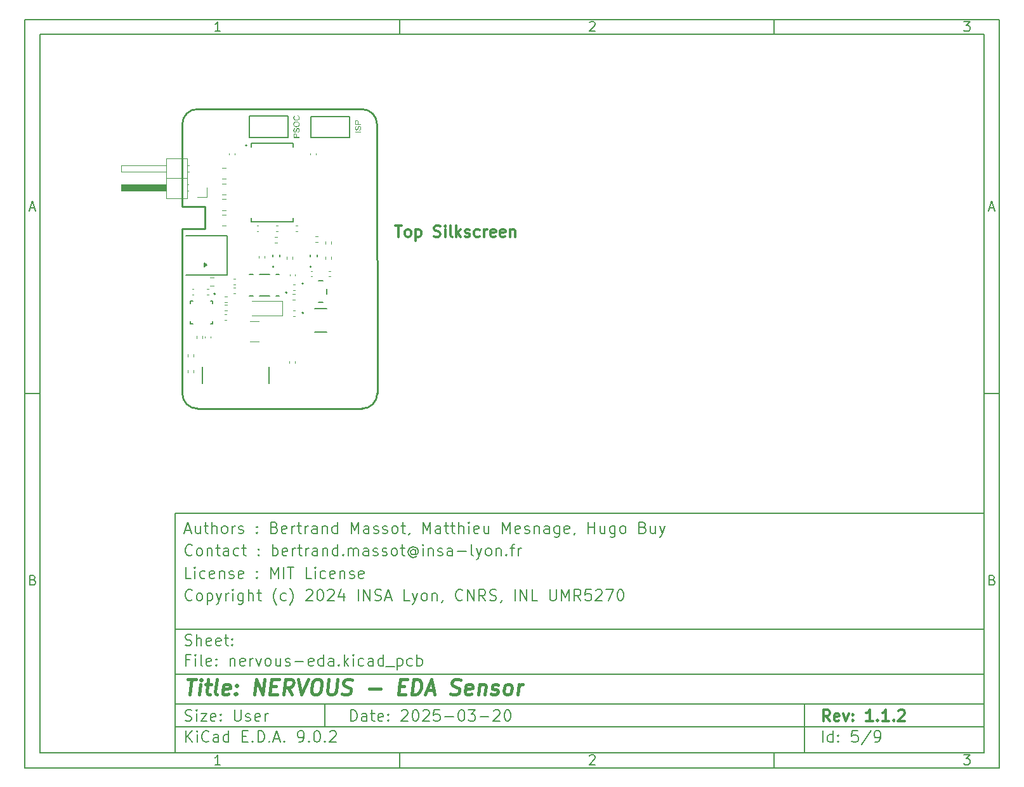
<source format=gbr>
%TF.GenerationSoftware,KiCad,Pcbnew,9.0.2*%
%TF.CreationDate,2025-10-01T11:11:21+02:00*%
%TF.ProjectId,nervous-eda,6e657276-6f75-4732-9d65-64612e6b6963,1.1.2*%
%TF.SameCoordinates,Original*%
%TF.FileFunction,Legend,Top*%
%TF.FilePolarity,Positive*%
%FSLAX46Y46*%
G04 Gerber Fmt 4.6, Leading zero omitted, Abs format (unit mm)*
G04 Created by KiCad (PCBNEW 9.0.2) date 2025-10-01 11:11:21*
%MOMM*%
%LPD*%
G01*
G04 APERTURE LIST*
%ADD10C,0.100000*%
%ADD11C,0.150000*%
%ADD12C,0.300000*%
%ADD13C,0.400000*%
%ADD14C,0.120000*%
%ADD15C,0.127000*%
%ADD16C,0.200000*%
%TA.AperFunction,Profile*%
%ADD17C,0.254000*%
%TD*%
G04 APERTURE END LIST*
D10*
D11*
X30012000Y-75990000D02*
X138012000Y-75990000D01*
X138012000Y-107990000D01*
X30012000Y-107990000D01*
X30012000Y-75990000D01*
D10*
D11*
X10000000Y-10000000D02*
X140012000Y-10000000D01*
X140012000Y-109990000D01*
X10000000Y-109990000D01*
X10000000Y-10000000D01*
D10*
D11*
X12000000Y-12000000D02*
X138012000Y-12000000D01*
X138012000Y-107990000D01*
X12000000Y-107990000D01*
X12000000Y-12000000D01*
D10*
D11*
X60000000Y-12000000D02*
X60000000Y-10000000D01*
D10*
D11*
X110000000Y-12000000D02*
X110000000Y-10000000D01*
D10*
D11*
X36089160Y-11593604D02*
X35346303Y-11593604D01*
X35717731Y-11593604D02*
X35717731Y-10293604D01*
X35717731Y-10293604D02*
X35593922Y-10479319D01*
X35593922Y-10479319D02*
X35470112Y-10603128D01*
X35470112Y-10603128D02*
X35346303Y-10665033D01*
D10*
D11*
X85346303Y-10417414D02*
X85408207Y-10355509D01*
X85408207Y-10355509D02*
X85532017Y-10293604D01*
X85532017Y-10293604D02*
X85841541Y-10293604D01*
X85841541Y-10293604D02*
X85965350Y-10355509D01*
X85965350Y-10355509D02*
X86027255Y-10417414D01*
X86027255Y-10417414D02*
X86089160Y-10541223D01*
X86089160Y-10541223D02*
X86089160Y-10665033D01*
X86089160Y-10665033D02*
X86027255Y-10850747D01*
X86027255Y-10850747D02*
X85284398Y-11593604D01*
X85284398Y-11593604D02*
X86089160Y-11593604D01*
D10*
D11*
X135284398Y-10293604D02*
X136089160Y-10293604D01*
X136089160Y-10293604D02*
X135655826Y-10788842D01*
X135655826Y-10788842D02*
X135841541Y-10788842D01*
X135841541Y-10788842D02*
X135965350Y-10850747D01*
X135965350Y-10850747D02*
X136027255Y-10912652D01*
X136027255Y-10912652D02*
X136089160Y-11036461D01*
X136089160Y-11036461D02*
X136089160Y-11345985D01*
X136089160Y-11345985D02*
X136027255Y-11469795D01*
X136027255Y-11469795D02*
X135965350Y-11531700D01*
X135965350Y-11531700D02*
X135841541Y-11593604D01*
X135841541Y-11593604D02*
X135470112Y-11593604D01*
X135470112Y-11593604D02*
X135346303Y-11531700D01*
X135346303Y-11531700D02*
X135284398Y-11469795D01*
D10*
D11*
X60000000Y-107990000D02*
X60000000Y-109990000D01*
D10*
D11*
X110000000Y-107990000D02*
X110000000Y-109990000D01*
D10*
D11*
X36089160Y-109583604D02*
X35346303Y-109583604D01*
X35717731Y-109583604D02*
X35717731Y-108283604D01*
X35717731Y-108283604D02*
X35593922Y-108469319D01*
X35593922Y-108469319D02*
X35470112Y-108593128D01*
X35470112Y-108593128D02*
X35346303Y-108655033D01*
D10*
D11*
X85346303Y-108407414D02*
X85408207Y-108345509D01*
X85408207Y-108345509D02*
X85532017Y-108283604D01*
X85532017Y-108283604D02*
X85841541Y-108283604D01*
X85841541Y-108283604D02*
X85965350Y-108345509D01*
X85965350Y-108345509D02*
X86027255Y-108407414D01*
X86027255Y-108407414D02*
X86089160Y-108531223D01*
X86089160Y-108531223D02*
X86089160Y-108655033D01*
X86089160Y-108655033D02*
X86027255Y-108840747D01*
X86027255Y-108840747D02*
X85284398Y-109583604D01*
X85284398Y-109583604D02*
X86089160Y-109583604D01*
D10*
D11*
X135284398Y-108283604D02*
X136089160Y-108283604D01*
X136089160Y-108283604D02*
X135655826Y-108778842D01*
X135655826Y-108778842D02*
X135841541Y-108778842D01*
X135841541Y-108778842D02*
X135965350Y-108840747D01*
X135965350Y-108840747D02*
X136027255Y-108902652D01*
X136027255Y-108902652D02*
X136089160Y-109026461D01*
X136089160Y-109026461D02*
X136089160Y-109335985D01*
X136089160Y-109335985D02*
X136027255Y-109459795D01*
X136027255Y-109459795D02*
X135965350Y-109521700D01*
X135965350Y-109521700D02*
X135841541Y-109583604D01*
X135841541Y-109583604D02*
X135470112Y-109583604D01*
X135470112Y-109583604D02*
X135346303Y-109521700D01*
X135346303Y-109521700D02*
X135284398Y-109459795D01*
D10*
D11*
X10000000Y-60000000D02*
X12000000Y-60000000D01*
D10*
D11*
X10690476Y-35222176D02*
X11309523Y-35222176D01*
X10566666Y-35593604D02*
X10999999Y-34293604D01*
X10999999Y-34293604D02*
X11433333Y-35593604D01*
D10*
D11*
X11092857Y-84912652D02*
X11278571Y-84974557D01*
X11278571Y-84974557D02*
X11340476Y-85036461D01*
X11340476Y-85036461D02*
X11402380Y-85160271D01*
X11402380Y-85160271D02*
X11402380Y-85345985D01*
X11402380Y-85345985D02*
X11340476Y-85469795D01*
X11340476Y-85469795D02*
X11278571Y-85531700D01*
X11278571Y-85531700D02*
X11154761Y-85593604D01*
X11154761Y-85593604D02*
X10659523Y-85593604D01*
X10659523Y-85593604D02*
X10659523Y-84293604D01*
X10659523Y-84293604D02*
X11092857Y-84293604D01*
X11092857Y-84293604D02*
X11216666Y-84355509D01*
X11216666Y-84355509D02*
X11278571Y-84417414D01*
X11278571Y-84417414D02*
X11340476Y-84541223D01*
X11340476Y-84541223D02*
X11340476Y-84665033D01*
X11340476Y-84665033D02*
X11278571Y-84788842D01*
X11278571Y-84788842D02*
X11216666Y-84850747D01*
X11216666Y-84850747D02*
X11092857Y-84912652D01*
X11092857Y-84912652D02*
X10659523Y-84912652D01*
D10*
D11*
X140012000Y-60000000D02*
X138012000Y-60000000D01*
D10*
D11*
X138702476Y-35222176D02*
X139321523Y-35222176D01*
X138578666Y-35593604D02*
X139011999Y-34293604D01*
X139011999Y-34293604D02*
X139445333Y-35593604D01*
D10*
D11*
X139104857Y-84912652D02*
X139290571Y-84974557D01*
X139290571Y-84974557D02*
X139352476Y-85036461D01*
X139352476Y-85036461D02*
X139414380Y-85160271D01*
X139414380Y-85160271D02*
X139414380Y-85345985D01*
X139414380Y-85345985D02*
X139352476Y-85469795D01*
X139352476Y-85469795D02*
X139290571Y-85531700D01*
X139290571Y-85531700D02*
X139166761Y-85593604D01*
X139166761Y-85593604D02*
X138671523Y-85593604D01*
X138671523Y-85593604D02*
X138671523Y-84293604D01*
X138671523Y-84293604D02*
X139104857Y-84293604D01*
X139104857Y-84293604D02*
X139228666Y-84355509D01*
X139228666Y-84355509D02*
X139290571Y-84417414D01*
X139290571Y-84417414D02*
X139352476Y-84541223D01*
X139352476Y-84541223D02*
X139352476Y-84665033D01*
X139352476Y-84665033D02*
X139290571Y-84788842D01*
X139290571Y-84788842D02*
X139228666Y-84850747D01*
X139228666Y-84850747D02*
X139104857Y-84912652D01*
X139104857Y-84912652D02*
X138671523Y-84912652D01*
D10*
D11*
X53467826Y-103776128D02*
X53467826Y-102276128D01*
X53467826Y-102276128D02*
X53824969Y-102276128D01*
X53824969Y-102276128D02*
X54039255Y-102347557D01*
X54039255Y-102347557D02*
X54182112Y-102490414D01*
X54182112Y-102490414D02*
X54253541Y-102633271D01*
X54253541Y-102633271D02*
X54324969Y-102918985D01*
X54324969Y-102918985D02*
X54324969Y-103133271D01*
X54324969Y-103133271D02*
X54253541Y-103418985D01*
X54253541Y-103418985D02*
X54182112Y-103561842D01*
X54182112Y-103561842D02*
X54039255Y-103704700D01*
X54039255Y-103704700D02*
X53824969Y-103776128D01*
X53824969Y-103776128D02*
X53467826Y-103776128D01*
X55610684Y-103776128D02*
X55610684Y-102990414D01*
X55610684Y-102990414D02*
X55539255Y-102847557D01*
X55539255Y-102847557D02*
X55396398Y-102776128D01*
X55396398Y-102776128D02*
X55110684Y-102776128D01*
X55110684Y-102776128D02*
X54967826Y-102847557D01*
X55610684Y-103704700D02*
X55467826Y-103776128D01*
X55467826Y-103776128D02*
X55110684Y-103776128D01*
X55110684Y-103776128D02*
X54967826Y-103704700D01*
X54967826Y-103704700D02*
X54896398Y-103561842D01*
X54896398Y-103561842D02*
X54896398Y-103418985D01*
X54896398Y-103418985D02*
X54967826Y-103276128D01*
X54967826Y-103276128D02*
X55110684Y-103204700D01*
X55110684Y-103204700D02*
X55467826Y-103204700D01*
X55467826Y-103204700D02*
X55610684Y-103133271D01*
X56110684Y-102776128D02*
X56682112Y-102776128D01*
X56324969Y-102276128D02*
X56324969Y-103561842D01*
X56324969Y-103561842D02*
X56396398Y-103704700D01*
X56396398Y-103704700D02*
X56539255Y-103776128D01*
X56539255Y-103776128D02*
X56682112Y-103776128D01*
X57753541Y-103704700D02*
X57610684Y-103776128D01*
X57610684Y-103776128D02*
X57324970Y-103776128D01*
X57324970Y-103776128D02*
X57182112Y-103704700D01*
X57182112Y-103704700D02*
X57110684Y-103561842D01*
X57110684Y-103561842D02*
X57110684Y-102990414D01*
X57110684Y-102990414D02*
X57182112Y-102847557D01*
X57182112Y-102847557D02*
X57324970Y-102776128D01*
X57324970Y-102776128D02*
X57610684Y-102776128D01*
X57610684Y-102776128D02*
X57753541Y-102847557D01*
X57753541Y-102847557D02*
X57824970Y-102990414D01*
X57824970Y-102990414D02*
X57824970Y-103133271D01*
X57824970Y-103133271D02*
X57110684Y-103276128D01*
X58467826Y-103633271D02*
X58539255Y-103704700D01*
X58539255Y-103704700D02*
X58467826Y-103776128D01*
X58467826Y-103776128D02*
X58396398Y-103704700D01*
X58396398Y-103704700D02*
X58467826Y-103633271D01*
X58467826Y-103633271D02*
X58467826Y-103776128D01*
X58467826Y-102847557D02*
X58539255Y-102918985D01*
X58539255Y-102918985D02*
X58467826Y-102990414D01*
X58467826Y-102990414D02*
X58396398Y-102918985D01*
X58396398Y-102918985D02*
X58467826Y-102847557D01*
X58467826Y-102847557D02*
X58467826Y-102990414D01*
X60253541Y-102418985D02*
X60324969Y-102347557D01*
X60324969Y-102347557D02*
X60467827Y-102276128D01*
X60467827Y-102276128D02*
X60824969Y-102276128D01*
X60824969Y-102276128D02*
X60967827Y-102347557D01*
X60967827Y-102347557D02*
X61039255Y-102418985D01*
X61039255Y-102418985D02*
X61110684Y-102561842D01*
X61110684Y-102561842D02*
X61110684Y-102704700D01*
X61110684Y-102704700D02*
X61039255Y-102918985D01*
X61039255Y-102918985D02*
X60182112Y-103776128D01*
X60182112Y-103776128D02*
X61110684Y-103776128D01*
X62039255Y-102276128D02*
X62182112Y-102276128D01*
X62182112Y-102276128D02*
X62324969Y-102347557D01*
X62324969Y-102347557D02*
X62396398Y-102418985D01*
X62396398Y-102418985D02*
X62467826Y-102561842D01*
X62467826Y-102561842D02*
X62539255Y-102847557D01*
X62539255Y-102847557D02*
X62539255Y-103204700D01*
X62539255Y-103204700D02*
X62467826Y-103490414D01*
X62467826Y-103490414D02*
X62396398Y-103633271D01*
X62396398Y-103633271D02*
X62324969Y-103704700D01*
X62324969Y-103704700D02*
X62182112Y-103776128D01*
X62182112Y-103776128D02*
X62039255Y-103776128D01*
X62039255Y-103776128D02*
X61896398Y-103704700D01*
X61896398Y-103704700D02*
X61824969Y-103633271D01*
X61824969Y-103633271D02*
X61753540Y-103490414D01*
X61753540Y-103490414D02*
X61682112Y-103204700D01*
X61682112Y-103204700D02*
X61682112Y-102847557D01*
X61682112Y-102847557D02*
X61753540Y-102561842D01*
X61753540Y-102561842D02*
X61824969Y-102418985D01*
X61824969Y-102418985D02*
X61896398Y-102347557D01*
X61896398Y-102347557D02*
X62039255Y-102276128D01*
X63110683Y-102418985D02*
X63182111Y-102347557D01*
X63182111Y-102347557D02*
X63324969Y-102276128D01*
X63324969Y-102276128D02*
X63682111Y-102276128D01*
X63682111Y-102276128D02*
X63824969Y-102347557D01*
X63824969Y-102347557D02*
X63896397Y-102418985D01*
X63896397Y-102418985D02*
X63967826Y-102561842D01*
X63967826Y-102561842D02*
X63967826Y-102704700D01*
X63967826Y-102704700D02*
X63896397Y-102918985D01*
X63896397Y-102918985D02*
X63039254Y-103776128D01*
X63039254Y-103776128D02*
X63967826Y-103776128D01*
X65324968Y-102276128D02*
X64610682Y-102276128D01*
X64610682Y-102276128D02*
X64539254Y-102990414D01*
X64539254Y-102990414D02*
X64610682Y-102918985D01*
X64610682Y-102918985D02*
X64753540Y-102847557D01*
X64753540Y-102847557D02*
X65110682Y-102847557D01*
X65110682Y-102847557D02*
X65253540Y-102918985D01*
X65253540Y-102918985D02*
X65324968Y-102990414D01*
X65324968Y-102990414D02*
X65396397Y-103133271D01*
X65396397Y-103133271D02*
X65396397Y-103490414D01*
X65396397Y-103490414D02*
X65324968Y-103633271D01*
X65324968Y-103633271D02*
X65253540Y-103704700D01*
X65253540Y-103704700D02*
X65110682Y-103776128D01*
X65110682Y-103776128D02*
X64753540Y-103776128D01*
X64753540Y-103776128D02*
X64610682Y-103704700D01*
X64610682Y-103704700D02*
X64539254Y-103633271D01*
X66039253Y-103204700D02*
X67182111Y-103204700D01*
X68182111Y-102276128D02*
X68324968Y-102276128D01*
X68324968Y-102276128D02*
X68467825Y-102347557D01*
X68467825Y-102347557D02*
X68539254Y-102418985D01*
X68539254Y-102418985D02*
X68610682Y-102561842D01*
X68610682Y-102561842D02*
X68682111Y-102847557D01*
X68682111Y-102847557D02*
X68682111Y-103204700D01*
X68682111Y-103204700D02*
X68610682Y-103490414D01*
X68610682Y-103490414D02*
X68539254Y-103633271D01*
X68539254Y-103633271D02*
X68467825Y-103704700D01*
X68467825Y-103704700D02*
X68324968Y-103776128D01*
X68324968Y-103776128D02*
X68182111Y-103776128D01*
X68182111Y-103776128D02*
X68039254Y-103704700D01*
X68039254Y-103704700D02*
X67967825Y-103633271D01*
X67967825Y-103633271D02*
X67896396Y-103490414D01*
X67896396Y-103490414D02*
X67824968Y-103204700D01*
X67824968Y-103204700D02*
X67824968Y-102847557D01*
X67824968Y-102847557D02*
X67896396Y-102561842D01*
X67896396Y-102561842D02*
X67967825Y-102418985D01*
X67967825Y-102418985D02*
X68039254Y-102347557D01*
X68039254Y-102347557D02*
X68182111Y-102276128D01*
X69182110Y-102276128D02*
X70110682Y-102276128D01*
X70110682Y-102276128D02*
X69610682Y-102847557D01*
X69610682Y-102847557D02*
X69824967Y-102847557D01*
X69824967Y-102847557D02*
X69967825Y-102918985D01*
X69967825Y-102918985D02*
X70039253Y-102990414D01*
X70039253Y-102990414D02*
X70110682Y-103133271D01*
X70110682Y-103133271D02*
X70110682Y-103490414D01*
X70110682Y-103490414D02*
X70039253Y-103633271D01*
X70039253Y-103633271D02*
X69967825Y-103704700D01*
X69967825Y-103704700D02*
X69824967Y-103776128D01*
X69824967Y-103776128D02*
X69396396Y-103776128D01*
X69396396Y-103776128D02*
X69253539Y-103704700D01*
X69253539Y-103704700D02*
X69182110Y-103633271D01*
X70753538Y-103204700D02*
X71896396Y-103204700D01*
X72539253Y-102418985D02*
X72610681Y-102347557D01*
X72610681Y-102347557D02*
X72753539Y-102276128D01*
X72753539Y-102276128D02*
X73110681Y-102276128D01*
X73110681Y-102276128D02*
X73253539Y-102347557D01*
X73253539Y-102347557D02*
X73324967Y-102418985D01*
X73324967Y-102418985D02*
X73396396Y-102561842D01*
X73396396Y-102561842D02*
X73396396Y-102704700D01*
X73396396Y-102704700D02*
X73324967Y-102918985D01*
X73324967Y-102918985D02*
X72467824Y-103776128D01*
X72467824Y-103776128D02*
X73396396Y-103776128D01*
X74324967Y-102276128D02*
X74467824Y-102276128D01*
X74467824Y-102276128D02*
X74610681Y-102347557D01*
X74610681Y-102347557D02*
X74682110Y-102418985D01*
X74682110Y-102418985D02*
X74753538Y-102561842D01*
X74753538Y-102561842D02*
X74824967Y-102847557D01*
X74824967Y-102847557D02*
X74824967Y-103204700D01*
X74824967Y-103204700D02*
X74753538Y-103490414D01*
X74753538Y-103490414D02*
X74682110Y-103633271D01*
X74682110Y-103633271D02*
X74610681Y-103704700D01*
X74610681Y-103704700D02*
X74467824Y-103776128D01*
X74467824Y-103776128D02*
X74324967Y-103776128D01*
X74324967Y-103776128D02*
X74182110Y-103704700D01*
X74182110Y-103704700D02*
X74110681Y-103633271D01*
X74110681Y-103633271D02*
X74039252Y-103490414D01*
X74039252Y-103490414D02*
X73967824Y-103204700D01*
X73967824Y-103204700D02*
X73967824Y-102847557D01*
X73967824Y-102847557D02*
X74039252Y-102561842D01*
X74039252Y-102561842D02*
X74110681Y-102418985D01*
X74110681Y-102418985D02*
X74182110Y-102347557D01*
X74182110Y-102347557D02*
X74324967Y-102276128D01*
D10*
D11*
X30012000Y-104490000D02*
X138012000Y-104490000D01*
D10*
D11*
X31467826Y-106576128D02*
X31467826Y-105076128D01*
X32324969Y-106576128D02*
X31682112Y-105718985D01*
X32324969Y-105076128D02*
X31467826Y-105933271D01*
X32967826Y-106576128D02*
X32967826Y-105576128D01*
X32967826Y-105076128D02*
X32896398Y-105147557D01*
X32896398Y-105147557D02*
X32967826Y-105218985D01*
X32967826Y-105218985D02*
X33039255Y-105147557D01*
X33039255Y-105147557D02*
X32967826Y-105076128D01*
X32967826Y-105076128D02*
X32967826Y-105218985D01*
X34539255Y-106433271D02*
X34467827Y-106504700D01*
X34467827Y-106504700D02*
X34253541Y-106576128D01*
X34253541Y-106576128D02*
X34110684Y-106576128D01*
X34110684Y-106576128D02*
X33896398Y-106504700D01*
X33896398Y-106504700D02*
X33753541Y-106361842D01*
X33753541Y-106361842D02*
X33682112Y-106218985D01*
X33682112Y-106218985D02*
X33610684Y-105933271D01*
X33610684Y-105933271D02*
X33610684Y-105718985D01*
X33610684Y-105718985D02*
X33682112Y-105433271D01*
X33682112Y-105433271D02*
X33753541Y-105290414D01*
X33753541Y-105290414D02*
X33896398Y-105147557D01*
X33896398Y-105147557D02*
X34110684Y-105076128D01*
X34110684Y-105076128D02*
X34253541Y-105076128D01*
X34253541Y-105076128D02*
X34467827Y-105147557D01*
X34467827Y-105147557D02*
X34539255Y-105218985D01*
X35824970Y-106576128D02*
X35824970Y-105790414D01*
X35824970Y-105790414D02*
X35753541Y-105647557D01*
X35753541Y-105647557D02*
X35610684Y-105576128D01*
X35610684Y-105576128D02*
X35324970Y-105576128D01*
X35324970Y-105576128D02*
X35182112Y-105647557D01*
X35824970Y-106504700D02*
X35682112Y-106576128D01*
X35682112Y-106576128D02*
X35324970Y-106576128D01*
X35324970Y-106576128D02*
X35182112Y-106504700D01*
X35182112Y-106504700D02*
X35110684Y-106361842D01*
X35110684Y-106361842D02*
X35110684Y-106218985D01*
X35110684Y-106218985D02*
X35182112Y-106076128D01*
X35182112Y-106076128D02*
X35324970Y-106004700D01*
X35324970Y-106004700D02*
X35682112Y-106004700D01*
X35682112Y-106004700D02*
X35824970Y-105933271D01*
X37182113Y-106576128D02*
X37182113Y-105076128D01*
X37182113Y-106504700D02*
X37039255Y-106576128D01*
X37039255Y-106576128D02*
X36753541Y-106576128D01*
X36753541Y-106576128D02*
X36610684Y-106504700D01*
X36610684Y-106504700D02*
X36539255Y-106433271D01*
X36539255Y-106433271D02*
X36467827Y-106290414D01*
X36467827Y-106290414D02*
X36467827Y-105861842D01*
X36467827Y-105861842D02*
X36539255Y-105718985D01*
X36539255Y-105718985D02*
X36610684Y-105647557D01*
X36610684Y-105647557D02*
X36753541Y-105576128D01*
X36753541Y-105576128D02*
X37039255Y-105576128D01*
X37039255Y-105576128D02*
X37182113Y-105647557D01*
X39039255Y-105790414D02*
X39539255Y-105790414D01*
X39753541Y-106576128D02*
X39039255Y-106576128D01*
X39039255Y-106576128D02*
X39039255Y-105076128D01*
X39039255Y-105076128D02*
X39753541Y-105076128D01*
X40396398Y-106433271D02*
X40467827Y-106504700D01*
X40467827Y-106504700D02*
X40396398Y-106576128D01*
X40396398Y-106576128D02*
X40324970Y-106504700D01*
X40324970Y-106504700D02*
X40396398Y-106433271D01*
X40396398Y-106433271D02*
X40396398Y-106576128D01*
X41110684Y-106576128D02*
X41110684Y-105076128D01*
X41110684Y-105076128D02*
X41467827Y-105076128D01*
X41467827Y-105076128D02*
X41682113Y-105147557D01*
X41682113Y-105147557D02*
X41824970Y-105290414D01*
X41824970Y-105290414D02*
X41896399Y-105433271D01*
X41896399Y-105433271D02*
X41967827Y-105718985D01*
X41967827Y-105718985D02*
X41967827Y-105933271D01*
X41967827Y-105933271D02*
X41896399Y-106218985D01*
X41896399Y-106218985D02*
X41824970Y-106361842D01*
X41824970Y-106361842D02*
X41682113Y-106504700D01*
X41682113Y-106504700D02*
X41467827Y-106576128D01*
X41467827Y-106576128D02*
X41110684Y-106576128D01*
X42610684Y-106433271D02*
X42682113Y-106504700D01*
X42682113Y-106504700D02*
X42610684Y-106576128D01*
X42610684Y-106576128D02*
X42539256Y-106504700D01*
X42539256Y-106504700D02*
X42610684Y-106433271D01*
X42610684Y-106433271D02*
X42610684Y-106576128D01*
X43253542Y-106147557D02*
X43967828Y-106147557D01*
X43110685Y-106576128D02*
X43610685Y-105076128D01*
X43610685Y-105076128D02*
X44110685Y-106576128D01*
X44610684Y-106433271D02*
X44682113Y-106504700D01*
X44682113Y-106504700D02*
X44610684Y-106576128D01*
X44610684Y-106576128D02*
X44539256Y-106504700D01*
X44539256Y-106504700D02*
X44610684Y-106433271D01*
X44610684Y-106433271D02*
X44610684Y-106576128D01*
X46539256Y-106576128D02*
X46824970Y-106576128D01*
X46824970Y-106576128D02*
X46967827Y-106504700D01*
X46967827Y-106504700D02*
X47039256Y-106433271D01*
X47039256Y-106433271D02*
X47182113Y-106218985D01*
X47182113Y-106218985D02*
X47253542Y-105933271D01*
X47253542Y-105933271D02*
X47253542Y-105361842D01*
X47253542Y-105361842D02*
X47182113Y-105218985D01*
X47182113Y-105218985D02*
X47110685Y-105147557D01*
X47110685Y-105147557D02*
X46967827Y-105076128D01*
X46967827Y-105076128D02*
X46682113Y-105076128D01*
X46682113Y-105076128D02*
X46539256Y-105147557D01*
X46539256Y-105147557D02*
X46467827Y-105218985D01*
X46467827Y-105218985D02*
X46396399Y-105361842D01*
X46396399Y-105361842D02*
X46396399Y-105718985D01*
X46396399Y-105718985D02*
X46467827Y-105861842D01*
X46467827Y-105861842D02*
X46539256Y-105933271D01*
X46539256Y-105933271D02*
X46682113Y-106004700D01*
X46682113Y-106004700D02*
X46967827Y-106004700D01*
X46967827Y-106004700D02*
X47110685Y-105933271D01*
X47110685Y-105933271D02*
X47182113Y-105861842D01*
X47182113Y-105861842D02*
X47253542Y-105718985D01*
X47896398Y-106433271D02*
X47967827Y-106504700D01*
X47967827Y-106504700D02*
X47896398Y-106576128D01*
X47896398Y-106576128D02*
X47824970Y-106504700D01*
X47824970Y-106504700D02*
X47896398Y-106433271D01*
X47896398Y-106433271D02*
X47896398Y-106576128D01*
X48896399Y-105076128D02*
X49039256Y-105076128D01*
X49039256Y-105076128D02*
X49182113Y-105147557D01*
X49182113Y-105147557D02*
X49253542Y-105218985D01*
X49253542Y-105218985D02*
X49324970Y-105361842D01*
X49324970Y-105361842D02*
X49396399Y-105647557D01*
X49396399Y-105647557D02*
X49396399Y-106004700D01*
X49396399Y-106004700D02*
X49324970Y-106290414D01*
X49324970Y-106290414D02*
X49253542Y-106433271D01*
X49253542Y-106433271D02*
X49182113Y-106504700D01*
X49182113Y-106504700D02*
X49039256Y-106576128D01*
X49039256Y-106576128D02*
X48896399Y-106576128D01*
X48896399Y-106576128D02*
X48753542Y-106504700D01*
X48753542Y-106504700D02*
X48682113Y-106433271D01*
X48682113Y-106433271D02*
X48610684Y-106290414D01*
X48610684Y-106290414D02*
X48539256Y-106004700D01*
X48539256Y-106004700D02*
X48539256Y-105647557D01*
X48539256Y-105647557D02*
X48610684Y-105361842D01*
X48610684Y-105361842D02*
X48682113Y-105218985D01*
X48682113Y-105218985D02*
X48753542Y-105147557D01*
X48753542Y-105147557D02*
X48896399Y-105076128D01*
X50039255Y-106433271D02*
X50110684Y-106504700D01*
X50110684Y-106504700D02*
X50039255Y-106576128D01*
X50039255Y-106576128D02*
X49967827Y-106504700D01*
X49967827Y-106504700D02*
X50039255Y-106433271D01*
X50039255Y-106433271D02*
X50039255Y-106576128D01*
X50682113Y-105218985D02*
X50753541Y-105147557D01*
X50753541Y-105147557D02*
X50896399Y-105076128D01*
X50896399Y-105076128D02*
X51253541Y-105076128D01*
X51253541Y-105076128D02*
X51396399Y-105147557D01*
X51396399Y-105147557D02*
X51467827Y-105218985D01*
X51467827Y-105218985D02*
X51539256Y-105361842D01*
X51539256Y-105361842D02*
X51539256Y-105504700D01*
X51539256Y-105504700D02*
X51467827Y-105718985D01*
X51467827Y-105718985D02*
X50610684Y-106576128D01*
X50610684Y-106576128D02*
X51539256Y-106576128D01*
D10*
D11*
X30012000Y-101490000D02*
X138012000Y-101490000D01*
D10*
D12*
X117423653Y-103768328D02*
X116923653Y-103054042D01*
X116566510Y-103768328D02*
X116566510Y-102268328D01*
X116566510Y-102268328D02*
X117137939Y-102268328D01*
X117137939Y-102268328D02*
X117280796Y-102339757D01*
X117280796Y-102339757D02*
X117352225Y-102411185D01*
X117352225Y-102411185D02*
X117423653Y-102554042D01*
X117423653Y-102554042D02*
X117423653Y-102768328D01*
X117423653Y-102768328D02*
X117352225Y-102911185D01*
X117352225Y-102911185D02*
X117280796Y-102982614D01*
X117280796Y-102982614D02*
X117137939Y-103054042D01*
X117137939Y-103054042D02*
X116566510Y-103054042D01*
X118637939Y-103696900D02*
X118495082Y-103768328D01*
X118495082Y-103768328D02*
X118209368Y-103768328D01*
X118209368Y-103768328D02*
X118066510Y-103696900D01*
X118066510Y-103696900D02*
X117995082Y-103554042D01*
X117995082Y-103554042D02*
X117995082Y-102982614D01*
X117995082Y-102982614D02*
X118066510Y-102839757D01*
X118066510Y-102839757D02*
X118209368Y-102768328D01*
X118209368Y-102768328D02*
X118495082Y-102768328D01*
X118495082Y-102768328D02*
X118637939Y-102839757D01*
X118637939Y-102839757D02*
X118709368Y-102982614D01*
X118709368Y-102982614D02*
X118709368Y-103125471D01*
X118709368Y-103125471D02*
X117995082Y-103268328D01*
X119209367Y-102768328D02*
X119566510Y-103768328D01*
X119566510Y-103768328D02*
X119923653Y-102768328D01*
X120495081Y-103625471D02*
X120566510Y-103696900D01*
X120566510Y-103696900D02*
X120495081Y-103768328D01*
X120495081Y-103768328D02*
X120423653Y-103696900D01*
X120423653Y-103696900D02*
X120495081Y-103625471D01*
X120495081Y-103625471D02*
X120495081Y-103768328D01*
X120495081Y-102839757D02*
X120566510Y-102911185D01*
X120566510Y-102911185D02*
X120495081Y-102982614D01*
X120495081Y-102982614D02*
X120423653Y-102911185D01*
X120423653Y-102911185D02*
X120495081Y-102839757D01*
X120495081Y-102839757D02*
X120495081Y-102982614D01*
X123137939Y-103768328D02*
X122280796Y-103768328D01*
X122709367Y-103768328D02*
X122709367Y-102268328D01*
X122709367Y-102268328D02*
X122566510Y-102482614D01*
X122566510Y-102482614D02*
X122423653Y-102625471D01*
X122423653Y-102625471D02*
X122280796Y-102696900D01*
X123780795Y-103625471D02*
X123852224Y-103696900D01*
X123852224Y-103696900D02*
X123780795Y-103768328D01*
X123780795Y-103768328D02*
X123709367Y-103696900D01*
X123709367Y-103696900D02*
X123780795Y-103625471D01*
X123780795Y-103625471D02*
X123780795Y-103768328D01*
X125280796Y-103768328D02*
X124423653Y-103768328D01*
X124852224Y-103768328D02*
X124852224Y-102268328D01*
X124852224Y-102268328D02*
X124709367Y-102482614D01*
X124709367Y-102482614D02*
X124566510Y-102625471D01*
X124566510Y-102625471D02*
X124423653Y-102696900D01*
X125923652Y-103625471D02*
X125995081Y-103696900D01*
X125995081Y-103696900D02*
X125923652Y-103768328D01*
X125923652Y-103768328D02*
X125852224Y-103696900D01*
X125852224Y-103696900D02*
X125923652Y-103625471D01*
X125923652Y-103625471D02*
X125923652Y-103768328D01*
X126566510Y-102411185D02*
X126637938Y-102339757D01*
X126637938Y-102339757D02*
X126780796Y-102268328D01*
X126780796Y-102268328D02*
X127137938Y-102268328D01*
X127137938Y-102268328D02*
X127280796Y-102339757D01*
X127280796Y-102339757D02*
X127352224Y-102411185D01*
X127352224Y-102411185D02*
X127423653Y-102554042D01*
X127423653Y-102554042D02*
X127423653Y-102696900D01*
X127423653Y-102696900D02*
X127352224Y-102911185D01*
X127352224Y-102911185D02*
X126495081Y-103768328D01*
X126495081Y-103768328D02*
X127423653Y-103768328D01*
D10*
D11*
X31396398Y-103704700D02*
X31610684Y-103776128D01*
X31610684Y-103776128D02*
X31967826Y-103776128D01*
X31967826Y-103776128D02*
X32110684Y-103704700D01*
X32110684Y-103704700D02*
X32182112Y-103633271D01*
X32182112Y-103633271D02*
X32253541Y-103490414D01*
X32253541Y-103490414D02*
X32253541Y-103347557D01*
X32253541Y-103347557D02*
X32182112Y-103204700D01*
X32182112Y-103204700D02*
X32110684Y-103133271D01*
X32110684Y-103133271D02*
X31967826Y-103061842D01*
X31967826Y-103061842D02*
X31682112Y-102990414D01*
X31682112Y-102990414D02*
X31539255Y-102918985D01*
X31539255Y-102918985D02*
X31467826Y-102847557D01*
X31467826Y-102847557D02*
X31396398Y-102704700D01*
X31396398Y-102704700D02*
X31396398Y-102561842D01*
X31396398Y-102561842D02*
X31467826Y-102418985D01*
X31467826Y-102418985D02*
X31539255Y-102347557D01*
X31539255Y-102347557D02*
X31682112Y-102276128D01*
X31682112Y-102276128D02*
X32039255Y-102276128D01*
X32039255Y-102276128D02*
X32253541Y-102347557D01*
X32896397Y-103776128D02*
X32896397Y-102776128D01*
X32896397Y-102276128D02*
X32824969Y-102347557D01*
X32824969Y-102347557D02*
X32896397Y-102418985D01*
X32896397Y-102418985D02*
X32967826Y-102347557D01*
X32967826Y-102347557D02*
X32896397Y-102276128D01*
X32896397Y-102276128D02*
X32896397Y-102418985D01*
X33467826Y-102776128D02*
X34253541Y-102776128D01*
X34253541Y-102776128D02*
X33467826Y-103776128D01*
X33467826Y-103776128D02*
X34253541Y-103776128D01*
X35396398Y-103704700D02*
X35253541Y-103776128D01*
X35253541Y-103776128D02*
X34967827Y-103776128D01*
X34967827Y-103776128D02*
X34824969Y-103704700D01*
X34824969Y-103704700D02*
X34753541Y-103561842D01*
X34753541Y-103561842D02*
X34753541Y-102990414D01*
X34753541Y-102990414D02*
X34824969Y-102847557D01*
X34824969Y-102847557D02*
X34967827Y-102776128D01*
X34967827Y-102776128D02*
X35253541Y-102776128D01*
X35253541Y-102776128D02*
X35396398Y-102847557D01*
X35396398Y-102847557D02*
X35467827Y-102990414D01*
X35467827Y-102990414D02*
X35467827Y-103133271D01*
X35467827Y-103133271D02*
X34753541Y-103276128D01*
X36110683Y-103633271D02*
X36182112Y-103704700D01*
X36182112Y-103704700D02*
X36110683Y-103776128D01*
X36110683Y-103776128D02*
X36039255Y-103704700D01*
X36039255Y-103704700D02*
X36110683Y-103633271D01*
X36110683Y-103633271D02*
X36110683Y-103776128D01*
X36110683Y-102847557D02*
X36182112Y-102918985D01*
X36182112Y-102918985D02*
X36110683Y-102990414D01*
X36110683Y-102990414D02*
X36039255Y-102918985D01*
X36039255Y-102918985D02*
X36110683Y-102847557D01*
X36110683Y-102847557D02*
X36110683Y-102990414D01*
X37967826Y-102276128D02*
X37967826Y-103490414D01*
X37967826Y-103490414D02*
X38039255Y-103633271D01*
X38039255Y-103633271D02*
X38110684Y-103704700D01*
X38110684Y-103704700D02*
X38253541Y-103776128D01*
X38253541Y-103776128D02*
X38539255Y-103776128D01*
X38539255Y-103776128D02*
X38682112Y-103704700D01*
X38682112Y-103704700D02*
X38753541Y-103633271D01*
X38753541Y-103633271D02*
X38824969Y-103490414D01*
X38824969Y-103490414D02*
X38824969Y-102276128D01*
X39467827Y-103704700D02*
X39610684Y-103776128D01*
X39610684Y-103776128D02*
X39896398Y-103776128D01*
X39896398Y-103776128D02*
X40039255Y-103704700D01*
X40039255Y-103704700D02*
X40110684Y-103561842D01*
X40110684Y-103561842D02*
X40110684Y-103490414D01*
X40110684Y-103490414D02*
X40039255Y-103347557D01*
X40039255Y-103347557D02*
X39896398Y-103276128D01*
X39896398Y-103276128D02*
X39682113Y-103276128D01*
X39682113Y-103276128D02*
X39539255Y-103204700D01*
X39539255Y-103204700D02*
X39467827Y-103061842D01*
X39467827Y-103061842D02*
X39467827Y-102990414D01*
X39467827Y-102990414D02*
X39539255Y-102847557D01*
X39539255Y-102847557D02*
X39682113Y-102776128D01*
X39682113Y-102776128D02*
X39896398Y-102776128D01*
X39896398Y-102776128D02*
X40039255Y-102847557D01*
X41324970Y-103704700D02*
X41182113Y-103776128D01*
X41182113Y-103776128D02*
X40896399Y-103776128D01*
X40896399Y-103776128D02*
X40753541Y-103704700D01*
X40753541Y-103704700D02*
X40682113Y-103561842D01*
X40682113Y-103561842D02*
X40682113Y-102990414D01*
X40682113Y-102990414D02*
X40753541Y-102847557D01*
X40753541Y-102847557D02*
X40896399Y-102776128D01*
X40896399Y-102776128D02*
X41182113Y-102776128D01*
X41182113Y-102776128D02*
X41324970Y-102847557D01*
X41324970Y-102847557D02*
X41396399Y-102990414D01*
X41396399Y-102990414D02*
X41396399Y-103133271D01*
X41396399Y-103133271D02*
X40682113Y-103276128D01*
X42039255Y-103776128D02*
X42039255Y-102776128D01*
X42039255Y-103061842D02*
X42110684Y-102918985D01*
X42110684Y-102918985D02*
X42182113Y-102847557D01*
X42182113Y-102847557D02*
X42324970Y-102776128D01*
X42324970Y-102776128D02*
X42467827Y-102776128D01*
D10*
D11*
X116467826Y-106576128D02*
X116467826Y-105076128D01*
X117824970Y-106576128D02*
X117824970Y-105076128D01*
X117824970Y-106504700D02*
X117682112Y-106576128D01*
X117682112Y-106576128D02*
X117396398Y-106576128D01*
X117396398Y-106576128D02*
X117253541Y-106504700D01*
X117253541Y-106504700D02*
X117182112Y-106433271D01*
X117182112Y-106433271D02*
X117110684Y-106290414D01*
X117110684Y-106290414D02*
X117110684Y-105861842D01*
X117110684Y-105861842D02*
X117182112Y-105718985D01*
X117182112Y-105718985D02*
X117253541Y-105647557D01*
X117253541Y-105647557D02*
X117396398Y-105576128D01*
X117396398Y-105576128D02*
X117682112Y-105576128D01*
X117682112Y-105576128D02*
X117824970Y-105647557D01*
X118539255Y-106433271D02*
X118610684Y-106504700D01*
X118610684Y-106504700D02*
X118539255Y-106576128D01*
X118539255Y-106576128D02*
X118467827Y-106504700D01*
X118467827Y-106504700D02*
X118539255Y-106433271D01*
X118539255Y-106433271D02*
X118539255Y-106576128D01*
X118539255Y-105647557D02*
X118610684Y-105718985D01*
X118610684Y-105718985D02*
X118539255Y-105790414D01*
X118539255Y-105790414D02*
X118467827Y-105718985D01*
X118467827Y-105718985D02*
X118539255Y-105647557D01*
X118539255Y-105647557D02*
X118539255Y-105790414D01*
X121110684Y-105076128D02*
X120396398Y-105076128D01*
X120396398Y-105076128D02*
X120324970Y-105790414D01*
X120324970Y-105790414D02*
X120396398Y-105718985D01*
X120396398Y-105718985D02*
X120539256Y-105647557D01*
X120539256Y-105647557D02*
X120896398Y-105647557D01*
X120896398Y-105647557D02*
X121039256Y-105718985D01*
X121039256Y-105718985D02*
X121110684Y-105790414D01*
X121110684Y-105790414D02*
X121182113Y-105933271D01*
X121182113Y-105933271D02*
X121182113Y-106290414D01*
X121182113Y-106290414D02*
X121110684Y-106433271D01*
X121110684Y-106433271D02*
X121039256Y-106504700D01*
X121039256Y-106504700D02*
X120896398Y-106576128D01*
X120896398Y-106576128D02*
X120539256Y-106576128D01*
X120539256Y-106576128D02*
X120396398Y-106504700D01*
X120396398Y-106504700D02*
X120324970Y-106433271D01*
X122896398Y-105004700D02*
X121610684Y-106933271D01*
X123467827Y-106576128D02*
X123753541Y-106576128D01*
X123753541Y-106576128D02*
X123896398Y-106504700D01*
X123896398Y-106504700D02*
X123967827Y-106433271D01*
X123967827Y-106433271D02*
X124110684Y-106218985D01*
X124110684Y-106218985D02*
X124182113Y-105933271D01*
X124182113Y-105933271D02*
X124182113Y-105361842D01*
X124182113Y-105361842D02*
X124110684Y-105218985D01*
X124110684Y-105218985D02*
X124039256Y-105147557D01*
X124039256Y-105147557D02*
X123896398Y-105076128D01*
X123896398Y-105076128D02*
X123610684Y-105076128D01*
X123610684Y-105076128D02*
X123467827Y-105147557D01*
X123467827Y-105147557D02*
X123396398Y-105218985D01*
X123396398Y-105218985D02*
X123324970Y-105361842D01*
X123324970Y-105361842D02*
X123324970Y-105718985D01*
X123324970Y-105718985D02*
X123396398Y-105861842D01*
X123396398Y-105861842D02*
X123467827Y-105933271D01*
X123467827Y-105933271D02*
X123610684Y-106004700D01*
X123610684Y-106004700D02*
X123896398Y-106004700D01*
X123896398Y-106004700D02*
X124039256Y-105933271D01*
X124039256Y-105933271D02*
X124110684Y-105861842D01*
X124110684Y-105861842D02*
X124182113Y-105718985D01*
D10*
D11*
X30012000Y-97490000D02*
X138012000Y-97490000D01*
D10*
D13*
X31703728Y-98194438D02*
X32846585Y-98194438D01*
X32025157Y-100194438D02*
X32275157Y-98194438D01*
X33263252Y-100194438D02*
X33429919Y-98861104D01*
X33513252Y-98194438D02*
X33406109Y-98289676D01*
X33406109Y-98289676D02*
X33489443Y-98384914D01*
X33489443Y-98384914D02*
X33596586Y-98289676D01*
X33596586Y-98289676D02*
X33513252Y-98194438D01*
X33513252Y-98194438D02*
X33489443Y-98384914D01*
X34096586Y-98861104D02*
X34858490Y-98861104D01*
X34465633Y-98194438D02*
X34251348Y-99908723D01*
X34251348Y-99908723D02*
X34322776Y-100099200D01*
X34322776Y-100099200D02*
X34501348Y-100194438D01*
X34501348Y-100194438D02*
X34691824Y-100194438D01*
X35644205Y-100194438D02*
X35465633Y-100099200D01*
X35465633Y-100099200D02*
X35394205Y-99908723D01*
X35394205Y-99908723D02*
X35608490Y-98194438D01*
X37179919Y-100099200D02*
X36977538Y-100194438D01*
X36977538Y-100194438D02*
X36596585Y-100194438D01*
X36596585Y-100194438D02*
X36418014Y-100099200D01*
X36418014Y-100099200D02*
X36346585Y-99908723D01*
X36346585Y-99908723D02*
X36441824Y-99146819D01*
X36441824Y-99146819D02*
X36560871Y-98956342D01*
X36560871Y-98956342D02*
X36763252Y-98861104D01*
X36763252Y-98861104D02*
X37144204Y-98861104D01*
X37144204Y-98861104D02*
X37322776Y-98956342D01*
X37322776Y-98956342D02*
X37394204Y-99146819D01*
X37394204Y-99146819D02*
X37370395Y-99337295D01*
X37370395Y-99337295D02*
X36394204Y-99527771D01*
X38144205Y-100003961D02*
X38227538Y-100099200D01*
X38227538Y-100099200D02*
X38120395Y-100194438D01*
X38120395Y-100194438D02*
X38037062Y-100099200D01*
X38037062Y-100099200D02*
X38144205Y-100003961D01*
X38144205Y-100003961D02*
X38120395Y-100194438D01*
X38275157Y-98956342D02*
X38358490Y-99051580D01*
X38358490Y-99051580D02*
X38251348Y-99146819D01*
X38251348Y-99146819D02*
X38168014Y-99051580D01*
X38168014Y-99051580D02*
X38275157Y-98956342D01*
X38275157Y-98956342D02*
X38251348Y-99146819D01*
X40596586Y-100194438D02*
X40846586Y-98194438D01*
X40846586Y-98194438D02*
X41739443Y-100194438D01*
X41739443Y-100194438D02*
X41989443Y-98194438D01*
X42822777Y-99146819D02*
X43489443Y-99146819D01*
X43644205Y-100194438D02*
X42691824Y-100194438D01*
X42691824Y-100194438D02*
X42941824Y-98194438D01*
X42941824Y-98194438D02*
X43894205Y-98194438D01*
X45644205Y-100194438D02*
X45096586Y-99242057D01*
X44501348Y-100194438D02*
X44751348Y-98194438D01*
X44751348Y-98194438D02*
X45513253Y-98194438D01*
X45513253Y-98194438D02*
X45691824Y-98289676D01*
X45691824Y-98289676D02*
X45775158Y-98384914D01*
X45775158Y-98384914D02*
X45846586Y-98575390D01*
X45846586Y-98575390D02*
X45810872Y-98861104D01*
X45810872Y-98861104D02*
X45691824Y-99051580D01*
X45691824Y-99051580D02*
X45584682Y-99146819D01*
X45584682Y-99146819D02*
X45382301Y-99242057D01*
X45382301Y-99242057D02*
X44620396Y-99242057D01*
X46465634Y-98194438D02*
X46882301Y-100194438D01*
X46882301Y-100194438D02*
X47798967Y-98194438D01*
X48846587Y-98194438D02*
X49227539Y-98194438D01*
X49227539Y-98194438D02*
X49406110Y-98289676D01*
X49406110Y-98289676D02*
X49572777Y-98480152D01*
X49572777Y-98480152D02*
X49620396Y-98861104D01*
X49620396Y-98861104D02*
X49537063Y-99527771D01*
X49537063Y-99527771D02*
X49394206Y-99908723D01*
X49394206Y-99908723D02*
X49179920Y-100099200D01*
X49179920Y-100099200D02*
X48977539Y-100194438D01*
X48977539Y-100194438D02*
X48596587Y-100194438D01*
X48596587Y-100194438D02*
X48418015Y-100099200D01*
X48418015Y-100099200D02*
X48251349Y-99908723D01*
X48251349Y-99908723D02*
X48203729Y-99527771D01*
X48203729Y-99527771D02*
X48287063Y-98861104D01*
X48287063Y-98861104D02*
X48429920Y-98480152D01*
X48429920Y-98480152D02*
X48644206Y-98289676D01*
X48644206Y-98289676D02*
X48846587Y-98194438D01*
X50560872Y-98194438D02*
X50358491Y-99813485D01*
X50358491Y-99813485D02*
X50429920Y-100003961D01*
X50429920Y-100003961D02*
X50513253Y-100099200D01*
X50513253Y-100099200D02*
X50691825Y-100194438D01*
X50691825Y-100194438D02*
X51072777Y-100194438D01*
X51072777Y-100194438D02*
X51275158Y-100099200D01*
X51275158Y-100099200D02*
X51382301Y-100003961D01*
X51382301Y-100003961D02*
X51501348Y-99813485D01*
X51501348Y-99813485D02*
X51703729Y-98194438D01*
X52322777Y-100099200D02*
X52596586Y-100194438D01*
X52596586Y-100194438D02*
X53072777Y-100194438D01*
X53072777Y-100194438D02*
X53275158Y-100099200D01*
X53275158Y-100099200D02*
X53382301Y-100003961D01*
X53382301Y-100003961D02*
X53501348Y-99813485D01*
X53501348Y-99813485D02*
X53525158Y-99623009D01*
X53525158Y-99623009D02*
X53453729Y-99432533D01*
X53453729Y-99432533D02*
X53370396Y-99337295D01*
X53370396Y-99337295D02*
X53191825Y-99242057D01*
X53191825Y-99242057D02*
X52822777Y-99146819D01*
X52822777Y-99146819D02*
X52644205Y-99051580D01*
X52644205Y-99051580D02*
X52560872Y-98956342D01*
X52560872Y-98956342D02*
X52489444Y-98765866D01*
X52489444Y-98765866D02*
X52513253Y-98575390D01*
X52513253Y-98575390D02*
X52632301Y-98384914D01*
X52632301Y-98384914D02*
X52739444Y-98289676D01*
X52739444Y-98289676D02*
X52941825Y-98194438D01*
X52941825Y-98194438D02*
X53418015Y-98194438D01*
X53418015Y-98194438D02*
X53691825Y-98289676D01*
X55929920Y-99432533D02*
X57453730Y-99432533D01*
X59965635Y-99146819D02*
X60632301Y-99146819D01*
X60787063Y-100194438D02*
X59834682Y-100194438D01*
X59834682Y-100194438D02*
X60084682Y-98194438D01*
X60084682Y-98194438D02*
X61037063Y-98194438D01*
X61644206Y-100194438D02*
X61894206Y-98194438D01*
X61894206Y-98194438D02*
X62370397Y-98194438D01*
X62370397Y-98194438D02*
X62644206Y-98289676D01*
X62644206Y-98289676D02*
X62810873Y-98480152D01*
X62810873Y-98480152D02*
X62882301Y-98670628D01*
X62882301Y-98670628D02*
X62929921Y-99051580D01*
X62929921Y-99051580D02*
X62894206Y-99337295D01*
X62894206Y-99337295D02*
X62751349Y-99718247D01*
X62751349Y-99718247D02*
X62632301Y-99908723D01*
X62632301Y-99908723D02*
X62418016Y-100099200D01*
X62418016Y-100099200D02*
X62120397Y-100194438D01*
X62120397Y-100194438D02*
X61644206Y-100194438D01*
X63620397Y-99623009D02*
X64572778Y-99623009D01*
X63358492Y-100194438D02*
X64275159Y-98194438D01*
X64275159Y-98194438D02*
X64691825Y-100194438D01*
X66798969Y-100099200D02*
X67072778Y-100194438D01*
X67072778Y-100194438D02*
X67548969Y-100194438D01*
X67548969Y-100194438D02*
X67751350Y-100099200D01*
X67751350Y-100099200D02*
X67858493Y-100003961D01*
X67858493Y-100003961D02*
X67977540Y-99813485D01*
X67977540Y-99813485D02*
X68001350Y-99623009D01*
X68001350Y-99623009D02*
X67929921Y-99432533D01*
X67929921Y-99432533D02*
X67846588Y-99337295D01*
X67846588Y-99337295D02*
X67668017Y-99242057D01*
X67668017Y-99242057D02*
X67298969Y-99146819D01*
X67298969Y-99146819D02*
X67120397Y-99051580D01*
X67120397Y-99051580D02*
X67037064Y-98956342D01*
X67037064Y-98956342D02*
X66965636Y-98765866D01*
X66965636Y-98765866D02*
X66989445Y-98575390D01*
X66989445Y-98575390D02*
X67108493Y-98384914D01*
X67108493Y-98384914D02*
X67215636Y-98289676D01*
X67215636Y-98289676D02*
X67418017Y-98194438D01*
X67418017Y-98194438D02*
X67894207Y-98194438D01*
X67894207Y-98194438D02*
X68168017Y-98289676D01*
X69560874Y-100099200D02*
X69358493Y-100194438D01*
X69358493Y-100194438D02*
X68977540Y-100194438D01*
X68977540Y-100194438D02*
X68798969Y-100099200D01*
X68798969Y-100099200D02*
X68727540Y-99908723D01*
X68727540Y-99908723D02*
X68822779Y-99146819D01*
X68822779Y-99146819D02*
X68941826Y-98956342D01*
X68941826Y-98956342D02*
X69144207Y-98861104D01*
X69144207Y-98861104D02*
X69525159Y-98861104D01*
X69525159Y-98861104D02*
X69703731Y-98956342D01*
X69703731Y-98956342D02*
X69775159Y-99146819D01*
X69775159Y-99146819D02*
X69751350Y-99337295D01*
X69751350Y-99337295D02*
X68775159Y-99527771D01*
X70668017Y-98861104D02*
X70501350Y-100194438D01*
X70644207Y-99051580D02*
X70751350Y-98956342D01*
X70751350Y-98956342D02*
X70953731Y-98861104D01*
X70953731Y-98861104D02*
X71239445Y-98861104D01*
X71239445Y-98861104D02*
X71418017Y-98956342D01*
X71418017Y-98956342D02*
X71489445Y-99146819D01*
X71489445Y-99146819D02*
X71358493Y-100194438D01*
X72227541Y-100099200D02*
X72406112Y-100194438D01*
X72406112Y-100194438D02*
X72787065Y-100194438D01*
X72787065Y-100194438D02*
X72989446Y-100099200D01*
X72989446Y-100099200D02*
X73108493Y-99908723D01*
X73108493Y-99908723D02*
X73120398Y-99813485D01*
X73120398Y-99813485D02*
X73048969Y-99623009D01*
X73048969Y-99623009D02*
X72870398Y-99527771D01*
X72870398Y-99527771D02*
X72584684Y-99527771D01*
X72584684Y-99527771D02*
X72406112Y-99432533D01*
X72406112Y-99432533D02*
X72334684Y-99242057D01*
X72334684Y-99242057D02*
X72346589Y-99146819D01*
X72346589Y-99146819D02*
X72465636Y-98956342D01*
X72465636Y-98956342D02*
X72668017Y-98861104D01*
X72668017Y-98861104D02*
X72953731Y-98861104D01*
X72953731Y-98861104D02*
X73132303Y-98956342D01*
X74215637Y-100194438D02*
X74037065Y-100099200D01*
X74037065Y-100099200D02*
X73953732Y-100003961D01*
X73953732Y-100003961D02*
X73882303Y-99813485D01*
X73882303Y-99813485D02*
X73953732Y-99242057D01*
X73953732Y-99242057D02*
X74072779Y-99051580D01*
X74072779Y-99051580D02*
X74179922Y-98956342D01*
X74179922Y-98956342D02*
X74382303Y-98861104D01*
X74382303Y-98861104D02*
X74668017Y-98861104D01*
X74668017Y-98861104D02*
X74846589Y-98956342D01*
X74846589Y-98956342D02*
X74929922Y-99051580D01*
X74929922Y-99051580D02*
X75001351Y-99242057D01*
X75001351Y-99242057D02*
X74929922Y-99813485D01*
X74929922Y-99813485D02*
X74810875Y-100003961D01*
X74810875Y-100003961D02*
X74703732Y-100099200D01*
X74703732Y-100099200D02*
X74501351Y-100194438D01*
X74501351Y-100194438D02*
X74215637Y-100194438D01*
X75739446Y-100194438D02*
X75906113Y-98861104D01*
X75858494Y-99242057D02*
X75977541Y-99051580D01*
X75977541Y-99051580D02*
X76084684Y-98956342D01*
X76084684Y-98956342D02*
X76287065Y-98861104D01*
X76287065Y-98861104D02*
X76477541Y-98861104D01*
D10*
D11*
X31967826Y-95590414D02*
X31467826Y-95590414D01*
X31467826Y-96376128D02*
X31467826Y-94876128D01*
X31467826Y-94876128D02*
X32182112Y-94876128D01*
X32753540Y-96376128D02*
X32753540Y-95376128D01*
X32753540Y-94876128D02*
X32682112Y-94947557D01*
X32682112Y-94947557D02*
X32753540Y-95018985D01*
X32753540Y-95018985D02*
X32824969Y-94947557D01*
X32824969Y-94947557D02*
X32753540Y-94876128D01*
X32753540Y-94876128D02*
X32753540Y-95018985D01*
X33682112Y-96376128D02*
X33539255Y-96304700D01*
X33539255Y-96304700D02*
X33467826Y-96161842D01*
X33467826Y-96161842D02*
X33467826Y-94876128D01*
X34824969Y-96304700D02*
X34682112Y-96376128D01*
X34682112Y-96376128D02*
X34396398Y-96376128D01*
X34396398Y-96376128D02*
X34253540Y-96304700D01*
X34253540Y-96304700D02*
X34182112Y-96161842D01*
X34182112Y-96161842D02*
X34182112Y-95590414D01*
X34182112Y-95590414D02*
X34253540Y-95447557D01*
X34253540Y-95447557D02*
X34396398Y-95376128D01*
X34396398Y-95376128D02*
X34682112Y-95376128D01*
X34682112Y-95376128D02*
X34824969Y-95447557D01*
X34824969Y-95447557D02*
X34896398Y-95590414D01*
X34896398Y-95590414D02*
X34896398Y-95733271D01*
X34896398Y-95733271D02*
X34182112Y-95876128D01*
X35539254Y-96233271D02*
X35610683Y-96304700D01*
X35610683Y-96304700D02*
X35539254Y-96376128D01*
X35539254Y-96376128D02*
X35467826Y-96304700D01*
X35467826Y-96304700D02*
X35539254Y-96233271D01*
X35539254Y-96233271D02*
X35539254Y-96376128D01*
X35539254Y-95447557D02*
X35610683Y-95518985D01*
X35610683Y-95518985D02*
X35539254Y-95590414D01*
X35539254Y-95590414D02*
X35467826Y-95518985D01*
X35467826Y-95518985D02*
X35539254Y-95447557D01*
X35539254Y-95447557D02*
X35539254Y-95590414D01*
X37396397Y-95376128D02*
X37396397Y-96376128D01*
X37396397Y-95518985D02*
X37467826Y-95447557D01*
X37467826Y-95447557D02*
X37610683Y-95376128D01*
X37610683Y-95376128D02*
X37824969Y-95376128D01*
X37824969Y-95376128D02*
X37967826Y-95447557D01*
X37967826Y-95447557D02*
X38039255Y-95590414D01*
X38039255Y-95590414D02*
X38039255Y-96376128D01*
X39324969Y-96304700D02*
X39182112Y-96376128D01*
X39182112Y-96376128D02*
X38896398Y-96376128D01*
X38896398Y-96376128D02*
X38753540Y-96304700D01*
X38753540Y-96304700D02*
X38682112Y-96161842D01*
X38682112Y-96161842D02*
X38682112Y-95590414D01*
X38682112Y-95590414D02*
X38753540Y-95447557D01*
X38753540Y-95447557D02*
X38896398Y-95376128D01*
X38896398Y-95376128D02*
X39182112Y-95376128D01*
X39182112Y-95376128D02*
X39324969Y-95447557D01*
X39324969Y-95447557D02*
X39396398Y-95590414D01*
X39396398Y-95590414D02*
X39396398Y-95733271D01*
X39396398Y-95733271D02*
X38682112Y-95876128D01*
X40039254Y-96376128D02*
X40039254Y-95376128D01*
X40039254Y-95661842D02*
X40110683Y-95518985D01*
X40110683Y-95518985D02*
X40182112Y-95447557D01*
X40182112Y-95447557D02*
X40324969Y-95376128D01*
X40324969Y-95376128D02*
X40467826Y-95376128D01*
X40824968Y-95376128D02*
X41182111Y-96376128D01*
X41182111Y-96376128D02*
X41539254Y-95376128D01*
X42324968Y-96376128D02*
X42182111Y-96304700D01*
X42182111Y-96304700D02*
X42110682Y-96233271D01*
X42110682Y-96233271D02*
X42039254Y-96090414D01*
X42039254Y-96090414D02*
X42039254Y-95661842D01*
X42039254Y-95661842D02*
X42110682Y-95518985D01*
X42110682Y-95518985D02*
X42182111Y-95447557D01*
X42182111Y-95447557D02*
X42324968Y-95376128D01*
X42324968Y-95376128D02*
X42539254Y-95376128D01*
X42539254Y-95376128D02*
X42682111Y-95447557D01*
X42682111Y-95447557D02*
X42753540Y-95518985D01*
X42753540Y-95518985D02*
X42824968Y-95661842D01*
X42824968Y-95661842D02*
X42824968Y-96090414D01*
X42824968Y-96090414D02*
X42753540Y-96233271D01*
X42753540Y-96233271D02*
X42682111Y-96304700D01*
X42682111Y-96304700D02*
X42539254Y-96376128D01*
X42539254Y-96376128D02*
X42324968Y-96376128D01*
X44110683Y-95376128D02*
X44110683Y-96376128D01*
X43467825Y-95376128D02*
X43467825Y-96161842D01*
X43467825Y-96161842D02*
X43539254Y-96304700D01*
X43539254Y-96304700D02*
X43682111Y-96376128D01*
X43682111Y-96376128D02*
X43896397Y-96376128D01*
X43896397Y-96376128D02*
X44039254Y-96304700D01*
X44039254Y-96304700D02*
X44110683Y-96233271D01*
X44753540Y-96304700D02*
X44896397Y-96376128D01*
X44896397Y-96376128D02*
X45182111Y-96376128D01*
X45182111Y-96376128D02*
X45324968Y-96304700D01*
X45324968Y-96304700D02*
X45396397Y-96161842D01*
X45396397Y-96161842D02*
X45396397Y-96090414D01*
X45396397Y-96090414D02*
X45324968Y-95947557D01*
X45324968Y-95947557D02*
X45182111Y-95876128D01*
X45182111Y-95876128D02*
X44967826Y-95876128D01*
X44967826Y-95876128D02*
X44824968Y-95804700D01*
X44824968Y-95804700D02*
X44753540Y-95661842D01*
X44753540Y-95661842D02*
X44753540Y-95590414D01*
X44753540Y-95590414D02*
X44824968Y-95447557D01*
X44824968Y-95447557D02*
X44967826Y-95376128D01*
X44967826Y-95376128D02*
X45182111Y-95376128D01*
X45182111Y-95376128D02*
X45324968Y-95447557D01*
X46039254Y-95804700D02*
X47182112Y-95804700D01*
X48467826Y-96304700D02*
X48324969Y-96376128D01*
X48324969Y-96376128D02*
X48039255Y-96376128D01*
X48039255Y-96376128D02*
X47896397Y-96304700D01*
X47896397Y-96304700D02*
X47824969Y-96161842D01*
X47824969Y-96161842D02*
X47824969Y-95590414D01*
X47824969Y-95590414D02*
X47896397Y-95447557D01*
X47896397Y-95447557D02*
X48039255Y-95376128D01*
X48039255Y-95376128D02*
X48324969Y-95376128D01*
X48324969Y-95376128D02*
X48467826Y-95447557D01*
X48467826Y-95447557D02*
X48539255Y-95590414D01*
X48539255Y-95590414D02*
X48539255Y-95733271D01*
X48539255Y-95733271D02*
X47824969Y-95876128D01*
X49824969Y-96376128D02*
X49824969Y-94876128D01*
X49824969Y-96304700D02*
X49682111Y-96376128D01*
X49682111Y-96376128D02*
X49396397Y-96376128D01*
X49396397Y-96376128D02*
X49253540Y-96304700D01*
X49253540Y-96304700D02*
X49182111Y-96233271D01*
X49182111Y-96233271D02*
X49110683Y-96090414D01*
X49110683Y-96090414D02*
X49110683Y-95661842D01*
X49110683Y-95661842D02*
X49182111Y-95518985D01*
X49182111Y-95518985D02*
X49253540Y-95447557D01*
X49253540Y-95447557D02*
X49396397Y-95376128D01*
X49396397Y-95376128D02*
X49682111Y-95376128D01*
X49682111Y-95376128D02*
X49824969Y-95447557D01*
X51182112Y-96376128D02*
X51182112Y-95590414D01*
X51182112Y-95590414D02*
X51110683Y-95447557D01*
X51110683Y-95447557D02*
X50967826Y-95376128D01*
X50967826Y-95376128D02*
X50682112Y-95376128D01*
X50682112Y-95376128D02*
X50539254Y-95447557D01*
X51182112Y-96304700D02*
X51039254Y-96376128D01*
X51039254Y-96376128D02*
X50682112Y-96376128D01*
X50682112Y-96376128D02*
X50539254Y-96304700D01*
X50539254Y-96304700D02*
X50467826Y-96161842D01*
X50467826Y-96161842D02*
X50467826Y-96018985D01*
X50467826Y-96018985D02*
X50539254Y-95876128D01*
X50539254Y-95876128D02*
X50682112Y-95804700D01*
X50682112Y-95804700D02*
X51039254Y-95804700D01*
X51039254Y-95804700D02*
X51182112Y-95733271D01*
X51896397Y-96233271D02*
X51967826Y-96304700D01*
X51967826Y-96304700D02*
X51896397Y-96376128D01*
X51896397Y-96376128D02*
X51824969Y-96304700D01*
X51824969Y-96304700D02*
X51896397Y-96233271D01*
X51896397Y-96233271D02*
X51896397Y-96376128D01*
X52610683Y-96376128D02*
X52610683Y-94876128D01*
X52753541Y-95804700D02*
X53182112Y-96376128D01*
X53182112Y-95376128D02*
X52610683Y-95947557D01*
X53824969Y-96376128D02*
X53824969Y-95376128D01*
X53824969Y-94876128D02*
X53753541Y-94947557D01*
X53753541Y-94947557D02*
X53824969Y-95018985D01*
X53824969Y-95018985D02*
X53896398Y-94947557D01*
X53896398Y-94947557D02*
X53824969Y-94876128D01*
X53824969Y-94876128D02*
X53824969Y-95018985D01*
X55182113Y-96304700D02*
X55039255Y-96376128D01*
X55039255Y-96376128D02*
X54753541Y-96376128D01*
X54753541Y-96376128D02*
X54610684Y-96304700D01*
X54610684Y-96304700D02*
X54539255Y-96233271D01*
X54539255Y-96233271D02*
X54467827Y-96090414D01*
X54467827Y-96090414D02*
X54467827Y-95661842D01*
X54467827Y-95661842D02*
X54539255Y-95518985D01*
X54539255Y-95518985D02*
X54610684Y-95447557D01*
X54610684Y-95447557D02*
X54753541Y-95376128D01*
X54753541Y-95376128D02*
X55039255Y-95376128D01*
X55039255Y-95376128D02*
X55182113Y-95447557D01*
X56467827Y-96376128D02*
X56467827Y-95590414D01*
X56467827Y-95590414D02*
X56396398Y-95447557D01*
X56396398Y-95447557D02*
X56253541Y-95376128D01*
X56253541Y-95376128D02*
X55967827Y-95376128D01*
X55967827Y-95376128D02*
X55824969Y-95447557D01*
X56467827Y-96304700D02*
X56324969Y-96376128D01*
X56324969Y-96376128D02*
X55967827Y-96376128D01*
X55967827Y-96376128D02*
X55824969Y-96304700D01*
X55824969Y-96304700D02*
X55753541Y-96161842D01*
X55753541Y-96161842D02*
X55753541Y-96018985D01*
X55753541Y-96018985D02*
X55824969Y-95876128D01*
X55824969Y-95876128D02*
X55967827Y-95804700D01*
X55967827Y-95804700D02*
X56324969Y-95804700D01*
X56324969Y-95804700D02*
X56467827Y-95733271D01*
X57824970Y-96376128D02*
X57824970Y-94876128D01*
X57824970Y-96304700D02*
X57682112Y-96376128D01*
X57682112Y-96376128D02*
X57396398Y-96376128D01*
X57396398Y-96376128D02*
X57253541Y-96304700D01*
X57253541Y-96304700D02*
X57182112Y-96233271D01*
X57182112Y-96233271D02*
X57110684Y-96090414D01*
X57110684Y-96090414D02*
X57110684Y-95661842D01*
X57110684Y-95661842D02*
X57182112Y-95518985D01*
X57182112Y-95518985D02*
X57253541Y-95447557D01*
X57253541Y-95447557D02*
X57396398Y-95376128D01*
X57396398Y-95376128D02*
X57682112Y-95376128D01*
X57682112Y-95376128D02*
X57824970Y-95447557D01*
X58182113Y-96518985D02*
X59324970Y-96518985D01*
X59682112Y-95376128D02*
X59682112Y-96876128D01*
X59682112Y-95447557D02*
X59824970Y-95376128D01*
X59824970Y-95376128D02*
X60110684Y-95376128D01*
X60110684Y-95376128D02*
X60253541Y-95447557D01*
X60253541Y-95447557D02*
X60324970Y-95518985D01*
X60324970Y-95518985D02*
X60396398Y-95661842D01*
X60396398Y-95661842D02*
X60396398Y-96090414D01*
X60396398Y-96090414D02*
X60324970Y-96233271D01*
X60324970Y-96233271D02*
X60253541Y-96304700D01*
X60253541Y-96304700D02*
X60110684Y-96376128D01*
X60110684Y-96376128D02*
X59824970Y-96376128D01*
X59824970Y-96376128D02*
X59682112Y-96304700D01*
X61682113Y-96304700D02*
X61539255Y-96376128D01*
X61539255Y-96376128D02*
X61253541Y-96376128D01*
X61253541Y-96376128D02*
X61110684Y-96304700D01*
X61110684Y-96304700D02*
X61039255Y-96233271D01*
X61039255Y-96233271D02*
X60967827Y-96090414D01*
X60967827Y-96090414D02*
X60967827Y-95661842D01*
X60967827Y-95661842D02*
X61039255Y-95518985D01*
X61039255Y-95518985D02*
X61110684Y-95447557D01*
X61110684Y-95447557D02*
X61253541Y-95376128D01*
X61253541Y-95376128D02*
X61539255Y-95376128D01*
X61539255Y-95376128D02*
X61682113Y-95447557D01*
X62324969Y-96376128D02*
X62324969Y-94876128D01*
X62324969Y-95447557D02*
X62467827Y-95376128D01*
X62467827Y-95376128D02*
X62753541Y-95376128D01*
X62753541Y-95376128D02*
X62896398Y-95447557D01*
X62896398Y-95447557D02*
X62967827Y-95518985D01*
X62967827Y-95518985D02*
X63039255Y-95661842D01*
X63039255Y-95661842D02*
X63039255Y-96090414D01*
X63039255Y-96090414D02*
X62967827Y-96233271D01*
X62967827Y-96233271D02*
X62896398Y-96304700D01*
X62896398Y-96304700D02*
X62753541Y-96376128D01*
X62753541Y-96376128D02*
X62467827Y-96376128D01*
X62467827Y-96376128D02*
X62324969Y-96304700D01*
D10*
D11*
X30012000Y-91490000D02*
X138012000Y-91490000D01*
D10*
D11*
X31396398Y-93604700D02*
X31610684Y-93676128D01*
X31610684Y-93676128D02*
X31967826Y-93676128D01*
X31967826Y-93676128D02*
X32110684Y-93604700D01*
X32110684Y-93604700D02*
X32182112Y-93533271D01*
X32182112Y-93533271D02*
X32253541Y-93390414D01*
X32253541Y-93390414D02*
X32253541Y-93247557D01*
X32253541Y-93247557D02*
X32182112Y-93104700D01*
X32182112Y-93104700D02*
X32110684Y-93033271D01*
X32110684Y-93033271D02*
X31967826Y-92961842D01*
X31967826Y-92961842D02*
X31682112Y-92890414D01*
X31682112Y-92890414D02*
X31539255Y-92818985D01*
X31539255Y-92818985D02*
X31467826Y-92747557D01*
X31467826Y-92747557D02*
X31396398Y-92604700D01*
X31396398Y-92604700D02*
X31396398Y-92461842D01*
X31396398Y-92461842D02*
X31467826Y-92318985D01*
X31467826Y-92318985D02*
X31539255Y-92247557D01*
X31539255Y-92247557D02*
X31682112Y-92176128D01*
X31682112Y-92176128D02*
X32039255Y-92176128D01*
X32039255Y-92176128D02*
X32253541Y-92247557D01*
X32896397Y-93676128D02*
X32896397Y-92176128D01*
X33539255Y-93676128D02*
X33539255Y-92890414D01*
X33539255Y-92890414D02*
X33467826Y-92747557D01*
X33467826Y-92747557D02*
X33324969Y-92676128D01*
X33324969Y-92676128D02*
X33110683Y-92676128D01*
X33110683Y-92676128D02*
X32967826Y-92747557D01*
X32967826Y-92747557D02*
X32896397Y-92818985D01*
X34824969Y-93604700D02*
X34682112Y-93676128D01*
X34682112Y-93676128D02*
X34396398Y-93676128D01*
X34396398Y-93676128D02*
X34253540Y-93604700D01*
X34253540Y-93604700D02*
X34182112Y-93461842D01*
X34182112Y-93461842D02*
X34182112Y-92890414D01*
X34182112Y-92890414D02*
X34253540Y-92747557D01*
X34253540Y-92747557D02*
X34396398Y-92676128D01*
X34396398Y-92676128D02*
X34682112Y-92676128D01*
X34682112Y-92676128D02*
X34824969Y-92747557D01*
X34824969Y-92747557D02*
X34896398Y-92890414D01*
X34896398Y-92890414D02*
X34896398Y-93033271D01*
X34896398Y-93033271D02*
X34182112Y-93176128D01*
X36110683Y-93604700D02*
X35967826Y-93676128D01*
X35967826Y-93676128D02*
X35682112Y-93676128D01*
X35682112Y-93676128D02*
X35539254Y-93604700D01*
X35539254Y-93604700D02*
X35467826Y-93461842D01*
X35467826Y-93461842D02*
X35467826Y-92890414D01*
X35467826Y-92890414D02*
X35539254Y-92747557D01*
X35539254Y-92747557D02*
X35682112Y-92676128D01*
X35682112Y-92676128D02*
X35967826Y-92676128D01*
X35967826Y-92676128D02*
X36110683Y-92747557D01*
X36110683Y-92747557D02*
X36182112Y-92890414D01*
X36182112Y-92890414D02*
X36182112Y-93033271D01*
X36182112Y-93033271D02*
X35467826Y-93176128D01*
X36610683Y-92676128D02*
X37182111Y-92676128D01*
X36824968Y-92176128D02*
X36824968Y-93461842D01*
X36824968Y-93461842D02*
X36896397Y-93604700D01*
X36896397Y-93604700D02*
X37039254Y-93676128D01*
X37039254Y-93676128D02*
X37182111Y-93676128D01*
X37682111Y-93533271D02*
X37753540Y-93604700D01*
X37753540Y-93604700D02*
X37682111Y-93676128D01*
X37682111Y-93676128D02*
X37610683Y-93604700D01*
X37610683Y-93604700D02*
X37682111Y-93533271D01*
X37682111Y-93533271D02*
X37682111Y-93676128D01*
X37682111Y-92747557D02*
X37753540Y-92818985D01*
X37753540Y-92818985D02*
X37682111Y-92890414D01*
X37682111Y-92890414D02*
X37610683Y-92818985D01*
X37610683Y-92818985D02*
X37682111Y-92747557D01*
X37682111Y-92747557D02*
X37682111Y-92890414D01*
D10*
D11*
X32324969Y-87533271D02*
X32253541Y-87604700D01*
X32253541Y-87604700D02*
X32039255Y-87676128D01*
X32039255Y-87676128D02*
X31896398Y-87676128D01*
X31896398Y-87676128D02*
X31682112Y-87604700D01*
X31682112Y-87604700D02*
X31539255Y-87461842D01*
X31539255Y-87461842D02*
X31467826Y-87318985D01*
X31467826Y-87318985D02*
X31396398Y-87033271D01*
X31396398Y-87033271D02*
X31396398Y-86818985D01*
X31396398Y-86818985D02*
X31467826Y-86533271D01*
X31467826Y-86533271D02*
X31539255Y-86390414D01*
X31539255Y-86390414D02*
X31682112Y-86247557D01*
X31682112Y-86247557D02*
X31896398Y-86176128D01*
X31896398Y-86176128D02*
X32039255Y-86176128D01*
X32039255Y-86176128D02*
X32253541Y-86247557D01*
X32253541Y-86247557D02*
X32324969Y-86318985D01*
X33182112Y-87676128D02*
X33039255Y-87604700D01*
X33039255Y-87604700D02*
X32967826Y-87533271D01*
X32967826Y-87533271D02*
X32896398Y-87390414D01*
X32896398Y-87390414D02*
X32896398Y-86961842D01*
X32896398Y-86961842D02*
X32967826Y-86818985D01*
X32967826Y-86818985D02*
X33039255Y-86747557D01*
X33039255Y-86747557D02*
X33182112Y-86676128D01*
X33182112Y-86676128D02*
X33396398Y-86676128D01*
X33396398Y-86676128D02*
X33539255Y-86747557D01*
X33539255Y-86747557D02*
X33610684Y-86818985D01*
X33610684Y-86818985D02*
X33682112Y-86961842D01*
X33682112Y-86961842D02*
X33682112Y-87390414D01*
X33682112Y-87390414D02*
X33610684Y-87533271D01*
X33610684Y-87533271D02*
X33539255Y-87604700D01*
X33539255Y-87604700D02*
X33396398Y-87676128D01*
X33396398Y-87676128D02*
X33182112Y-87676128D01*
X34324969Y-86676128D02*
X34324969Y-88176128D01*
X34324969Y-86747557D02*
X34467827Y-86676128D01*
X34467827Y-86676128D02*
X34753541Y-86676128D01*
X34753541Y-86676128D02*
X34896398Y-86747557D01*
X34896398Y-86747557D02*
X34967827Y-86818985D01*
X34967827Y-86818985D02*
X35039255Y-86961842D01*
X35039255Y-86961842D02*
X35039255Y-87390414D01*
X35039255Y-87390414D02*
X34967827Y-87533271D01*
X34967827Y-87533271D02*
X34896398Y-87604700D01*
X34896398Y-87604700D02*
X34753541Y-87676128D01*
X34753541Y-87676128D02*
X34467827Y-87676128D01*
X34467827Y-87676128D02*
X34324969Y-87604700D01*
X35539255Y-86676128D02*
X35896398Y-87676128D01*
X36253541Y-86676128D02*
X35896398Y-87676128D01*
X35896398Y-87676128D02*
X35753541Y-88033271D01*
X35753541Y-88033271D02*
X35682112Y-88104700D01*
X35682112Y-88104700D02*
X35539255Y-88176128D01*
X36824969Y-87676128D02*
X36824969Y-86676128D01*
X36824969Y-86961842D02*
X36896398Y-86818985D01*
X36896398Y-86818985D02*
X36967827Y-86747557D01*
X36967827Y-86747557D02*
X37110684Y-86676128D01*
X37110684Y-86676128D02*
X37253541Y-86676128D01*
X37753540Y-87676128D02*
X37753540Y-86676128D01*
X37753540Y-86176128D02*
X37682112Y-86247557D01*
X37682112Y-86247557D02*
X37753540Y-86318985D01*
X37753540Y-86318985D02*
X37824969Y-86247557D01*
X37824969Y-86247557D02*
X37753540Y-86176128D01*
X37753540Y-86176128D02*
X37753540Y-86318985D01*
X39110684Y-86676128D02*
X39110684Y-87890414D01*
X39110684Y-87890414D02*
X39039255Y-88033271D01*
X39039255Y-88033271D02*
X38967826Y-88104700D01*
X38967826Y-88104700D02*
X38824969Y-88176128D01*
X38824969Y-88176128D02*
X38610684Y-88176128D01*
X38610684Y-88176128D02*
X38467826Y-88104700D01*
X39110684Y-87604700D02*
X38967826Y-87676128D01*
X38967826Y-87676128D02*
X38682112Y-87676128D01*
X38682112Y-87676128D02*
X38539255Y-87604700D01*
X38539255Y-87604700D02*
X38467826Y-87533271D01*
X38467826Y-87533271D02*
X38396398Y-87390414D01*
X38396398Y-87390414D02*
X38396398Y-86961842D01*
X38396398Y-86961842D02*
X38467826Y-86818985D01*
X38467826Y-86818985D02*
X38539255Y-86747557D01*
X38539255Y-86747557D02*
X38682112Y-86676128D01*
X38682112Y-86676128D02*
X38967826Y-86676128D01*
X38967826Y-86676128D02*
X39110684Y-86747557D01*
X39824969Y-87676128D02*
X39824969Y-86176128D01*
X40467827Y-87676128D02*
X40467827Y-86890414D01*
X40467827Y-86890414D02*
X40396398Y-86747557D01*
X40396398Y-86747557D02*
X40253541Y-86676128D01*
X40253541Y-86676128D02*
X40039255Y-86676128D01*
X40039255Y-86676128D02*
X39896398Y-86747557D01*
X39896398Y-86747557D02*
X39824969Y-86818985D01*
X40967827Y-86676128D02*
X41539255Y-86676128D01*
X41182112Y-86176128D02*
X41182112Y-87461842D01*
X41182112Y-87461842D02*
X41253541Y-87604700D01*
X41253541Y-87604700D02*
X41396398Y-87676128D01*
X41396398Y-87676128D02*
X41539255Y-87676128D01*
X43610684Y-88247557D02*
X43539255Y-88176128D01*
X43539255Y-88176128D02*
X43396398Y-87961842D01*
X43396398Y-87961842D02*
X43324970Y-87818985D01*
X43324970Y-87818985D02*
X43253541Y-87604700D01*
X43253541Y-87604700D02*
X43182112Y-87247557D01*
X43182112Y-87247557D02*
X43182112Y-86961842D01*
X43182112Y-86961842D02*
X43253541Y-86604700D01*
X43253541Y-86604700D02*
X43324970Y-86390414D01*
X43324970Y-86390414D02*
X43396398Y-86247557D01*
X43396398Y-86247557D02*
X43539255Y-86033271D01*
X43539255Y-86033271D02*
X43610684Y-85961842D01*
X44824970Y-87604700D02*
X44682112Y-87676128D01*
X44682112Y-87676128D02*
X44396398Y-87676128D01*
X44396398Y-87676128D02*
X44253541Y-87604700D01*
X44253541Y-87604700D02*
X44182112Y-87533271D01*
X44182112Y-87533271D02*
X44110684Y-87390414D01*
X44110684Y-87390414D02*
X44110684Y-86961842D01*
X44110684Y-86961842D02*
X44182112Y-86818985D01*
X44182112Y-86818985D02*
X44253541Y-86747557D01*
X44253541Y-86747557D02*
X44396398Y-86676128D01*
X44396398Y-86676128D02*
X44682112Y-86676128D01*
X44682112Y-86676128D02*
X44824970Y-86747557D01*
X45324969Y-88247557D02*
X45396398Y-88176128D01*
X45396398Y-88176128D02*
X45539255Y-87961842D01*
X45539255Y-87961842D02*
X45610684Y-87818985D01*
X45610684Y-87818985D02*
X45682112Y-87604700D01*
X45682112Y-87604700D02*
X45753541Y-87247557D01*
X45753541Y-87247557D02*
X45753541Y-86961842D01*
X45753541Y-86961842D02*
X45682112Y-86604700D01*
X45682112Y-86604700D02*
X45610684Y-86390414D01*
X45610684Y-86390414D02*
X45539255Y-86247557D01*
X45539255Y-86247557D02*
X45396398Y-86033271D01*
X45396398Y-86033271D02*
X45324969Y-85961842D01*
X47539255Y-86318985D02*
X47610683Y-86247557D01*
X47610683Y-86247557D02*
X47753541Y-86176128D01*
X47753541Y-86176128D02*
X48110683Y-86176128D01*
X48110683Y-86176128D02*
X48253541Y-86247557D01*
X48253541Y-86247557D02*
X48324969Y-86318985D01*
X48324969Y-86318985D02*
X48396398Y-86461842D01*
X48396398Y-86461842D02*
X48396398Y-86604700D01*
X48396398Y-86604700D02*
X48324969Y-86818985D01*
X48324969Y-86818985D02*
X47467826Y-87676128D01*
X47467826Y-87676128D02*
X48396398Y-87676128D01*
X49324969Y-86176128D02*
X49467826Y-86176128D01*
X49467826Y-86176128D02*
X49610683Y-86247557D01*
X49610683Y-86247557D02*
X49682112Y-86318985D01*
X49682112Y-86318985D02*
X49753540Y-86461842D01*
X49753540Y-86461842D02*
X49824969Y-86747557D01*
X49824969Y-86747557D02*
X49824969Y-87104700D01*
X49824969Y-87104700D02*
X49753540Y-87390414D01*
X49753540Y-87390414D02*
X49682112Y-87533271D01*
X49682112Y-87533271D02*
X49610683Y-87604700D01*
X49610683Y-87604700D02*
X49467826Y-87676128D01*
X49467826Y-87676128D02*
X49324969Y-87676128D01*
X49324969Y-87676128D02*
X49182112Y-87604700D01*
X49182112Y-87604700D02*
X49110683Y-87533271D01*
X49110683Y-87533271D02*
X49039254Y-87390414D01*
X49039254Y-87390414D02*
X48967826Y-87104700D01*
X48967826Y-87104700D02*
X48967826Y-86747557D01*
X48967826Y-86747557D02*
X49039254Y-86461842D01*
X49039254Y-86461842D02*
X49110683Y-86318985D01*
X49110683Y-86318985D02*
X49182112Y-86247557D01*
X49182112Y-86247557D02*
X49324969Y-86176128D01*
X50396397Y-86318985D02*
X50467825Y-86247557D01*
X50467825Y-86247557D02*
X50610683Y-86176128D01*
X50610683Y-86176128D02*
X50967825Y-86176128D01*
X50967825Y-86176128D02*
X51110683Y-86247557D01*
X51110683Y-86247557D02*
X51182111Y-86318985D01*
X51182111Y-86318985D02*
X51253540Y-86461842D01*
X51253540Y-86461842D02*
X51253540Y-86604700D01*
X51253540Y-86604700D02*
X51182111Y-86818985D01*
X51182111Y-86818985D02*
X50324968Y-87676128D01*
X50324968Y-87676128D02*
X51253540Y-87676128D01*
X52539254Y-86676128D02*
X52539254Y-87676128D01*
X52182111Y-86104700D02*
X51824968Y-87176128D01*
X51824968Y-87176128D02*
X52753539Y-87176128D01*
X54467824Y-87676128D02*
X54467824Y-86176128D01*
X55182110Y-87676128D02*
X55182110Y-86176128D01*
X55182110Y-86176128D02*
X56039253Y-87676128D01*
X56039253Y-87676128D02*
X56039253Y-86176128D01*
X56682111Y-87604700D02*
X56896397Y-87676128D01*
X56896397Y-87676128D02*
X57253539Y-87676128D01*
X57253539Y-87676128D02*
X57396397Y-87604700D01*
X57396397Y-87604700D02*
X57467825Y-87533271D01*
X57467825Y-87533271D02*
X57539254Y-87390414D01*
X57539254Y-87390414D02*
X57539254Y-87247557D01*
X57539254Y-87247557D02*
X57467825Y-87104700D01*
X57467825Y-87104700D02*
X57396397Y-87033271D01*
X57396397Y-87033271D02*
X57253539Y-86961842D01*
X57253539Y-86961842D02*
X56967825Y-86890414D01*
X56967825Y-86890414D02*
X56824968Y-86818985D01*
X56824968Y-86818985D02*
X56753539Y-86747557D01*
X56753539Y-86747557D02*
X56682111Y-86604700D01*
X56682111Y-86604700D02*
X56682111Y-86461842D01*
X56682111Y-86461842D02*
X56753539Y-86318985D01*
X56753539Y-86318985D02*
X56824968Y-86247557D01*
X56824968Y-86247557D02*
X56967825Y-86176128D01*
X56967825Y-86176128D02*
X57324968Y-86176128D01*
X57324968Y-86176128D02*
X57539254Y-86247557D01*
X58110682Y-87247557D02*
X58824968Y-87247557D01*
X57967825Y-87676128D02*
X58467825Y-86176128D01*
X58467825Y-86176128D02*
X58967825Y-87676128D01*
X61324967Y-87676128D02*
X60610681Y-87676128D01*
X60610681Y-87676128D02*
X60610681Y-86176128D01*
X61682110Y-86676128D02*
X62039253Y-87676128D01*
X62396396Y-86676128D02*
X62039253Y-87676128D01*
X62039253Y-87676128D02*
X61896396Y-88033271D01*
X61896396Y-88033271D02*
X61824967Y-88104700D01*
X61824967Y-88104700D02*
X61682110Y-88176128D01*
X63182110Y-87676128D02*
X63039253Y-87604700D01*
X63039253Y-87604700D02*
X62967824Y-87533271D01*
X62967824Y-87533271D02*
X62896396Y-87390414D01*
X62896396Y-87390414D02*
X62896396Y-86961842D01*
X62896396Y-86961842D02*
X62967824Y-86818985D01*
X62967824Y-86818985D02*
X63039253Y-86747557D01*
X63039253Y-86747557D02*
X63182110Y-86676128D01*
X63182110Y-86676128D02*
X63396396Y-86676128D01*
X63396396Y-86676128D02*
X63539253Y-86747557D01*
X63539253Y-86747557D02*
X63610682Y-86818985D01*
X63610682Y-86818985D02*
X63682110Y-86961842D01*
X63682110Y-86961842D02*
X63682110Y-87390414D01*
X63682110Y-87390414D02*
X63610682Y-87533271D01*
X63610682Y-87533271D02*
X63539253Y-87604700D01*
X63539253Y-87604700D02*
X63396396Y-87676128D01*
X63396396Y-87676128D02*
X63182110Y-87676128D01*
X64324967Y-86676128D02*
X64324967Y-87676128D01*
X64324967Y-86818985D02*
X64396396Y-86747557D01*
X64396396Y-86747557D02*
X64539253Y-86676128D01*
X64539253Y-86676128D02*
X64753539Y-86676128D01*
X64753539Y-86676128D02*
X64896396Y-86747557D01*
X64896396Y-86747557D02*
X64967825Y-86890414D01*
X64967825Y-86890414D02*
X64967825Y-87676128D01*
X65753539Y-87604700D02*
X65753539Y-87676128D01*
X65753539Y-87676128D02*
X65682110Y-87818985D01*
X65682110Y-87818985D02*
X65610682Y-87890414D01*
X68396396Y-87533271D02*
X68324968Y-87604700D01*
X68324968Y-87604700D02*
X68110682Y-87676128D01*
X68110682Y-87676128D02*
X67967825Y-87676128D01*
X67967825Y-87676128D02*
X67753539Y-87604700D01*
X67753539Y-87604700D02*
X67610682Y-87461842D01*
X67610682Y-87461842D02*
X67539253Y-87318985D01*
X67539253Y-87318985D02*
X67467825Y-87033271D01*
X67467825Y-87033271D02*
X67467825Y-86818985D01*
X67467825Y-86818985D02*
X67539253Y-86533271D01*
X67539253Y-86533271D02*
X67610682Y-86390414D01*
X67610682Y-86390414D02*
X67753539Y-86247557D01*
X67753539Y-86247557D02*
X67967825Y-86176128D01*
X67967825Y-86176128D02*
X68110682Y-86176128D01*
X68110682Y-86176128D02*
X68324968Y-86247557D01*
X68324968Y-86247557D02*
X68396396Y-86318985D01*
X69039253Y-87676128D02*
X69039253Y-86176128D01*
X69039253Y-86176128D02*
X69896396Y-87676128D01*
X69896396Y-87676128D02*
X69896396Y-86176128D01*
X71467825Y-87676128D02*
X70967825Y-86961842D01*
X70610682Y-87676128D02*
X70610682Y-86176128D01*
X70610682Y-86176128D02*
X71182111Y-86176128D01*
X71182111Y-86176128D02*
X71324968Y-86247557D01*
X71324968Y-86247557D02*
X71396397Y-86318985D01*
X71396397Y-86318985D02*
X71467825Y-86461842D01*
X71467825Y-86461842D02*
X71467825Y-86676128D01*
X71467825Y-86676128D02*
X71396397Y-86818985D01*
X71396397Y-86818985D02*
X71324968Y-86890414D01*
X71324968Y-86890414D02*
X71182111Y-86961842D01*
X71182111Y-86961842D02*
X70610682Y-86961842D01*
X72039254Y-87604700D02*
X72253540Y-87676128D01*
X72253540Y-87676128D02*
X72610682Y-87676128D01*
X72610682Y-87676128D02*
X72753540Y-87604700D01*
X72753540Y-87604700D02*
X72824968Y-87533271D01*
X72824968Y-87533271D02*
X72896397Y-87390414D01*
X72896397Y-87390414D02*
X72896397Y-87247557D01*
X72896397Y-87247557D02*
X72824968Y-87104700D01*
X72824968Y-87104700D02*
X72753540Y-87033271D01*
X72753540Y-87033271D02*
X72610682Y-86961842D01*
X72610682Y-86961842D02*
X72324968Y-86890414D01*
X72324968Y-86890414D02*
X72182111Y-86818985D01*
X72182111Y-86818985D02*
X72110682Y-86747557D01*
X72110682Y-86747557D02*
X72039254Y-86604700D01*
X72039254Y-86604700D02*
X72039254Y-86461842D01*
X72039254Y-86461842D02*
X72110682Y-86318985D01*
X72110682Y-86318985D02*
X72182111Y-86247557D01*
X72182111Y-86247557D02*
X72324968Y-86176128D01*
X72324968Y-86176128D02*
X72682111Y-86176128D01*
X72682111Y-86176128D02*
X72896397Y-86247557D01*
X73610682Y-87604700D02*
X73610682Y-87676128D01*
X73610682Y-87676128D02*
X73539253Y-87818985D01*
X73539253Y-87818985D02*
X73467825Y-87890414D01*
X75396396Y-87676128D02*
X75396396Y-86176128D01*
X76110682Y-87676128D02*
X76110682Y-86176128D01*
X76110682Y-86176128D02*
X76967825Y-87676128D01*
X76967825Y-87676128D02*
X76967825Y-86176128D01*
X78396397Y-87676128D02*
X77682111Y-87676128D01*
X77682111Y-87676128D02*
X77682111Y-86176128D01*
X80039254Y-86176128D02*
X80039254Y-87390414D01*
X80039254Y-87390414D02*
X80110683Y-87533271D01*
X80110683Y-87533271D02*
X80182112Y-87604700D01*
X80182112Y-87604700D02*
X80324969Y-87676128D01*
X80324969Y-87676128D02*
X80610683Y-87676128D01*
X80610683Y-87676128D02*
X80753540Y-87604700D01*
X80753540Y-87604700D02*
X80824969Y-87533271D01*
X80824969Y-87533271D02*
X80896397Y-87390414D01*
X80896397Y-87390414D02*
X80896397Y-86176128D01*
X81610683Y-87676128D02*
X81610683Y-86176128D01*
X81610683Y-86176128D02*
X82110683Y-87247557D01*
X82110683Y-87247557D02*
X82610683Y-86176128D01*
X82610683Y-86176128D02*
X82610683Y-87676128D01*
X84182112Y-87676128D02*
X83682112Y-86961842D01*
X83324969Y-87676128D02*
X83324969Y-86176128D01*
X83324969Y-86176128D02*
X83896398Y-86176128D01*
X83896398Y-86176128D02*
X84039255Y-86247557D01*
X84039255Y-86247557D02*
X84110684Y-86318985D01*
X84110684Y-86318985D02*
X84182112Y-86461842D01*
X84182112Y-86461842D02*
X84182112Y-86676128D01*
X84182112Y-86676128D02*
X84110684Y-86818985D01*
X84110684Y-86818985D02*
X84039255Y-86890414D01*
X84039255Y-86890414D02*
X83896398Y-86961842D01*
X83896398Y-86961842D02*
X83324969Y-86961842D01*
X85539255Y-86176128D02*
X84824969Y-86176128D01*
X84824969Y-86176128D02*
X84753541Y-86890414D01*
X84753541Y-86890414D02*
X84824969Y-86818985D01*
X84824969Y-86818985D02*
X84967827Y-86747557D01*
X84967827Y-86747557D02*
X85324969Y-86747557D01*
X85324969Y-86747557D02*
X85467827Y-86818985D01*
X85467827Y-86818985D02*
X85539255Y-86890414D01*
X85539255Y-86890414D02*
X85610684Y-87033271D01*
X85610684Y-87033271D02*
X85610684Y-87390414D01*
X85610684Y-87390414D02*
X85539255Y-87533271D01*
X85539255Y-87533271D02*
X85467827Y-87604700D01*
X85467827Y-87604700D02*
X85324969Y-87676128D01*
X85324969Y-87676128D02*
X84967827Y-87676128D01*
X84967827Y-87676128D02*
X84824969Y-87604700D01*
X84824969Y-87604700D02*
X84753541Y-87533271D01*
X86182112Y-86318985D02*
X86253540Y-86247557D01*
X86253540Y-86247557D02*
X86396398Y-86176128D01*
X86396398Y-86176128D02*
X86753540Y-86176128D01*
X86753540Y-86176128D02*
X86896398Y-86247557D01*
X86896398Y-86247557D02*
X86967826Y-86318985D01*
X86967826Y-86318985D02*
X87039255Y-86461842D01*
X87039255Y-86461842D02*
X87039255Y-86604700D01*
X87039255Y-86604700D02*
X86967826Y-86818985D01*
X86967826Y-86818985D02*
X86110683Y-87676128D01*
X86110683Y-87676128D02*
X87039255Y-87676128D01*
X87539254Y-86176128D02*
X88539254Y-86176128D01*
X88539254Y-86176128D02*
X87896397Y-87676128D01*
X89396397Y-86176128D02*
X89539254Y-86176128D01*
X89539254Y-86176128D02*
X89682111Y-86247557D01*
X89682111Y-86247557D02*
X89753540Y-86318985D01*
X89753540Y-86318985D02*
X89824968Y-86461842D01*
X89824968Y-86461842D02*
X89896397Y-86747557D01*
X89896397Y-86747557D02*
X89896397Y-87104700D01*
X89896397Y-87104700D02*
X89824968Y-87390414D01*
X89824968Y-87390414D02*
X89753540Y-87533271D01*
X89753540Y-87533271D02*
X89682111Y-87604700D01*
X89682111Y-87604700D02*
X89539254Y-87676128D01*
X89539254Y-87676128D02*
X89396397Y-87676128D01*
X89396397Y-87676128D02*
X89253540Y-87604700D01*
X89253540Y-87604700D02*
X89182111Y-87533271D01*
X89182111Y-87533271D02*
X89110682Y-87390414D01*
X89110682Y-87390414D02*
X89039254Y-87104700D01*
X89039254Y-87104700D02*
X89039254Y-86747557D01*
X89039254Y-86747557D02*
X89110682Y-86461842D01*
X89110682Y-86461842D02*
X89182111Y-86318985D01*
X89182111Y-86318985D02*
X89253540Y-86247557D01*
X89253540Y-86247557D02*
X89396397Y-86176128D01*
D10*
D11*
X32182112Y-84676128D02*
X31467826Y-84676128D01*
X31467826Y-84676128D02*
X31467826Y-83176128D01*
X32682112Y-84676128D02*
X32682112Y-83676128D01*
X32682112Y-83176128D02*
X32610684Y-83247557D01*
X32610684Y-83247557D02*
X32682112Y-83318985D01*
X32682112Y-83318985D02*
X32753541Y-83247557D01*
X32753541Y-83247557D02*
X32682112Y-83176128D01*
X32682112Y-83176128D02*
X32682112Y-83318985D01*
X34039256Y-84604700D02*
X33896398Y-84676128D01*
X33896398Y-84676128D02*
X33610684Y-84676128D01*
X33610684Y-84676128D02*
X33467827Y-84604700D01*
X33467827Y-84604700D02*
X33396398Y-84533271D01*
X33396398Y-84533271D02*
X33324970Y-84390414D01*
X33324970Y-84390414D02*
X33324970Y-83961842D01*
X33324970Y-83961842D02*
X33396398Y-83818985D01*
X33396398Y-83818985D02*
X33467827Y-83747557D01*
X33467827Y-83747557D02*
X33610684Y-83676128D01*
X33610684Y-83676128D02*
X33896398Y-83676128D01*
X33896398Y-83676128D02*
X34039256Y-83747557D01*
X35253541Y-84604700D02*
X35110684Y-84676128D01*
X35110684Y-84676128D02*
X34824970Y-84676128D01*
X34824970Y-84676128D02*
X34682112Y-84604700D01*
X34682112Y-84604700D02*
X34610684Y-84461842D01*
X34610684Y-84461842D02*
X34610684Y-83890414D01*
X34610684Y-83890414D02*
X34682112Y-83747557D01*
X34682112Y-83747557D02*
X34824970Y-83676128D01*
X34824970Y-83676128D02*
X35110684Y-83676128D01*
X35110684Y-83676128D02*
X35253541Y-83747557D01*
X35253541Y-83747557D02*
X35324970Y-83890414D01*
X35324970Y-83890414D02*
X35324970Y-84033271D01*
X35324970Y-84033271D02*
X34610684Y-84176128D01*
X35967826Y-83676128D02*
X35967826Y-84676128D01*
X35967826Y-83818985D02*
X36039255Y-83747557D01*
X36039255Y-83747557D02*
X36182112Y-83676128D01*
X36182112Y-83676128D02*
X36396398Y-83676128D01*
X36396398Y-83676128D02*
X36539255Y-83747557D01*
X36539255Y-83747557D02*
X36610684Y-83890414D01*
X36610684Y-83890414D02*
X36610684Y-84676128D01*
X37253541Y-84604700D02*
X37396398Y-84676128D01*
X37396398Y-84676128D02*
X37682112Y-84676128D01*
X37682112Y-84676128D02*
X37824969Y-84604700D01*
X37824969Y-84604700D02*
X37896398Y-84461842D01*
X37896398Y-84461842D02*
X37896398Y-84390414D01*
X37896398Y-84390414D02*
X37824969Y-84247557D01*
X37824969Y-84247557D02*
X37682112Y-84176128D01*
X37682112Y-84176128D02*
X37467827Y-84176128D01*
X37467827Y-84176128D02*
X37324969Y-84104700D01*
X37324969Y-84104700D02*
X37253541Y-83961842D01*
X37253541Y-83961842D02*
X37253541Y-83890414D01*
X37253541Y-83890414D02*
X37324969Y-83747557D01*
X37324969Y-83747557D02*
X37467827Y-83676128D01*
X37467827Y-83676128D02*
X37682112Y-83676128D01*
X37682112Y-83676128D02*
X37824969Y-83747557D01*
X39110684Y-84604700D02*
X38967827Y-84676128D01*
X38967827Y-84676128D02*
X38682113Y-84676128D01*
X38682113Y-84676128D02*
X38539255Y-84604700D01*
X38539255Y-84604700D02*
X38467827Y-84461842D01*
X38467827Y-84461842D02*
X38467827Y-83890414D01*
X38467827Y-83890414D02*
X38539255Y-83747557D01*
X38539255Y-83747557D02*
X38682113Y-83676128D01*
X38682113Y-83676128D02*
X38967827Y-83676128D01*
X38967827Y-83676128D02*
X39110684Y-83747557D01*
X39110684Y-83747557D02*
X39182113Y-83890414D01*
X39182113Y-83890414D02*
X39182113Y-84033271D01*
X39182113Y-84033271D02*
X38467827Y-84176128D01*
X40967826Y-84533271D02*
X41039255Y-84604700D01*
X41039255Y-84604700D02*
X40967826Y-84676128D01*
X40967826Y-84676128D02*
X40896398Y-84604700D01*
X40896398Y-84604700D02*
X40967826Y-84533271D01*
X40967826Y-84533271D02*
X40967826Y-84676128D01*
X40967826Y-83747557D02*
X41039255Y-83818985D01*
X41039255Y-83818985D02*
X40967826Y-83890414D01*
X40967826Y-83890414D02*
X40896398Y-83818985D01*
X40896398Y-83818985D02*
X40967826Y-83747557D01*
X40967826Y-83747557D02*
X40967826Y-83890414D01*
X42824969Y-84676128D02*
X42824969Y-83176128D01*
X42824969Y-83176128D02*
X43324969Y-84247557D01*
X43324969Y-84247557D02*
X43824969Y-83176128D01*
X43824969Y-83176128D02*
X43824969Y-84676128D01*
X44539255Y-84676128D02*
X44539255Y-83176128D01*
X45039256Y-83176128D02*
X45896399Y-83176128D01*
X45467827Y-84676128D02*
X45467827Y-83176128D01*
X48253541Y-84676128D02*
X47539255Y-84676128D01*
X47539255Y-84676128D02*
X47539255Y-83176128D01*
X48753541Y-84676128D02*
X48753541Y-83676128D01*
X48753541Y-83176128D02*
X48682113Y-83247557D01*
X48682113Y-83247557D02*
X48753541Y-83318985D01*
X48753541Y-83318985D02*
X48824970Y-83247557D01*
X48824970Y-83247557D02*
X48753541Y-83176128D01*
X48753541Y-83176128D02*
X48753541Y-83318985D01*
X50110685Y-84604700D02*
X49967827Y-84676128D01*
X49967827Y-84676128D02*
X49682113Y-84676128D01*
X49682113Y-84676128D02*
X49539256Y-84604700D01*
X49539256Y-84604700D02*
X49467827Y-84533271D01*
X49467827Y-84533271D02*
X49396399Y-84390414D01*
X49396399Y-84390414D02*
X49396399Y-83961842D01*
X49396399Y-83961842D02*
X49467827Y-83818985D01*
X49467827Y-83818985D02*
X49539256Y-83747557D01*
X49539256Y-83747557D02*
X49682113Y-83676128D01*
X49682113Y-83676128D02*
X49967827Y-83676128D01*
X49967827Y-83676128D02*
X50110685Y-83747557D01*
X51324970Y-84604700D02*
X51182113Y-84676128D01*
X51182113Y-84676128D02*
X50896399Y-84676128D01*
X50896399Y-84676128D02*
X50753541Y-84604700D01*
X50753541Y-84604700D02*
X50682113Y-84461842D01*
X50682113Y-84461842D02*
X50682113Y-83890414D01*
X50682113Y-83890414D02*
X50753541Y-83747557D01*
X50753541Y-83747557D02*
X50896399Y-83676128D01*
X50896399Y-83676128D02*
X51182113Y-83676128D01*
X51182113Y-83676128D02*
X51324970Y-83747557D01*
X51324970Y-83747557D02*
X51396399Y-83890414D01*
X51396399Y-83890414D02*
X51396399Y-84033271D01*
X51396399Y-84033271D02*
X50682113Y-84176128D01*
X52039255Y-83676128D02*
X52039255Y-84676128D01*
X52039255Y-83818985D02*
X52110684Y-83747557D01*
X52110684Y-83747557D02*
X52253541Y-83676128D01*
X52253541Y-83676128D02*
X52467827Y-83676128D01*
X52467827Y-83676128D02*
X52610684Y-83747557D01*
X52610684Y-83747557D02*
X52682113Y-83890414D01*
X52682113Y-83890414D02*
X52682113Y-84676128D01*
X53324970Y-84604700D02*
X53467827Y-84676128D01*
X53467827Y-84676128D02*
X53753541Y-84676128D01*
X53753541Y-84676128D02*
X53896398Y-84604700D01*
X53896398Y-84604700D02*
X53967827Y-84461842D01*
X53967827Y-84461842D02*
X53967827Y-84390414D01*
X53967827Y-84390414D02*
X53896398Y-84247557D01*
X53896398Y-84247557D02*
X53753541Y-84176128D01*
X53753541Y-84176128D02*
X53539256Y-84176128D01*
X53539256Y-84176128D02*
X53396398Y-84104700D01*
X53396398Y-84104700D02*
X53324970Y-83961842D01*
X53324970Y-83961842D02*
X53324970Y-83890414D01*
X53324970Y-83890414D02*
X53396398Y-83747557D01*
X53396398Y-83747557D02*
X53539256Y-83676128D01*
X53539256Y-83676128D02*
X53753541Y-83676128D01*
X53753541Y-83676128D02*
X53896398Y-83747557D01*
X55182113Y-84604700D02*
X55039256Y-84676128D01*
X55039256Y-84676128D02*
X54753542Y-84676128D01*
X54753542Y-84676128D02*
X54610684Y-84604700D01*
X54610684Y-84604700D02*
X54539256Y-84461842D01*
X54539256Y-84461842D02*
X54539256Y-83890414D01*
X54539256Y-83890414D02*
X54610684Y-83747557D01*
X54610684Y-83747557D02*
X54753542Y-83676128D01*
X54753542Y-83676128D02*
X55039256Y-83676128D01*
X55039256Y-83676128D02*
X55182113Y-83747557D01*
X55182113Y-83747557D02*
X55253542Y-83890414D01*
X55253542Y-83890414D02*
X55253542Y-84033271D01*
X55253542Y-84033271D02*
X54539256Y-84176128D01*
D10*
D11*
X32324969Y-81533271D02*
X32253541Y-81604700D01*
X32253541Y-81604700D02*
X32039255Y-81676128D01*
X32039255Y-81676128D02*
X31896398Y-81676128D01*
X31896398Y-81676128D02*
X31682112Y-81604700D01*
X31682112Y-81604700D02*
X31539255Y-81461842D01*
X31539255Y-81461842D02*
X31467826Y-81318985D01*
X31467826Y-81318985D02*
X31396398Y-81033271D01*
X31396398Y-81033271D02*
X31396398Y-80818985D01*
X31396398Y-80818985D02*
X31467826Y-80533271D01*
X31467826Y-80533271D02*
X31539255Y-80390414D01*
X31539255Y-80390414D02*
X31682112Y-80247557D01*
X31682112Y-80247557D02*
X31896398Y-80176128D01*
X31896398Y-80176128D02*
X32039255Y-80176128D01*
X32039255Y-80176128D02*
X32253541Y-80247557D01*
X32253541Y-80247557D02*
X32324969Y-80318985D01*
X33182112Y-81676128D02*
X33039255Y-81604700D01*
X33039255Y-81604700D02*
X32967826Y-81533271D01*
X32967826Y-81533271D02*
X32896398Y-81390414D01*
X32896398Y-81390414D02*
X32896398Y-80961842D01*
X32896398Y-80961842D02*
X32967826Y-80818985D01*
X32967826Y-80818985D02*
X33039255Y-80747557D01*
X33039255Y-80747557D02*
X33182112Y-80676128D01*
X33182112Y-80676128D02*
X33396398Y-80676128D01*
X33396398Y-80676128D02*
X33539255Y-80747557D01*
X33539255Y-80747557D02*
X33610684Y-80818985D01*
X33610684Y-80818985D02*
X33682112Y-80961842D01*
X33682112Y-80961842D02*
X33682112Y-81390414D01*
X33682112Y-81390414D02*
X33610684Y-81533271D01*
X33610684Y-81533271D02*
X33539255Y-81604700D01*
X33539255Y-81604700D02*
X33396398Y-81676128D01*
X33396398Y-81676128D02*
X33182112Y-81676128D01*
X34324969Y-80676128D02*
X34324969Y-81676128D01*
X34324969Y-80818985D02*
X34396398Y-80747557D01*
X34396398Y-80747557D02*
X34539255Y-80676128D01*
X34539255Y-80676128D02*
X34753541Y-80676128D01*
X34753541Y-80676128D02*
X34896398Y-80747557D01*
X34896398Y-80747557D02*
X34967827Y-80890414D01*
X34967827Y-80890414D02*
X34967827Y-81676128D01*
X35467827Y-80676128D02*
X36039255Y-80676128D01*
X35682112Y-80176128D02*
X35682112Y-81461842D01*
X35682112Y-81461842D02*
X35753541Y-81604700D01*
X35753541Y-81604700D02*
X35896398Y-81676128D01*
X35896398Y-81676128D02*
X36039255Y-81676128D01*
X37182113Y-81676128D02*
X37182113Y-80890414D01*
X37182113Y-80890414D02*
X37110684Y-80747557D01*
X37110684Y-80747557D02*
X36967827Y-80676128D01*
X36967827Y-80676128D02*
X36682113Y-80676128D01*
X36682113Y-80676128D02*
X36539255Y-80747557D01*
X37182113Y-81604700D02*
X37039255Y-81676128D01*
X37039255Y-81676128D02*
X36682113Y-81676128D01*
X36682113Y-81676128D02*
X36539255Y-81604700D01*
X36539255Y-81604700D02*
X36467827Y-81461842D01*
X36467827Y-81461842D02*
X36467827Y-81318985D01*
X36467827Y-81318985D02*
X36539255Y-81176128D01*
X36539255Y-81176128D02*
X36682113Y-81104700D01*
X36682113Y-81104700D02*
X37039255Y-81104700D01*
X37039255Y-81104700D02*
X37182113Y-81033271D01*
X38539256Y-81604700D02*
X38396398Y-81676128D01*
X38396398Y-81676128D02*
X38110684Y-81676128D01*
X38110684Y-81676128D02*
X37967827Y-81604700D01*
X37967827Y-81604700D02*
X37896398Y-81533271D01*
X37896398Y-81533271D02*
X37824970Y-81390414D01*
X37824970Y-81390414D02*
X37824970Y-80961842D01*
X37824970Y-80961842D02*
X37896398Y-80818985D01*
X37896398Y-80818985D02*
X37967827Y-80747557D01*
X37967827Y-80747557D02*
X38110684Y-80676128D01*
X38110684Y-80676128D02*
X38396398Y-80676128D01*
X38396398Y-80676128D02*
X38539256Y-80747557D01*
X38967827Y-80676128D02*
X39539255Y-80676128D01*
X39182112Y-80176128D02*
X39182112Y-81461842D01*
X39182112Y-81461842D02*
X39253541Y-81604700D01*
X39253541Y-81604700D02*
X39396398Y-81676128D01*
X39396398Y-81676128D02*
X39539255Y-81676128D01*
X41182112Y-81533271D02*
X41253541Y-81604700D01*
X41253541Y-81604700D02*
X41182112Y-81676128D01*
X41182112Y-81676128D02*
X41110684Y-81604700D01*
X41110684Y-81604700D02*
X41182112Y-81533271D01*
X41182112Y-81533271D02*
X41182112Y-81676128D01*
X41182112Y-80747557D02*
X41253541Y-80818985D01*
X41253541Y-80818985D02*
X41182112Y-80890414D01*
X41182112Y-80890414D02*
X41110684Y-80818985D01*
X41110684Y-80818985D02*
X41182112Y-80747557D01*
X41182112Y-80747557D02*
X41182112Y-80890414D01*
X43039255Y-81676128D02*
X43039255Y-80176128D01*
X43039255Y-80747557D02*
X43182113Y-80676128D01*
X43182113Y-80676128D02*
X43467827Y-80676128D01*
X43467827Y-80676128D02*
X43610684Y-80747557D01*
X43610684Y-80747557D02*
X43682113Y-80818985D01*
X43682113Y-80818985D02*
X43753541Y-80961842D01*
X43753541Y-80961842D02*
X43753541Y-81390414D01*
X43753541Y-81390414D02*
X43682113Y-81533271D01*
X43682113Y-81533271D02*
X43610684Y-81604700D01*
X43610684Y-81604700D02*
X43467827Y-81676128D01*
X43467827Y-81676128D02*
X43182113Y-81676128D01*
X43182113Y-81676128D02*
X43039255Y-81604700D01*
X44967827Y-81604700D02*
X44824970Y-81676128D01*
X44824970Y-81676128D02*
X44539256Y-81676128D01*
X44539256Y-81676128D02*
X44396398Y-81604700D01*
X44396398Y-81604700D02*
X44324970Y-81461842D01*
X44324970Y-81461842D02*
X44324970Y-80890414D01*
X44324970Y-80890414D02*
X44396398Y-80747557D01*
X44396398Y-80747557D02*
X44539256Y-80676128D01*
X44539256Y-80676128D02*
X44824970Y-80676128D01*
X44824970Y-80676128D02*
X44967827Y-80747557D01*
X44967827Y-80747557D02*
X45039256Y-80890414D01*
X45039256Y-80890414D02*
X45039256Y-81033271D01*
X45039256Y-81033271D02*
X44324970Y-81176128D01*
X45682112Y-81676128D02*
X45682112Y-80676128D01*
X45682112Y-80961842D02*
X45753541Y-80818985D01*
X45753541Y-80818985D02*
X45824970Y-80747557D01*
X45824970Y-80747557D02*
X45967827Y-80676128D01*
X45967827Y-80676128D02*
X46110684Y-80676128D01*
X46396398Y-80676128D02*
X46967826Y-80676128D01*
X46610683Y-80176128D02*
X46610683Y-81461842D01*
X46610683Y-81461842D02*
X46682112Y-81604700D01*
X46682112Y-81604700D02*
X46824969Y-81676128D01*
X46824969Y-81676128D02*
X46967826Y-81676128D01*
X47467826Y-81676128D02*
X47467826Y-80676128D01*
X47467826Y-80961842D02*
X47539255Y-80818985D01*
X47539255Y-80818985D02*
X47610684Y-80747557D01*
X47610684Y-80747557D02*
X47753541Y-80676128D01*
X47753541Y-80676128D02*
X47896398Y-80676128D01*
X49039255Y-81676128D02*
X49039255Y-80890414D01*
X49039255Y-80890414D02*
X48967826Y-80747557D01*
X48967826Y-80747557D02*
X48824969Y-80676128D01*
X48824969Y-80676128D02*
X48539255Y-80676128D01*
X48539255Y-80676128D02*
X48396397Y-80747557D01*
X49039255Y-81604700D02*
X48896397Y-81676128D01*
X48896397Y-81676128D02*
X48539255Y-81676128D01*
X48539255Y-81676128D02*
X48396397Y-81604700D01*
X48396397Y-81604700D02*
X48324969Y-81461842D01*
X48324969Y-81461842D02*
X48324969Y-81318985D01*
X48324969Y-81318985D02*
X48396397Y-81176128D01*
X48396397Y-81176128D02*
X48539255Y-81104700D01*
X48539255Y-81104700D02*
X48896397Y-81104700D01*
X48896397Y-81104700D02*
X49039255Y-81033271D01*
X49753540Y-80676128D02*
X49753540Y-81676128D01*
X49753540Y-80818985D02*
X49824969Y-80747557D01*
X49824969Y-80747557D02*
X49967826Y-80676128D01*
X49967826Y-80676128D02*
X50182112Y-80676128D01*
X50182112Y-80676128D02*
X50324969Y-80747557D01*
X50324969Y-80747557D02*
X50396398Y-80890414D01*
X50396398Y-80890414D02*
X50396398Y-81676128D01*
X51753541Y-81676128D02*
X51753541Y-80176128D01*
X51753541Y-81604700D02*
X51610683Y-81676128D01*
X51610683Y-81676128D02*
X51324969Y-81676128D01*
X51324969Y-81676128D02*
X51182112Y-81604700D01*
X51182112Y-81604700D02*
X51110683Y-81533271D01*
X51110683Y-81533271D02*
X51039255Y-81390414D01*
X51039255Y-81390414D02*
X51039255Y-80961842D01*
X51039255Y-80961842D02*
X51110683Y-80818985D01*
X51110683Y-80818985D02*
X51182112Y-80747557D01*
X51182112Y-80747557D02*
X51324969Y-80676128D01*
X51324969Y-80676128D02*
X51610683Y-80676128D01*
X51610683Y-80676128D02*
X51753541Y-80747557D01*
X52467826Y-81533271D02*
X52539255Y-81604700D01*
X52539255Y-81604700D02*
X52467826Y-81676128D01*
X52467826Y-81676128D02*
X52396398Y-81604700D01*
X52396398Y-81604700D02*
X52467826Y-81533271D01*
X52467826Y-81533271D02*
X52467826Y-81676128D01*
X53182112Y-81676128D02*
X53182112Y-80676128D01*
X53182112Y-80818985D02*
X53253541Y-80747557D01*
X53253541Y-80747557D02*
X53396398Y-80676128D01*
X53396398Y-80676128D02*
X53610684Y-80676128D01*
X53610684Y-80676128D02*
X53753541Y-80747557D01*
X53753541Y-80747557D02*
X53824970Y-80890414D01*
X53824970Y-80890414D02*
X53824970Y-81676128D01*
X53824970Y-80890414D02*
X53896398Y-80747557D01*
X53896398Y-80747557D02*
X54039255Y-80676128D01*
X54039255Y-80676128D02*
X54253541Y-80676128D01*
X54253541Y-80676128D02*
X54396398Y-80747557D01*
X54396398Y-80747557D02*
X54467827Y-80890414D01*
X54467827Y-80890414D02*
X54467827Y-81676128D01*
X55824970Y-81676128D02*
X55824970Y-80890414D01*
X55824970Y-80890414D02*
X55753541Y-80747557D01*
X55753541Y-80747557D02*
X55610684Y-80676128D01*
X55610684Y-80676128D02*
X55324970Y-80676128D01*
X55324970Y-80676128D02*
X55182112Y-80747557D01*
X55824970Y-81604700D02*
X55682112Y-81676128D01*
X55682112Y-81676128D02*
X55324970Y-81676128D01*
X55324970Y-81676128D02*
X55182112Y-81604700D01*
X55182112Y-81604700D02*
X55110684Y-81461842D01*
X55110684Y-81461842D02*
X55110684Y-81318985D01*
X55110684Y-81318985D02*
X55182112Y-81176128D01*
X55182112Y-81176128D02*
X55324970Y-81104700D01*
X55324970Y-81104700D02*
X55682112Y-81104700D01*
X55682112Y-81104700D02*
X55824970Y-81033271D01*
X56467827Y-81604700D02*
X56610684Y-81676128D01*
X56610684Y-81676128D02*
X56896398Y-81676128D01*
X56896398Y-81676128D02*
X57039255Y-81604700D01*
X57039255Y-81604700D02*
X57110684Y-81461842D01*
X57110684Y-81461842D02*
X57110684Y-81390414D01*
X57110684Y-81390414D02*
X57039255Y-81247557D01*
X57039255Y-81247557D02*
X56896398Y-81176128D01*
X56896398Y-81176128D02*
X56682113Y-81176128D01*
X56682113Y-81176128D02*
X56539255Y-81104700D01*
X56539255Y-81104700D02*
X56467827Y-80961842D01*
X56467827Y-80961842D02*
X56467827Y-80890414D01*
X56467827Y-80890414D02*
X56539255Y-80747557D01*
X56539255Y-80747557D02*
X56682113Y-80676128D01*
X56682113Y-80676128D02*
X56896398Y-80676128D01*
X56896398Y-80676128D02*
X57039255Y-80747557D01*
X57682113Y-81604700D02*
X57824970Y-81676128D01*
X57824970Y-81676128D02*
X58110684Y-81676128D01*
X58110684Y-81676128D02*
X58253541Y-81604700D01*
X58253541Y-81604700D02*
X58324970Y-81461842D01*
X58324970Y-81461842D02*
X58324970Y-81390414D01*
X58324970Y-81390414D02*
X58253541Y-81247557D01*
X58253541Y-81247557D02*
X58110684Y-81176128D01*
X58110684Y-81176128D02*
X57896399Y-81176128D01*
X57896399Y-81176128D02*
X57753541Y-81104700D01*
X57753541Y-81104700D02*
X57682113Y-80961842D01*
X57682113Y-80961842D02*
X57682113Y-80890414D01*
X57682113Y-80890414D02*
X57753541Y-80747557D01*
X57753541Y-80747557D02*
X57896399Y-80676128D01*
X57896399Y-80676128D02*
X58110684Y-80676128D01*
X58110684Y-80676128D02*
X58253541Y-80747557D01*
X59182113Y-81676128D02*
X59039256Y-81604700D01*
X59039256Y-81604700D02*
X58967827Y-81533271D01*
X58967827Y-81533271D02*
X58896399Y-81390414D01*
X58896399Y-81390414D02*
X58896399Y-80961842D01*
X58896399Y-80961842D02*
X58967827Y-80818985D01*
X58967827Y-80818985D02*
X59039256Y-80747557D01*
X59039256Y-80747557D02*
X59182113Y-80676128D01*
X59182113Y-80676128D02*
X59396399Y-80676128D01*
X59396399Y-80676128D02*
X59539256Y-80747557D01*
X59539256Y-80747557D02*
X59610685Y-80818985D01*
X59610685Y-80818985D02*
X59682113Y-80961842D01*
X59682113Y-80961842D02*
X59682113Y-81390414D01*
X59682113Y-81390414D02*
X59610685Y-81533271D01*
X59610685Y-81533271D02*
X59539256Y-81604700D01*
X59539256Y-81604700D02*
X59396399Y-81676128D01*
X59396399Y-81676128D02*
X59182113Y-81676128D01*
X60110685Y-80676128D02*
X60682113Y-80676128D01*
X60324970Y-80176128D02*
X60324970Y-81461842D01*
X60324970Y-81461842D02*
X60396399Y-81604700D01*
X60396399Y-81604700D02*
X60539256Y-81676128D01*
X60539256Y-81676128D02*
X60682113Y-81676128D01*
X62110685Y-80961842D02*
X62039256Y-80890414D01*
X62039256Y-80890414D02*
X61896399Y-80818985D01*
X61896399Y-80818985D02*
X61753542Y-80818985D01*
X61753542Y-80818985D02*
X61610685Y-80890414D01*
X61610685Y-80890414D02*
X61539256Y-80961842D01*
X61539256Y-80961842D02*
X61467828Y-81104700D01*
X61467828Y-81104700D02*
X61467828Y-81247557D01*
X61467828Y-81247557D02*
X61539256Y-81390414D01*
X61539256Y-81390414D02*
X61610685Y-81461842D01*
X61610685Y-81461842D02*
X61753542Y-81533271D01*
X61753542Y-81533271D02*
X61896399Y-81533271D01*
X61896399Y-81533271D02*
X62039256Y-81461842D01*
X62039256Y-81461842D02*
X62110685Y-81390414D01*
X62110685Y-80818985D02*
X62110685Y-81390414D01*
X62110685Y-81390414D02*
X62182113Y-81461842D01*
X62182113Y-81461842D02*
X62253542Y-81461842D01*
X62253542Y-81461842D02*
X62396399Y-81390414D01*
X62396399Y-81390414D02*
X62467828Y-81247557D01*
X62467828Y-81247557D02*
X62467828Y-80890414D01*
X62467828Y-80890414D02*
X62324971Y-80676128D01*
X62324971Y-80676128D02*
X62110685Y-80533271D01*
X62110685Y-80533271D02*
X61824971Y-80461842D01*
X61824971Y-80461842D02*
X61539256Y-80533271D01*
X61539256Y-80533271D02*
X61324971Y-80676128D01*
X61324971Y-80676128D02*
X61182113Y-80890414D01*
X61182113Y-80890414D02*
X61110685Y-81176128D01*
X61110685Y-81176128D02*
X61182113Y-81461842D01*
X61182113Y-81461842D02*
X61324971Y-81676128D01*
X61324971Y-81676128D02*
X61539256Y-81818985D01*
X61539256Y-81818985D02*
X61824971Y-81890414D01*
X61824971Y-81890414D02*
X62110685Y-81818985D01*
X62110685Y-81818985D02*
X62324971Y-81676128D01*
X63110684Y-81676128D02*
X63110684Y-80676128D01*
X63110684Y-80176128D02*
X63039256Y-80247557D01*
X63039256Y-80247557D02*
X63110684Y-80318985D01*
X63110684Y-80318985D02*
X63182113Y-80247557D01*
X63182113Y-80247557D02*
X63110684Y-80176128D01*
X63110684Y-80176128D02*
X63110684Y-80318985D01*
X63824970Y-80676128D02*
X63824970Y-81676128D01*
X63824970Y-80818985D02*
X63896399Y-80747557D01*
X63896399Y-80747557D02*
X64039256Y-80676128D01*
X64039256Y-80676128D02*
X64253542Y-80676128D01*
X64253542Y-80676128D02*
X64396399Y-80747557D01*
X64396399Y-80747557D02*
X64467828Y-80890414D01*
X64467828Y-80890414D02*
X64467828Y-81676128D01*
X65110685Y-81604700D02*
X65253542Y-81676128D01*
X65253542Y-81676128D02*
X65539256Y-81676128D01*
X65539256Y-81676128D02*
X65682113Y-81604700D01*
X65682113Y-81604700D02*
X65753542Y-81461842D01*
X65753542Y-81461842D02*
X65753542Y-81390414D01*
X65753542Y-81390414D02*
X65682113Y-81247557D01*
X65682113Y-81247557D02*
X65539256Y-81176128D01*
X65539256Y-81176128D02*
X65324971Y-81176128D01*
X65324971Y-81176128D02*
X65182113Y-81104700D01*
X65182113Y-81104700D02*
X65110685Y-80961842D01*
X65110685Y-80961842D02*
X65110685Y-80890414D01*
X65110685Y-80890414D02*
X65182113Y-80747557D01*
X65182113Y-80747557D02*
X65324971Y-80676128D01*
X65324971Y-80676128D02*
X65539256Y-80676128D01*
X65539256Y-80676128D02*
X65682113Y-80747557D01*
X67039257Y-81676128D02*
X67039257Y-80890414D01*
X67039257Y-80890414D02*
X66967828Y-80747557D01*
X66967828Y-80747557D02*
X66824971Y-80676128D01*
X66824971Y-80676128D02*
X66539257Y-80676128D01*
X66539257Y-80676128D02*
X66396399Y-80747557D01*
X67039257Y-81604700D02*
X66896399Y-81676128D01*
X66896399Y-81676128D02*
X66539257Y-81676128D01*
X66539257Y-81676128D02*
X66396399Y-81604700D01*
X66396399Y-81604700D02*
X66324971Y-81461842D01*
X66324971Y-81461842D02*
X66324971Y-81318985D01*
X66324971Y-81318985D02*
X66396399Y-81176128D01*
X66396399Y-81176128D02*
X66539257Y-81104700D01*
X66539257Y-81104700D02*
X66896399Y-81104700D01*
X66896399Y-81104700D02*
X67039257Y-81033271D01*
X67753542Y-81104700D02*
X68896400Y-81104700D01*
X69824971Y-81676128D02*
X69682114Y-81604700D01*
X69682114Y-81604700D02*
X69610685Y-81461842D01*
X69610685Y-81461842D02*
X69610685Y-80176128D01*
X70253542Y-80676128D02*
X70610685Y-81676128D01*
X70967828Y-80676128D02*
X70610685Y-81676128D01*
X70610685Y-81676128D02*
X70467828Y-82033271D01*
X70467828Y-82033271D02*
X70396399Y-82104700D01*
X70396399Y-82104700D02*
X70253542Y-82176128D01*
X71753542Y-81676128D02*
X71610685Y-81604700D01*
X71610685Y-81604700D02*
X71539256Y-81533271D01*
X71539256Y-81533271D02*
X71467828Y-81390414D01*
X71467828Y-81390414D02*
X71467828Y-80961842D01*
X71467828Y-80961842D02*
X71539256Y-80818985D01*
X71539256Y-80818985D02*
X71610685Y-80747557D01*
X71610685Y-80747557D02*
X71753542Y-80676128D01*
X71753542Y-80676128D02*
X71967828Y-80676128D01*
X71967828Y-80676128D02*
X72110685Y-80747557D01*
X72110685Y-80747557D02*
X72182114Y-80818985D01*
X72182114Y-80818985D02*
X72253542Y-80961842D01*
X72253542Y-80961842D02*
X72253542Y-81390414D01*
X72253542Y-81390414D02*
X72182114Y-81533271D01*
X72182114Y-81533271D02*
X72110685Y-81604700D01*
X72110685Y-81604700D02*
X71967828Y-81676128D01*
X71967828Y-81676128D02*
X71753542Y-81676128D01*
X72896399Y-80676128D02*
X72896399Y-81676128D01*
X72896399Y-80818985D02*
X72967828Y-80747557D01*
X72967828Y-80747557D02*
X73110685Y-80676128D01*
X73110685Y-80676128D02*
X73324971Y-80676128D01*
X73324971Y-80676128D02*
X73467828Y-80747557D01*
X73467828Y-80747557D02*
X73539257Y-80890414D01*
X73539257Y-80890414D02*
X73539257Y-81676128D01*
X74253542Y-81533271D02*
X74324971Y-81604700D01*
X74324971Y-81604700D02*
X74253542Y-81676128D01*
X74253542Y-81676128D02*
X74182114Y-81604700D01*
X74182114Y-81604700D02*
X74253542Y-81533271D01*
X74253542Y-81533271D02*
X74253542Y-81676128D01*
X74753543Y-80676128D02*
X75324971Y-80676128D01*
X74967828Y-81676128D02*
X74967828Y-80390414D01*
X74967828Y-80390414D02*
X75039257Y-80247557D01*
X75039257Y-80247557D02*
X75182114Y-80176128D01*
X75182114Y-80176128D02*
X75324971Y-80176128D01*
X75824971Y-81676128D02*
X75824971Y-80676128D01*
X75824971Y-80961842D02*
X75896400Y-80818985D01*
X75896400Y-80818985D02*
X75967829Y-80747557D01*
X75967829Y-80747557D02*
X76110686Y-80676128D01*
X76110686Y-80676128D02*
X76253543Y-80676128D01*
D10*
D11*
X31396398Y-78247557D02*
X32110684Y-78247557D01*
X31253541Y-78676128D02*
X31753541Y-77176128D01*
X31753541Y-77176128D02*
X32253541Y-78676128D01*
X33396398Y-77676128D02*
X33396398Y-78676128D01*
X32753540Y-77676128D02*
X32753540Y-78461842D01*
X32753540Y-78461842D02*
X32824969Y-78604700D01*
X32824969Y-78604700D02*
X32967826Y-78676128D01*
X32967826Y-78676128D02*
X33182112Y-78676128D01*
X33182112Y-78676128D02*
X33324969Y-78604700D01*
X33324969Y-78604700D02*
X33396398Y-78533271D01*
X33896398Y-77676128D02*
X34467826Y-77676128D01*
X34110683Y-77176128D02*
X34110683Y-78461842D01*
X34110683Y-78461842D02*
X34182112Y-78604700D01*
X34182112Y-78604700D02*
X34324969Y-78676128D01*
X34324969Y-78676128D02*
X34467826Y-78676128D01*
X34967826Y-78676128D02*
X34967826Y-77176128D01*
X35610684Y-78676128D02*
X35610684Y-77890414D01*
X35610684Y-77890414D02*
X35539255Y-77747557D01*
X35539255Y-77747557D02*
X35396398Y-77676128D01*
X35396398Y-77676128D02*
X35182112Y-77676128D01*
X35182112Y-77676128D02*
X35039255Y-77747557D01*
X35039255Y-77747557D02*
X34967826Y-77818985D01*
X36539255Y-78676128D02*
X36396398Y-78604700D01*
X36396398Y-78604700D02*
X36324969Y-78533271D01*
X36324969Y-78533271D02*
X36253541Y-78390414D01*
X36253541Y-78390414D02*
X36253541Y-77961842D01*
X36253541Y-77961842D02*
X36324969Y-77818985D01*
X36324969Y-77818985D02*
X36396398Y-77747557D01*
X36396398Y-77747557D02*
X36539255Y-77676128D01*
X36539255Y-77676128D02*
X36753541Y-77676128D01*
X36753541Y-77676128D02*
X36896398Y-77747557D01*
X36896398Y-77747557D02*
X36967827Y-77818985D01*
X36967827Y-77818985D02*
X37039255Y-77961842D01*
X37039255Y-77961842D02*
X37039255Y-78390414D01*
X37039255Y-78390414D02*
X36967827Y-78533271D01*
X36967827Y-78533271D02*
X36896398Y-78604700D01*
X36896398Y-78604700D02*
X36753541Y-78676128D01*
X36753541Y-78676128D02*
X36539255Y-78676128D01*
X37682112Y-78676128D02*
X37682112Y-77676128D01*
X37682112Y-77961842D02*
X37753541Y-77818985D01*
X37753541Y-77818985D02*
X37824970Y-77747557D01*
X37824970Y-77747557D02*
X37967827Y-77676128D01*
X37967827Y-77676128D02*
X38110684Y-77676128D01*
X38539255Y-78604700D02*
X38682112Y-78676128D01*
X38682112Y-78676128D02*
X38967826Y-78676128D01*
X38967826Y-78676128D02*
X39110683Y-78604700D01*
X39110683Y-78604700D02*
X39182112Y-78461842D01*
X39182112Y-78461842D02*
X39182112Y-78390414D01*
X39182112Y-78390414D02*
X39110683Y-78247557D01*
X39110683Y-78247557D02*
X38967826Y-78176128D01*
X38967826Y-78176128D02*
X38753541Y-78176128D01*
X38753541Y-78176128D02*
X38610683Y-78104700D01*
X38610683Y-78104700D02*
X38539255Y-77961842D01*
X38539255Y-77961842D02*
X38539255Y-77890414D01*
X38539255Y-77890414D02*
X38610683Y-77747557D01*
X38610683Y-77747557D02*
X38753541Y-77676128D01*
X38753541Y-77676128D02*
X38967826Y-77676128D01*
X38967826Y-77676128D02*
X39110683Y-77747557D01*
X40967826Y-78533271D02*
X41039255Y-78604700D01*
X41039255Y-78604700D02*
X40967826Y-78676128D01*
X40967826Y-78676128D02*
X40896398Y-78604700D01*
X40896398Y-78604700D02*
X40967826Y-78533271D01*
X40967826Y-78533271D02*
X40967826Y-78676128D01*
X40967826Y-77747557D02*
X41039255Y-77818985D01*
X41039255Y-77818985D02*
X40967826Y-77890414D01*
X40967826Y-77890414D02*
X40896398Y-77818985D01*
X40896398Y-77818985D02*
X40967826Y-77747557D01*
X40967826Y-77747557D02*
X40967826Y-77890414D01*
X43324969Y-77890414D02*
X43539255Y-77961842D01*
X43539255Y-77961842D02*
X43610684Y-78033271D01*
X43610684Y-78033271D02*
X43682112Y-78176128D01*
X43682112Y-78176128D02*
X43682112Y-78390414D01*
X43682112Y-78390414D02*
X43610684Y-78533271D01*
X43610684Y-78533271D02*
X43539255Y-78604700D01*
X43539255Y-78604700D02*
X43396398Y-78676128D01*
X43396398Y-78676128D02*
X42824969Y-78676128D01*
X42824969Y-78676128D02*
X42824969Y-77176128D01*
X42824969Y-77176128D02*
X43324969Y-77176128D01*
X43324969Y-77176128D02*
X43467827Y-77247557D01*
X43467827Y-77247557D02*
X43539255Y-77318985D01*
X43539255Y-77318985D02*
X43610684Y-77461842D01*
X43610684Y-77461842D02*
X43610684Y-77604700D01*
X43610684Y-77604700D02*
X43539255Y-77747557D01*
X43539255Y-77747557D02*
X43467827Y-77818985D01*
X43467827Y-77818985D02*
X43324969Y-77890414D01*
X43324969Y-77890414D02*
X42824969Y-77890414D01*
X44896398Y-78604700D02*
X44753541Y-78676128D01*
X44753541Y-78676128D02*
X44467827Y-78676128D01*
X44467827Y-78676128D02*
X44324969Y-78604700D01*
X44324969Y-78604700D02*
X44253541Y-78461842D01*
X44253541Y-78461842D02*
X44253541Y-77890414D01*
X44253541Y-77890414D02*
X44324969Y-77747557D01*
X44324969Y-77747557D02*
X44467827Y-77676128D01*
X44467827Y-77676128D02*
X44753541Y-77676128D01*
X44753541Y-77676128D02*
X44896398Y-77747557D01*
X44896398Y-77747557D02*
X44967827Y-77890414D01*
X44967827Y-77890414D02*
X44967827Y-78033271D01*
X44967827Y-78033271D02*
X44253541Y-78176128D01*
X45610683Y-78676128D02*
X45610683Y-77676128D01*
X45610683Y-77961842D02*
X45682112Y-77818985D01*
X45682112Y-77818985D02*
X45753541Y-77747557D01*
X45753541Y-77747557D02*
X45896398Y-77676128D01*
X45896398Y-77676128D02*
X46039255Y-77676128D01*
X46324969Y-77676128D02*
X46896397Y-77676128D01*
X46539254Y-77176128D02*
X46539254Y-78461842D01*
X46539254Y-78461842D02*
X46610683Y-78604700D01*
X46610683Y-78604700D02*
X46753540Y-78676128D01*
X46753540Y-78676128D02*
X46896397Y-78676128D01*
X47396397Y-78676128D02*
X47396397Y-77676128D01*
X47396397Y-77961842D02*
X47467826Y-77818985D01*
X47467826Y-77818985D02*
X47539255Y-77747557D01*
X47539255Y-77747557D02*
X47682112Y-77676128D01*
X47682112Y-77676128D02*
X47824969Y-77676128D01*
X48967826Y-78676128D02*
X48967826Y-77890414D01*
X48967826Y-77890414D02*
X48896397Y-77747557D01*
X48896397Y-77747557D02*
X48753540Y-77676128D01*
X48753540Y-77676128D02*
X48467826Y-77676128D01*
X48467826Y-77676128D02*
X48324968Y-77747557D01*
X48967826Y-78604700D02*
X48824968Y-78676128D01*
X48824968Y-78676128D02*
X48467826Y-78676128D01*
X48467826Y-78676128D02*
X48324968Y-78604700D01*
X48324968Y-78604700D02*
X48253540Y-78461842D01*
X48253540Y-78461842D02*
X48253540Y-78318985D01*
X48253540Y-78318985D02*
X48324968Y-78176128D01*
X48324968Y-78176128D02*
X48467826Y-78104700D01*
X48467826Y-78104700D02*
X48824968Y-78104700D01*
X48824968Y-78104700D02*
X48967826Y-78033271D01*
X49682111Y-77676128D02*
X49682111Y-78676128D01*
X49682111Y-77818985D02*
X49753540Y-77747557D01*
X49753540Y-77747557D02*
X49896397Y-77676128D01*
X49896397Y-77676128D02*
X50110683Y-77676128D01*
X50110683Y-77676128D02*
X50253540Y-77747557D01*
X50253540Y-77747557D02*
X50324969Y-77890414D01*
X50324969Y-77890414D02*
X50324969Y-78676128D01*
X51682112Y-78676128D02*
X51682112Y-77176128D01*
X51682112Y-78604700D02*
X51539254Y-78676128D01*
X51539254Y-78676128D02*
X51253540Y-78676128D01*
X51253540Y-78676128D02*
X51110683Y-78604700D01*
X51110683Y-78604700D02*
X51039254Y-78533271D01*
X51039254Y-78533271D02*
X50967826Y-78390414D01*
X50967826Y-78390414D02*
X50967826Y-77961842D01*
X50967826Y-77961842D02*
X51039254Y-77818985D01*
X51039254Y-77818985D02*
X51110683Y-77747557D01*
X51110683Y-77747557D02*
X51253540Y-77676128D01*
X51253540Y-77676128D02*
X51539254Y-77676128D01*
X51539254Y-77676128D02*
X51682112Y-77747557D01*
X53539254Y-78676128D02*
X53539254Y-77176128D01*
X53539254Y-77176128D02*
X54039254Y-78247557D01*
X54039254Y-78247557D02*
X54539254Y-77176128D01*
X54539254Y-77176128D02*
X54539254Y-78676128D01*
X55896398Y-78676128D02*
X55896398Y-77890414D01*
X55896398Y-77890414D02*
X55824969Y-77747557D01*
X55824969Y-77747557D02*
X55682112Y-77676128D01*
X55682112Y-77676128D02*
X55396398Y-77676128D01*
X55396398Y-77676128D02*
X55253540Y-77747557D01*
X55896398Y-78604700D02*
X55753540Y-78676128D01*
X55753540Y-78676128D02*
X55396398Y-78676128D01*
X55396398Y-78676128D02*
X55253540Y-78604700D01*
X55253540Y-78604700D02*
X55182112Y-78461842D01*
X55182112Y-78461842D02*
X55182112Y-78318985D01*
X55182112Y-78318985D02*
X55253540Y-78176128D01*
X55253540Y-78176128D02*
X55396398Y-78104700D01*
X55396398Y-78104700D02*
X55753540Y-78104700D01*
X55753540Y-78104700D02*
X55896398Y-78033271D01*
X56539255Y-78604700D02*
X56682112Y-78676128D01*
X56682112Y-78676128D02*
X56967826Y-78676128D01*
X56967826Y-78676128D02*
X57110683Y-78604700D01*
X57110683Y-78604700D02*
X57182112Y-78461842D01*
X57182112Y-78461842D02*
X57182112Y-78390414D01*
X57182112Y-78390414D02*
X57110683Y-78247557D01*
X57110683Y-78247557D02*
X56967826Y-78176128D01*
X56967826Y-78176128D02*
X56753541Y-78176128D01*
X56753541Y-78176128D02*
X56610683Y-78104700D01*
X56610683Y-78104700D02*
X56539255Y-77961842D01*
X56539255Y-77961842D02*
X56539255Y-77890414D01*
X56539255Y-77890414D02*
X56610683Y-77747557D01*
X56610683Y-77747557D02*
X56753541Y-77676128D01*
X56753541Y-77676128D02*
X56967826Y-77676128D01*
X56967826Y-77676128D02*
X57110683Y-77747557D01*
X57753541Y-78604700D02*
X57896398Y-78676128D01*
X57896398Y-78676128D02*
X58182112Y-78676128D01*
X58182112Y-78676128D02*
X58324969Y-78604700D01*
X58324969Y-78604700D02*
X58396398Y-78461842D01*
X58396398Y-78461842D02*
X58396398Y-78390414D01*
X58396398Y-78390414D02*
X58324969Y-78247557D01*
X58324969Y-78247557D02*
X58182112Y-78176128D01*
X58182112Y-78176128D02*
X57967827Y-78176128D01*
X57967827Y-78176128D02*
X57824969Y-78104700D01*
X57824969Y-78104700D02*
X57753541Y-77961842D01*
X57753541Y-77961842D02*
X57753541Y-77890414D01*
X57753541Y-77890414D02*
X57824969Y-77747557D01*
X57824969Y-77747557D02*
X57967827Y-77676128D01*
X57967827Y-77676128D02*
X58182112Y-77676128D01*
X58182112Y-77676128D02*
X58324969Y-77747557D01*
X59253541Y-78676128D02*
X59110684Y-78604700D01*
X59110684Y-78604700D02*
X59039255Y-78533271D01*
X59039255Y-78533271D02*
X58967827Y-78390414D01*
X58967827Y-78390414D02*
X58967827Y-77961842D01*
X58967827Y-77961842D02*
X59039255Y-77818985D01*
X59039255Y-77818985D02*
X59110684Y-77747557D01*
X59110684Y-77747557D02*
X59253541Y-77676128D01*
X59253541Y-77676128D02*
X59467827Y-77676128D01*
X59467827Y-77676128D02*
X59610684Y-77747557D01*
X59610684Y-77747557D02*
X59682113Y-77818985D01*
X59682113Y-77818985D02*
X59753541Y-77961842D01*
X59753541Y-77961842D02*
X59753541Y-78390414D01*
X59753541Y-78390414D02*
X59682113Y-78533271D01*
X59682113Y-78533271D02*
X59610684Y-78604700D01*
X59610684Y-78604700D02*
X59467827Y-78676128D01*
X59467827Y-78676128D02*
X59253541Y-78676128D01*
X60182113Y-77676128D02*
X60753541Y-77676128D01*
X60396398Y-77176128D02*
X60396398Y-78461842D01*
X60396398Y-78461842D02*
X60467827Y-78604700D01*
X60467827Y-78604700D02*
X60610684Y-78676128D01*
X60610684Y-78676128D02*
X60753541Y-78676128D01*
X61324970Y-78604700D02*
X61324970Y-78676128D01*
X61324970Y-78676128D02*
X61253541Y-78818985D01*
X61253541Y-78818985D02*
X61182113Y-78890414D01*
X63110684Y-78676128D02*
X63110684Y-77176128D01*
X63110684Y-77176128D02*
X63610684Y-78247557D01*
X63610684Y-78247557D02*
X64110684Y-77176128D01*
X64110684Y-77176128D02*
X64110684Y-78676128D01*
X65467828Y-78676128D02*
X65467828Y-77890414D01*
X65467828Y-77890414D02*
X65396399Y-77747557D01*
X65396399Y-77747557D02*
X65253542Y-77676128D01*
X65253542Y-77676128D02*
X64967828Y-77676128D01*
X64967828Y-77676128D02*
X64824970Y-77747557D01*
X65467828Y-78604700D02*
X65324970Y-78676128D01*
X65324970Y-78676128D02*
X64967828Y-78676128D01*
X64967828Y-78676128D02*
X64824970Y-78604700D01*
X64824970Y-78604700D02*
X64753542Y-78461842D01*
X64753542Y-78461842D02*
X64753542Y-78318985D01*
X64753542Y-78318985D02*
X64824970Y-78176128D01*
X64824970Y-78176128D02*
X64967828Y-78104700D01*
X64967828Y-78104700D02*
X65324970Y-78104700D01*
X65324970Y-78104700D02*
X65467828Y-78033271D01*
X65967828Y-77676128D02*
X66539256Y-77676128D01*
X66182113Y-77176128D02*
X66182113Y-78461842D01*
X66182113Y-78461842D02*
X66253542Y-78604700D01*
X66253542Y-78604700D02*
X66396399Y-78676128D01*
X66396399Y-78676128D02*
X66539256Y-78676128D01*
X66824971Y-77676128D02*
X67396399Y-77676128D01*
X67039256Y-77176128D02*
X67039256Y-78461842D01*
X67039256Y-78461842D02*
X67110685Y-78604700D01*
X67110685Y-78604700D02*
X67253542Y-78676128D01*
X67253542Y-78676128D02*
X67396399Y-78676128D01*
X67896399Y-78676128D02*
X67896399Y-77176128D01*
X68539257Y-78676128D02*
X68539257Y-77890414D01*
X68539257Y-77890414D02*
X68467828Y-77747557D01*
X68467828Y-77747557D02*
X68324971Y-77676128D01*
X68324971Y-77676128D02*
X68110685Y-77676128D01*
X68110685Y-77676128D02*
X67967828Y-77747557D01*
X67967828Y-77747557D02*
X67896399Y-77818985D01*
X69253542Y-78676128D02*
X69253542Y-77676128D01*
X69253542Y-77176128D02*
X69182114Y-77247557D01*
X69182114Y-77247557D02*
X69253542Y-77318985D01*
X69253542Y-77318985D02*
X69324971Y-77247557D01*
X69324971Y-77247557D02*
X69253542Y-77176128D01*
X69253542Y-77176128D02*
X69253542Y-77318985D01*
X70539257Y-78604700D02*
X70396400Y-78676128D01*
X70396400Y-78676128D02*
X70110686Y-78676128D01*
X70110686Y-78676128D02*
X69967828Y-78604700D01*
X69967828Y-78604700D02*
X69896400Y-78461842D01*
X69896400Y-78461842D02*
X69896400Y-77890414D01*
X69896400Y-77890414D02*
X69967828Y-77747557D01*
X69967828Y-77747557D02*
X70110686Y-77676128D01*
X70110686Y-77676128D02*
X70396400Y-77676128D01*
X70396400Y-77676128D02*
X70539257Y-77747557D01*
X70539257Y-77747557D02*
X70610686Y-77890414D01*
X70610686Y-77890414D02*
X70610686Y-78033271D01*
X70610686Y-78033271D02*
X69896400Y-78176128D01*
X71896400Y-77676128D02*
X71896400Y-78676128D01*
X71253542Y-77676128D02*
X71253542Y-78461842D01*
X71253542Y-78461842D02*
X71324971Y-78604700D01*
X71324971Y-78604700D02*
X71467828Y-78676128D01*
X71467828Y-78676128D02*
X71682114Y-78676128D01*
X71682114Y-78676128D02*
X71824971Y-78604700D01*
X71824971Y-78604700D02*
X71896400Y-78533271D01*
X73753542Y-78676128D02*
X73753542Y-77176128D01*
X73753542Y-77176128D02*
X74253542Y-78247557D01*
X74253542Y-78247557D02*
X74753542Y-77176128D01*
X74753542Y-77176128D02*
X74753542Y-78676128D01*
X76039257Y-78604700D02*
X75896400Y-78676128D01*
X75896400Y-78676128D02*
X75610686Y-78676128D01*
X75610686Y-78676128D02*
X75467828Y-78604700D01*
X75467828Y-78604700D02*
X75396400Y-78461842D01*
X75396400Y-78461842D02*
X75396400Y-77890414D01*
X75396400Y-77890414D02*
X75467828Y-77747557D01*
X75467828Y-77747557D02*
X75610686Y-77676128D01*
X75610686Y-77676128D02*
X75896400Y-77676128D01*
X75896400Y-77676128D02*
X76039257Y-77747557D01*
X76039257Y-77747557D02*
X76110686Y-77890414D01*
X76110686Y-77890414D02*
X76110686Y-78033271D01*
X76110686Y-78033271D02*
X75396400Y-78176128D01*
X76682114Y-78604700D02*
X76824971Y-78676128D01*
X76824971Y-78676128D02*
X77110685Y-78676128D01*
X77110685Y-78676128D02*
X77253542Y-78604700D01*
X77253542Y-78604700D02*
X77324971Y-78461842D01*
X77324971Y-78461842D02*
X77324971Y-78390414D01*
X77324971Y-78390414D02*
X77253542Y-78247557D01*
X77253542Y-78247557D02*
X77110685Y-78176128D01*
X77110685Y-78176128D02*
X76896400Y-78176128D01*
X76896400Y-78176128D02*
X76753542Y-78104700D01*
X76753542Y-78104700D02*
X76682114Y-77961842D01*
X76682114Y-77961842D02*
X76682114Y-77890414D01*
X76682114Y-77890414D02*
X76753542Y-77747557D01*
X76753542Y-77747557D02*
X76896400Y-77676128D01*
X76896400Y-77676128D02*
X77110685Y-77676128D01*
X77110685Y-77676128D02*
X77253542Y-77747557D01*
X77967828Y-77676128D02*
X77967828Y-78676128D01*
X77967828Y-77818985D02*
X78039257Y-77747557D01*
X78039257Y-77747557D02*
X78182114Y-77676128D01*
X78182114Y-77676128D02*
X78396400Y-77676128D01*
X78396400Y-77676128D02*
X78539257Y-77747557D01*
X78539257Y-77747557D02*
X78610686Y-77890414D01*
X78610686Y-77890414D02*
X78610686Y-78676128D01*
X79967829Y-78676128D02*
X79967829Y-77890414D01*
X79967829Y-77890414D02*
X79896400Y-77747557D01*
X79896400Y-77747557D02*
X79753543Y-77676128D01*
X79753543Y-77676128D02*
X79467829Y-77676128D01*
X79467829Y-77676128D02*
X79324971Y-77747557D01*
X79967829Y-78604700D02*
X79824971Y-78676128D01*
X79824971Y-78676128D02*
X79467829Y-78676128D01*
X79467829Y-78676128D02*
X79324971Y-78604700D01*
X79324971Y-78604700D02*
X79253543Y-78461842D01*
X79253543Y-78461842D02*
X79253543Y-78318985D01*
X79253543Y-78318985D02*
X79324971Y-78176128D01*
X79324971Y-78176128D02*
X79467829Y-78104700D01*
X79467829Y-78104700D02*
X79824971Y-78104700D01*
X79824971Y-78104700D02*
X79967829Y-78033271D01*
X81324972Y-77676128D02*
X81324972Y-78890414D01*
X81324972Y-78890414D02*
X81253543Y-79033271D01*
X81253543Y-79033271D02*
X81182114Y-79104700D01*
X81182114Y-79104700D02*
X81039257Y-79176128D01*
X81039257Y-79176128D02*
X80824972Y-79176128D01*
X80824972Y-79176128D02*
X80682114Y-79104700D01*
X81324972Y-78604700D02*
X81182114Y-78676128D01*
X81182114Y-78676128D02*
X80896400Y-78676128D01*
X80896400Y-78676128D02*
X80753543Y-78604700D01*
X80753543Y-78604700D02*
X80682114Y-78533271D01*
X80682114Y-78533271D02*
X80610686Y-78390414D01*
X80610686Y-78390414D02*
X80610686Y-77961842D01*
X80610686Y-77961842D02*
X80682114Y-77818985D01*
X80682114Y-77818985D02*
X80753543Y-77747557D01*
X80753543Y-77747557D02*
X80896400Y-77676128D01*
X80896400Y-77676128D02*
X81182114Y-77676128D01*
X81182114Y-77676128D02*
X81324972Y-77747557D01*
X82610686Y-78604700D02*
X82467829Y-78676128D01*
X82467829Y-78676128D02*
X82182115Y-78676128D01*
X82182115Y-78676128D02*
X82039257Y-78604700D01*
X82039257Y-78604700D02*
X81967829Y-78461842D01*
X81967829Y-78461842D02*
X81967829Y-77890414D01*
X81967829Y-77890414D02*
X82039257Y-77747557D01*
X82039257Y-77747557D02*
X82182115Y-77676128D01*
X82182115Y-77676128D02*
X82467829Y-77676128D01*
X82467829Y-77676128D02*
X82610686Y-77747557D01*
X82610686Y-77747557D02*
X82682115Y-77890414D01*
X82682115Y-77890414D02*
X82682115Y-78033271D01*
X82682115Y-78033271D02*
X81967829Y-78176128D01*
X83396400Y-78604700D02*
X83396400Y-78676128D01*
X83396400Y-78676128D02*
X83324971Y-78818985D01*
X83324971Y-78818985D02*
X83253543Y-78890414D01*
X85182114Y-78676128D02*
X85182114Y-77176128D01*
X85182114Y-77890414D02*
X86039257Y-77890414D01*
X86039257Y-78676128D02*
X86039257Y-77176128D01*
X87396401Y-77676128D02*
X87396401Y-78676128D01*
X86753543Y-77676128D02*
X86753543Y-78461842D01*
X86753543Y-78461842D02*
X86824972Y-78604700D01*
X86824972Y-78604700D02*
X86967829Y-78676128D01*
X86967829Y-78676128D02*
X87182115Y-78676128D01*
X87182115Y-78676128D02*
X87324972Y-78604700D01*
X87324972Y-78604700D02*
X87396401Y-78533271D01*
X88753544Y-77676128D02*
X88753544Y-78890414D01*
X88753544Y-78890414D02*
X88682115Y-79033271D01*
X88682115Y-79033271D02*
X88610686Y-79104700D01*
X88610686Y-79104700D02*
X88467829Y-79176128D01*
X88467829Y-79176128D02*
X88253544Y-79176128D01*
X88253544Y-79176128D02*
X88110686Y-79104700D01*
X88753544Y-78604700D02*
X88610686Y-78676128D01*
X88610686Y-78676128D02*
X88324972Y-78676128D01*
X88324972Y-78676128D02*
X88182115Y-78604700D01*
X88182115Y-78604700D02*
X88110686Y-78533271D01*
X88110686Y-78533271D02*
X88039258Y-78390414D01*
X88039258Y-78390414D02*
X88039258Y-77961842D01*
X88039258Y-77961842D02*
X88110686Y-77818985D01*
X88110686Y-77818985D02*
X88182115Y-77747557D01*
X88182115Y-77747557D02*
X88324972Y-77676128D01*
X88324972Y-77676128D02*
X88610686Y-77676128D01*
X88610686Y-77676128D02*
X88753544Y-77747557D01*
X89682115Y-78676128D02*
X89539258Y-78604700D01*
X89539258Y-78604700D02*
X89467829Y-78533271D01*
X89467829Y-78533271D02*
X89396401Y-78390414D01*
X89396401Y-78390414D02*
X89396401Y-77961842D01*
X89396401Y-77961842D02*
X89467829Y-77818985D01*
X89467829Y-77818985D02*
X89539258Y-77747557D01*
X89539258Y-77747557D02*
X89682115Y-77676128D01*
X89682115Y-77676128D02*
X89896401Y-77676128D01*
X89896401Y-77676128D02*
X90039258Y-77747557D01*
X90039258Y-77747557D02*
X90110687Y-77818985D01*
X90110687Y-77818985D02*
X90182115Y-77961842D01*
X90182115Y-77961842D02*
X90182115Y-78390414D01*
X90182115Y-78390414D02*
X90110687Y-78533271D01*
X90110687Y-78533271D02*
X90039258Y-78604700D01*
X90039258Y-78604700D02*
X89896401Y-78676128D01*
X89896401Y-78676128D02*
X89682115Y-78676128D01*
X92467829Y-77890414D02*
X92682115Y-77961842D01*
X92682115Y-77961842D02*
X92753544Y-78033271D01*
X92753544Y-78033271D02*
X92824972Y-78176128D01*
X92824972Y-78176128D02*
X92824972Y-78390414D01*
X92824972Y-78390414D02*
X92753544Y-78533271D01*
X92753544Y-78533271D02*
X92682115Y-78604700D01*
X92682115Y-78604700D02*
X92539258Y-78676128D01*
X92539258Y-78676128D02*
X91967829Y-78676128D01*
X91967829Y-78676128D02*
X91967829Y-77176128D01*
X91967829Y-77176128D02*
X92467829Y-77176128D01*
X92467829Y-77176128D02*
X92610687Y-77247557D01*
X92610687Y-77247557D02*
X92682115Y-77318985D01*
X92682115Y-77318985D02*
X92753544Y-77461842D01*
X92753544Y-77461842D02*
X92753544Y-77604700D01*
X92753544Y-77604700D02*
X92682115Y-77747557D01*
X92682115Y-77747557D02*
X92610687Y-77818985D01*
X92610687Y-77818985D02*
X92467829Y-77890414D01*
X92467829Y-77890414D02*
X91967829Y-77890414D01*
X94110687Y-77676128D02*
X94110687Y-78676128D01*
X93467829Y-77676128D02*
X93467829Y-78461842D01*
X93467829Y-78461842D02*
X93539258Y-78604700D01*
X93539258Y-78604700D02*
X93682115Y-78676128D01*
X93682115Y-78676128D02*
X93896401Y-78676128D01*
X93896401Y-78676128D02*
X94039258Y-78604700D01*
X94039258Y-78604700D02*
X94110687Y-78533271D01*
X94682115Y-77676128D02*
X95039258Y-78676128D01*
X95396401Y-77676128D02*
X95039258Y-78676128D01*
X95039258Y-78676128D02*
X94896401Y-79033271D01*
X94896401Y-79033271D02*
X94824972Y-79104700D01*
X94824972Y-79104700D02*
X94682115Y-79176128D01*
D10*
D11*
X50012000Y-101490000D02*
X50012000Y-104490000D01*
D10*
D11*
X114012000Y-101490000D02*
X114012000Y-107990000D01*
X39975000Y-22885000D02*
X45100000Y-22885000D01*
X45100000Y-25785000D01*
X39975000Y-25785000D01*
X39975000Y-22885000D01*
X48180000Y-22970000D02*
X53330000Y-22970000D01*
X53330000Y-25770000D01*
X48180000Y-25770000D01*
X48180000Y-22970000D01*
D12*
X59424325Y-37559828D02*
X60281468Y-37559828D01*
X59852896Y-39059828D02*
X59852896Y-37559828D01*
X60995753Y-39059828D02*
X60852896Y-38988400D01*
X60852896Y-38988400D02*
X60781467Y-38916971D01*
X60781467Y-38916971D02*
X60710039Y-38774114D01*
X60710039Y-38774114D02*
X60710039Y-38345542D01*
X60710039Y-38345542D02*
X60781467Y-38202685D01*
X60781467Y-38202685D02*
X60852896Y-38131257D01*
X60852896Y-38131257D02*
X60995753Y-38059828D01*
X60995753Y-38059828D02*
X61210039Y-38059828D01*
X61210039Y-38059828D02*
X61352896Y-38131257D01*
X61352896Y-38131257D02*
X61424325Y-38202685D01*
X61424325Y-38202685D02*
X61495753Y-38345542D01*
X61495753Y-38345542D02*
X61495753Y-38774114D01*
X61495753Y-38774114D02*
X61424325Y-38916971D01*
X61424325Y-38916971D02*
X61352896Y-38988400D01*
X61352896Y-38988400D02*
X61210039Y-39059828D01*
X61210039Y-39059828D02*
X60995753Y-39059828D01*
X62138610Y-38059828D02*
X62138610Y-39559828D01*
X62138610Y-38131257D02*
X62281468Y-38059828D01*
X62281468Y-38059828D02*
X62567182Y-38059828D01*
X62567182Y-38059828D02*
X62710039Y-38131257D01*
X62710039Y-38131257D02*
X62781468Y-38202685D01*
X62781468Y-38202685D02*
X62852896Y-38345542D01*
X62852896Y-38345542D02*
X62852896Y-38774114D01*
X62852896Y-38774114D02*
X62781468Y-38916971D01*
X62781468Y-38916971D02*
X62710039Y-38988400D01*
X62710039Y-38988400D02*
X62567182Y-39059828D01*
X62567182Y-39059828D02*
X62281468Y-39059828D01*
X62281468Y-39059828D02*
X62138610Y-38988400D01*
X64567182Y-38988400D02*
X64781468Y-39059828D01*
X64781468Y-39059828D02*
X65138610Y-39059828D01*
X65138610Y-39059828D02*
X65281468Y-38988400D01*
X65281468Y-38988400D02*
X65352896Y-38916971D01*
X65352896Y-38916971D02*
X65424325Y-38774114D01*
X65424325Y-38774114D02*
X65424325Y-38631257D01*
X65424325Y-38631257D02*
X65352896Y-38488400D01*
X65352896Y-38488400D02*
X65281468Y-38416971D01*
X65281468Y-38416971D02*
X65138610Y-38345542D01*
X65138610Y-38345542D02*
X64852896Y-38274114D01*
X64852896Y-38274114D02*
X64710039Y-38202685D01*
X64710039Y-38202685D02*
X64638610Y-38131257D01*
X64638610Y-38131257D02*
X64567182Y-37988400D01*
X64567182Y-37988400D02*
X64567182Y-37845542D01*
X64567182Y-37845542D02*
X64638610Y-37702685D01*
X64638610Y-37702685D02*
X64710039Y-37631257D01*
X64710039Y-37631257D02*
X64852896Y-37559828D01*
X64852896Y-37559828D02*
X65210039Y-37559828D01*
X65210039Y-37559828D02*
X65424325Y-37631257D01*
X66067181Y-39059828D02*
X66067181Y-38059828D01*
X66067181Y-37559828D02*
X65995753Y-37631257D01*
X65995753Y-37631257D02*
X66067181Y-37702685D01*
X66067181Y-37702685D02*
X66138610Y-37631257D01*
X66138610Y-37631257D02*
X66067181Y-37559828D01*
X66067181Y-37559828D02*
X66067181Y-37702685D01*
X66995753Y-39059828D02*
X66852896Y-38988400D01*
X66852896Y-38988400D02*
X66781467Y-38845542D01*
X66781467Y-38845542D02*
X66781467Y-37559828D01*
X67567181Y-39059828D02*
X67567181Y-37559828D01*
X67710039Y-38488400D02*
X68138610Y-39059828D01*
X68138610Y-38059828D02*
X67567181Y-38631257D01*
X68710039Y-38988400D02*
X68852896Y-39059828D01*
X68852896Y-39059828D02*
X69138610Y-39059828D01*
X69138610Y-39059828D02*
X69281467Y-38988400D01*
X69281467Y-38988400D02*
X69352896Y-38845542D01*
X69352896Y-38845542D02*
X69352896Y-38774114D01*
X69352896Y-38774114D02*
X69281467Y-38631257D01*
X69281467Y-38631257D02*
X69138610Y-38559828D01*
X69138610Y-38559828D02*
X68924325Y-38559828D01*
X68924325Y-38559828D02*
X68781467Y-38488400D01*
X68781467Y-38488400D02*
X68710039Y-38345542D01*
X68710039Y-38345542D02*
X68710039Y-38274114D01*
X68710039Y-38274114D02*
X68781467Y-38131257D01*
X68781467Y-38131257D02*
X68924325Y-38059828D01*
X68924325Y-38059828D02*
X69138610Y-38059828D01*
X69138610Y-38059828D02*
X69281467Y-38131257D01*
X70638611Y-38988400D02*
X70495753Y-39059828D01*
X70495753Y-39059828D02*
X70210039Y-39059828D01*
X70210039Y-39059828D02*
X70067182Y-38988400D01*
X70067182Y-38988400D02*
X69995753Y-38916971D01*
X69995753Y-38916971D02*
X69924325Y-38774114D01*
X69924325Y-38774114D02*
X69924325Y-38345542D01*
X69924325Y-38345542D02*
X69995753Y-38202685D01*
X69995753Y-38202685D02*
X70067182Y-38131257D01*
X70067182Y-38131257D02*
X70210039Y-38059828D01*
X70210039Y-38059828D02*
X70495753Y-38059828D01*
X70495753Y-38059828D02*
X70638611Y-38131257D01*
X71281467Y-39059828D02*
X71281467Y-38059828D01*
X71281467Y-38345542D02*
X71352896Y-38202685D01*
X71352896Y-38202685D02*
X71424325Y-38131257D01*
X71424325Y-38131257D02*
X71567182Y-38059828D01*
X71567182Y-38059828D02*
X71710039Y-38059828D01*
X72781467Y-38988400D02*
X72638610Y-39059828D01*
X72638610Y-39059828D02*
X72352896Y-39059828D01*
X72352896Y-39059828D02*
X72210038Y-38988400D01*
X72210038Y-38988400D02*
X72138610Y-38845542D01*
X72138610Y-38845542D02*
X72138610Y-38274114D01*
X72138610Y-38274114D02*
X72210038Y-38131257D01*
X72210038Y-38131257D02*
X72352896Y-38059828D01*
X72352896Y-38059828D02*
X72638610Y-38059828D01*
X72638610Y-38059828D02*
X72781467Y-38131257D01*
X72781467Y-38131257D02*
X72852896Y-38274114D01*
X72852896Y-38274114D02*
X72852896Y-38416971D01*
X72852896Y-38416971D02*
X72138610Y-38559828D01*
X74067181Y-38988400D02*
X73924324Y-39059828D01*
X73924324Y-39059828D02*
X73638610Y-39059828D01*
X73638610Y-39059828D02*
X73495752Y-38988400D01*
X73495752Y-38988400D02*
X73424324Y-38845542D01*
X73424324Y-38845542D02*
X73424324Y-38274114D01*
X73424324Y-38274114D02*
X73495752Y-38131257D01*
X73495752Y-38131257D02*
X73638610Y-38059828D01*
X73638610Y-38059828D02*
X73924324Y-38059828D01*
X73924324Y-38059828D02*
X74067181Y-38131257D01*
X74067181Y-38131257D02*
X74138610Y-38274114D01*
X74138610Y-38274114D02*
X74138610Y-38416971D01*
X74138610Y-38416971D02*
X73424324Y-38559828D01*
X74781466Y-38059828D02*
X74781466Y-39059828D01*
X74781466Y-38202685D02*
X74852895Y-38131257D01*
X74852895Y-38131257D02*
X74995752Y-38059828D01*
X74995752Y-38059828D02*
X75210038Y-38059828D01*
X75210038Y-38059828D02*
X75352895Y-38131257D01*
X75352895Y-38131257D02*
X75424324Y-38274114D01*
X75424324Y-38274114D02*
X75424324Y-39059828D01*
D11*
G36*
X46116727Y-25242197D02*
G01*
X46161563Y-25254475D01*
X46202206Y-25274611D01*
X46239369Y-25302985D01*
X46262306Y-25329521D01*
X46281426Y-25364271D01*
X46296373Y-25409039D01*
X46306304Y-25466066D01*
X46309956Y-25537947D01*
X46309956Y-25743453D01*
X46639000Y-25743453D01*
X46639000Y-25849454D01*
X45835538Y-25849454D01*
X45835538Y-25547277D01*
X45835796Y-25538533D01*
X45928546Y-25538533D01*
X45928546Y-25743453D01*
X46216948Y-25743453D01*
X46216948Y-25536335D01*
X46213908Y-25483300D01*
X46205779Y-25442942D01*
X46193735Y-25412694D01*
X46178455Y-25390424D01*
X46150132Y-25366941D01*
X46114698Y-25352429D01*
X46070011Y-25347242D01*
X46037049Y-25350217D01*
X46008423Y-25358756D01*
X45983305Y-25372643D01*
X45961843Y-25391538D01*
X45946124Y-25413682D01*
X45935678Y-25439615D01*
X45930777Y-25472023D01*
X45928546Y-25538533D01*
X45835796Y-25538533D01*
X45837753Y-25472187D01*
X45843159Y-25425400D01*
X45857909Y-25369857D01*
X45880528Y-25326481D01*
X45900902Y-25302057D01*
X45926400Y-25280690D01*
X45957709Y-25262294D01*
X45991501Y-25248890D01*
X46027682Y-25240747D01*
X46066739Y-25237968D01*
X46116727Y-25242197D01*
G37*
G36*
X46378930Y-25139147D02*
G01*
X46370137Y-25039105D01*
X46410296Y-25031852D01*
X46443452Y-25020699D01*
X46470716Y-25006084D01*
X46494376Y-24986459D01*
X46515564Y-24960014D01*
X46534268Y-24925484D01*
X46547508Y-24888329D01*
X46555676Y-24847528D01*
X46558497Y-24802483D01*
X46553750Y-24744045D01*
X46540423Y-24695407D01*
X46526190Y-24665910D01*
X46509641Y-24643240D01*
X46490842Y-24626286D01*
X46457675Y-24609190D01*
X46422014Y-24603571D01*
X46386371Y-24609123D01*
X46356020Y-24625456D01*
X46331331Y-24652473D01*
X46308588Y-24697556D01*
X46295196Y-24739627D01*
X46269411Y-24840194D01*
X46241017Y-24941815D01*
X46219244Y-24994849D01*
X46196668Y-25031040D01*
X46171758Y-25059179D01*
X46144457Y-25080382D01*
X46113663Y-25095951D01*
X46080542Y-25105325D01*
X46044464Y-25108519D01*
X46004887Y-25104720D01*
X45967199Y-25093370D01*
X45930744Y-25074130D01*
X45898834Y-25048179D01*
X45872125Y-25015023D01*
X45850437Y-24973551D01*
X45835441Y-24928700D01*
X45826210Y-24879894D01*
X45823033Y-24826516D01*
X45826438Y-24767688D01*
X45836182Y-24715628D01*
X45851756Y-24669419D01*
X45874388Y-24626777D01*
X45902446Y-24592240D01*
X45936166Y-24564786D01*
X45974667Y-24544241D01*
X46016470Y-24531117D01*
X46062342Y-24525414D01*
X46070011Y-24627068D01*
X46021498Y-24637520D01*
X45983908Y-24656140D01*
X45954973Y-24682560D01*
X45934534Y-24716280D01*
X45921058Y-24761662D01*
X45916041Y-24822169D01*
X45920778Y-24885663D01*
X45933165Y-24930879D01*
X45951309Y-24962364D01*
X45977224Y-24987361D01*
X46005210Y-25001581D01*
X46036355Y-25006328D01*
X46063753Y-25002780D01*
X46087111Y-24992492D01*
X46107429Y-24975163D01*
X46122469Y-24951703D01*
X46141381Y-24902981D01*
X46164582Y-24815330D01*
X46194843Y-24696635D01*
X46215678Y-24638010D01*
X46240295Y-24593668D01*
X46267562Y-24559796D01*
X46297450Y-24534744D01*
X46331756Y-24516354D01*
X46369473Y-24505208D01*
X46411463Y-24501380D01*
X46453072Y-24505405D01*
X46493047Y-24517474D01*
X46532070Y-24538017D01*
X46566480Y-24565464D01*
X46595753Y-24600181D01*
X46620095Y-24643188D01*
X46637270Y-24689857D01*
X46647853Y-24741070D01*
X46651505Y-24797598D01*
X46647570Y-24869689D01*
X46636616Y-24929824D01*
X46619655Y-24979852D01*
X46594517Y-25025767D01*
X46562696Y-25063903D01*
X46523766Y-25095135D01*
X46479505Y-25118488D01*
X46431526Y-25133157D01*
X46378930Y-25139147D01*
G37*
G36*
X46318623Y-23628448D02*
G01*
X46390850Y-23644994D01*
X46456550Y-23671932D01*
X46502286Y-23699497D01*
X46541410Y-23731751D01*
X46574545Y-23768866D01*
X46602070Y-23811248D01*
X46629530Y-23872931D01*
X46645960Y-23937485D01*
X46651505Y-24005812D01*
X46647958Y-24061912D01*
X46637581Y-24113931D01*
X46620578Y-24162472D01*
X46596892Y-24208045D01*
X46566968Y-24250027D01*
X46532365Y-24286266D01*
X46492803Y-24317190D01*
X46447806Y-24343013D01*
X46383529Y-24368521D01*
X46317144Y-24383761D01*
X46247918Y-24388882D01*
X46167052Y-24384040D01*
X46096806Y-24370286D01*
X46035662Y-24348468D01*
X45982335Y-24318992D01*
X45935824Y-24281806D01*
X45895374Y-24236669D01*
X45864178Y-24187191D01*
X45841684Y-24132753D01*
X45827827Y-24072478D01*
X45823033Y-24005274D01*
X45823066Y-24004737D01*
X45912914Y-24004737D01*
X45917853Y-24059552D01*
X45932308Y-24109476D01*
X45956272Y-24155535D01*
X45990437Y-24198470D01*
X46022160Y-24225361D01*
X46062114Y-24247445D01*
X46111904Y-24264439D01*
X46173534Y-24275565D01*
X46249334Y-24279608D01*
X46321664Y-24274186D01*
X46382666Y-24258908D01*
X46434302Y-24234708D01*
X46478092Y-24201743D01*
X46514799Y-24160087D01*
X46540588Y-24114294D01*
X46556234Y-24063478D01*
X46561623Y-24006349D01*
X46556143Y-23948092D01*
X46540286Y-23896684D01*
X46514239Y-23850748D01*
X46477262Y-23809343D01*
X46433198Y-23776983D01*
X46379923Y-23752914D01*
X46315575Y-23737529D01*
X46237806Y-23732015D01*
X46173104Y-23735954D01*
X46116431Y-23747186D01*
X46066641Y-23765086D01*
X46020947Y-23790927D01*
X45983449Y-23823040D01*
X45953214Y-23861806D01*
X45930925Y-23905722D01*
X45917494Y-23953061D01*
X45912914Y-24004737D01*
X45823066Y-24004737D01*
X45826459Y-23950278D01*
X45836507Y-23898968D01*
X45853009Y-23850794D01*
X45876034Y-23805288D01*
X45905172Y-23763328D01*
X45939264Y-23726950D01*
X45978618Y-23695736D01*
X46023752Y-23669489D01*
X46088394Y-23643922D01*
X46159625Y-23628179D01*
X46238637Y-23622741D01*
X46318623Y-23628448D01*
G37*
G36*
X46357632Y-22914339D02*
G01*
X46384401Y-22808338D01*
X46448210Y-22829368D01*
X46501709Y-22856505D01*
X46546322Y-22889448D01*
X46583117Y-22928310D01*
X46612603Y-22973213D01*
X46633858Y-23022866D01*
X46646963Y-23078126D01*
X46651505Y-23140068D01*
X46647793Y-23205396D01*
X46637321Y-23261423D01*
X46620847Y-23309493D01*
X46598797Y-23350752D01*
X46569986Y-23388321D01*
X46535331Y-23421300D01*
X46494281Y-23449936D01*
X46446048Y-23474241D01*
X46378239Y-23497630D01*
X46306878Y-23511790D01*
X46231260Y-23516593D01*
X46148952Y-23510935D01*
X46076702Y-23494747D01*
X46012956Y-23468770D01*
X45968630Y-23441958D01*
X45930612Y-23410497D01*
X45898316Y-23374206D01*
X45871393Y-23332678D01*
X45844660Y-23272252D01*
X45828523Y-23207822D01*
X45823033Y-23138407D01*
X45827124Y-23078624D01*
X45838875Y-23025658D01*
X45857806Y-22978473D01*
X45883849Y-22936223D01*
X45916748Y-22898892D01*
X45955696Y-22867539D01*
X46001378Y-22841888D01*
X46054771Y-22822015D01*
X46079390Y-22926356D01*
X46023814Y-22949186D01*
X45982455Y-22976259D01*
X45952628Y-23007249D01*
X45931079Y-23044428D01*
X45917657Y-23088337D01*
X45912914Y-23140606D01*
X45918209Y-23200785D01*
X45933220Y-23251666D01*
X45957318Y-23295016D01*
X45990189Y-23332177D01*
X46029581Y-23361065D01*
X46076459Y-23382162D01*
X46126825Y-23396109D01*
X46178133Y-23404469D01*
X46230674Y-23407270D01*
X46298548Y-23403701D01*
X46357813Y-23393562D01*
X46409607Y-23377521D01*
X46457216Y-23353364D01*
X46494821Y-23322601D01*
X46523815Y-23284904D01*
X46544869Y-23241711D01*
X46557403Y-23196586D01*
X46561623Y-23148812D01*
X46558235Y-23104856D01*
X46548436Y-23065559D01*
X46532483Y-23030134D01*
X46510235Y-22997968D01*
X46482731Y-22970668D01*
X46448841Y-22947563D01*
X46407570Y-22928668D01*
X46357632Y-22914339D01*
G37*
G36*
X54864000Y-25117549D02*
G01*
X54060538Y-25117549D01*
X54060538Y-25011548D01*
X54864000Y-25011548D01*
X54864000Y-25117549D01*
G37*
G36*
X54603930Y-24860606D02*
G01*
X54595137Y-24760564D01*
X54635296Y-24753310D01*
X54668452Y-24742157D01*
X54695716Y-24727542D01*
X54719376Y-24707918D01*
X54740564Y-24681472D01*
X54759268Y-24646942D01*
X54772508Y-24609787D01*
X54780676Y-24568986D01*
X54783497Y-24523941D01*
X54778750Y-24465504D01*
X54765423Y-24416865D01*
X54751190Y-24387368D01*
X54734641Y-24364698D01*
X54715842Y-24347745D01*
X54682675Y-24330649D01*
X54647014Y-24325030D01*
X54611371Y-24330581D01*
X54581020Y-24346914D01*
X54556331Y-24373931D01*
X54533588Y-24419015D01*
X54520196Y-24461085D01*
X54494411Y-24561652D01*
X54466017Y-24663273D01*
X54444244Y-24716307D01*
X54421668Y-24752499D01*
X54396758Y-24780637D01*
X54369457Y-24801841D01*
X54338663Y-24817410D01*
X54305542Y-24826784D01*
X54269464Y-24829978D01*
X54229887Y-24826178D01*
X54192199Y-24814829D01*
X54155744Y-24795588D01*
X54123834Y-24769637D01*
X54097125Y-24736482D01*
X54075437Y-24695009D01*
X54060441Y-24650159D01*
X54051210Y-24601353D01*
X54048033Y-24547975D01*
X54051438Y-24489146D01*
X54061182Y-24437086D01*
X54076756Y-24390878D01*
X54099388Y-24348235D01*
X54127446Y-24313699D01*
X54161166Y-24286244D01*
X54199667Y-24265699D01*
X54241470Y-24252576D01*
X54287342Y-24246872D01*
X54295011Y-24348526D01*
X54246498Y-24358979D01*
X54208908Y-24377598D01*
X54179973Y-24404018D01*
X54159534Y-24437738D01*
X54146058Y-24483121D01*
X54141041Y-24543627D01*
X54145778Y-24607122D01*
X54158165Y-24652337D01*
X54176309Y-24683823D01*
X54202224Y-24708819D01*
X54230210Y-24723040D01*
X54261355Y-24727786D01*
X54288753Y-24724239D01*
X54312111Y-24713950D01*
X54332429Y-24696621D01*
X54347469Y-24673161D01*
X54366381Y-24624440D01*
X54389582Y-24536788D01*
X54419843Y-24418094D01*
X54440678Y-24359468D01*
X54465295Y-24315127D01*
X54492562Y-24281255D01*
X54522450Y-24256202D01*
X54556756Y-24237812D01*
X54594473Y-24226667D01*
X54636463Y-24222839D01*
X54678072Y-24226863D01*
X54718047Y-24238932D01*
X54757070Y-24259475D01*
X54791480Y-24286922D01*
X54820753Y-24321639D01*
X54845095Y-24364646D01*
X54862270Y-24411315D01*
X54872853Y-24462529D01*
X54876505Y-24519056D01*
X54872570Y-24591147D01*
X54861616Y-24651282D01*
X54844655Y-24701310D01*
X54819517Y-24747225D01*
X54787696Y-24785362D01*
X54748766Y-24816593D01*
X54704505Y-24839946D01*
X54656526Y-24854616D01*
X54603930Y-24860606D01*
G37*
G36*
X54341727Y-23470843D02*
G01*
X54386563Y-23483121D01*
X54427206Y-23503257D01*
X54464369Y-23531631D01*
X54487306Y-23558167D01*
X54506426Y-23592917D01*
X54521373Y-23637686D01*
X54531304Y-23694712D01*
X54534956Y-23766593D01*
X54534956Y-23972099D01*
X54864000Y-23972099D01*
X54864000Y-24078100D01*
X54060538Y-24078100D01*
X54060538Y-23775923D01*
X54060796Y-23767179D01*
X54153546Y-23767179D01*
X54153546Y-23972099D01*
X54441948Y-23972099D01*
X54441948Y-23764981D01*
X54438908Y-23711947D01*
X54430779Y-23671588D01*
X54418735Y-23641340D01*
X54403455Y-23619070D01*
X54375132Y-23595588D01*
X54339698Y-23581075D01*
X54295011Y-23575888D01*
X54262049Y-23578864D01*
X54233423Y-23587402D01*
X54208305Y-23601290D01*
X54186843Y-23620184D01*
X54171124Y-23642328D01*
X54160678Y-23668261D01*
X54155777Y-23700669D01*
X54153546Y-23767179D01*
X54060796Y-23767179D01*
X54062753Y-23700833D01*
X54068159Y-23654046D01*
X54082909Y-23598503D01*
X54105528Y-23555128D01*
X54125902Y-23530703D01*
X54151400Y-23509336D01*
X54182709Y-23490941D01*
X54216501Y-23477536D01*
X54252682Y-23469393D01*
X54291739Y-23466614D01*
X54341727Y-23470843D01*
G37*
D14*
%TO.C,R8*%
X49053641Y-39020000D02*
X48746359Y-39020000D01*
X49053641Y-39780000D02*
X48746359Y-39780000D01*
%TO.C,C8*%
X41144836Y-37590000D02*
X40929164Y-37590000D01*
X41144836Y-38310000D02*
X40929164Y-38310000D01*
%TO.C,C16*%
X36821252Y-36105000D02*
X36298748Y-36105000D01*
X36821252Y-37575000D02*
X36298748Y-37575000D01*
%TO.C,C11*%
X48090000Y-27892164D02*
X48090000Y-28107836D01*
X48810000Y-27892164D02*
X48810000Y-28107836D01*
D15*
%TO.C,J1*%
X33643000Y-58670029D02*
X33643000Y-56470029D01*
X33643000Y-62140029D02*
X42583000Y-62140029D01*
X42583000Y-58670029D02*
X42583000Y-56470029D01*
D14*
%TO.C,R3*%
X36966641Y-48170029D02*
X36659359Y-48170029D01*
X36966641Y-48930029D02*
X36659359Y-48930029D01*
D15*
%TO.C,U10*%
X40218000Y-26575029D02*
X45818000Y-26575029D01*
X40218000Y-27075029D02*
X40218000Y-26575029D01*
X40218000Y-36575029D02*
X40218000Y-37075029D01*
X40218000Y-37075029D02*
X45818000Y-37075029D01*
X45818000Y-26575029D02*
X45818000Y-27075029D01*
X45818000Y-37075029D02*
X45818000Y-36575029D01*
D16*
X39618000Y-26825029D02*
G75*
G02*
X39418000Y-26825029I-100000J0D01*
G01*
X39418000Y-26825029D02*
G75*
G02*
X39618000Y-26825029I100000J0D01*
G01*
D14*
%TO.C,R1*%
X32933000Y-52603670D02*
X32933000Y-52296388D01*
X33693000Y-52603670D02*
X33693000Y-52296388D01*
%TO.C,C1*%
X36662164Y-49440029D02*
X36877836Y-49440029D01*
X36662164Y-50160029D02*
X36877836Y-50160029D01*
%TO.C,F1*%
X39997936Y-50340000D02*
X41202064Y-50340000D01*
X39997936Y-53060000D02*
X41202064Y-53060000D01*
%TO.C,C7*%
X37240000Y-27892164D02*
X37240000Y-28107836D01*
X37960000Y-27892164D02*
X37960000Y-28107836D01*
%TO.C,C14*%
X46007836Y-48915000D02*
X45792164Y-48915000D01*
X46007836Y-49635000D02*
X45792164Y-49635000D01*
%TO.C,R7*%
X50070000Y-40003641D02*
X50070000Y-39696359D01*
X50830000Y-40003641D02*
X50830000Y-39696359D01*
%TO.C,R13*%
X38116641Y-44670000D02*
X37809359Y-44670000D01*
X38116641Y-45430000D02*
X37809359Y-45430000D01*
%TO.C,R12*%
X34725742Y-44527529D02*
X35200258Y-44527529D01*
X34725742Y-45572529D02*
X35200258Y-45572529D01*
D15*
%TO.C,U6*%
X40418000Y-44080029D02*
X39963000Y-44080029D01*
X40418000Y-46920029D02*
X39963000Y-46920029D01*
X42618000Y-44080029D02*
X41308000Y-44080029D01*
X42618000Y-46920029D02*
X41308000Y-46920029D01*
X43963000Y-44080029D02*
X43508000Y-44080029D01*
X43963000Y-46920029D02*
X43508000Y-46920029D01*
D16*
X44973000Y-46500029D02*
G75*
G02*
X44773000Y-46500029I-100000J0D01*
G01*
X44773000Y-46500029D02*
G75*
G02*
X44973000Y-46500029I100000J0D01*
G01*
D14*
%TO.C,R2*%
X31720000Y-54746359D02*
X31720000Y-55053641D01*
X32480000Y-54746359D02*
X32480000Y-55053641D01*
%TO.C,C10*%
X46370836Y-37590000D02*
X46155164Y-37590000D01*
X46370836Y-38310000D02*
X46155164Y-38310000D01*
%TO.C,D1*%
X44310000Y-47600000D02*
X40300000Y-47600000D01*
X44310000Y-49600000D02*
X40300000Y-49600000D01*
X44310000Y-49600000D02*
X44310000Y-47600000D01*
%TO.C,C9*%
X43542164Y-37590000D02*
X43757836Y-37590000D01*
X43542164Y-38310000D02*
X43757836Y-38310000D01*
%TO.C,R4*%
X31720000Y-57163641D02*
X31720000Y-56856359D01*
X32480000Y-57163641D02*
X32480000Y-56856359D01*
%TO.C,C2*%
X34053000Y-52342193D02*
X34053000Y-52557865D01*
X34773000Y-52342193D02*
X34773000Y-52557865D01*
%TO.C,R11*%
X45759359Y-45470029D02*
X46066641Y-45470029D01*
X45759359Y-46230029D02*
X46066641Y-46230029D01*
%TO.C,C15*%
X36821252Y-29855000D02*
X36298748Y-29855000D01*
X36821252Y-31325000D02*
X36298748Y-31325000D01*
D15*
%TO.C,U5*%
X49133000Y-44900029D02*
X49793000Y-44900029D01*
X49793000Y-47800029D02*
X49133000Y-47800029D01*
X50263000Y-46015029D02*
X50263000Y-46685029D01*
D16*
X47153000Y-45300029D02*
G75*
G02*
X46953000Y-45300029I-100000J0D01*
G01*
X46953000Y-45300029D02*
G75*
G02*
X47153000Y-45300029I100000J0D01*
G01*
D14*
%TO.C,R17*%
X44920000Y-42003641D02*
X44920000Y-41696359D01*
X45680000Y-42003641D02*
X45680000Y-41696359D01*
%TO.C,R5*%
X36966641Y-47020000D02*
X36659359Y-47020000D01*
X36966641Y-47780000D02*
X36659359Y-47780000D01*
%TO.C,C3*%
X32305164Y-46040000D02*
X32520836Y-46040000D01*
X32305164Y-46760000D02*
X32520836Y-46760000D01*
D15*
%TO.C,J2*%
X31463000Y-38870029D02*
X36963000Y-38870029D01*
X36963000Y-38870029D02*
X36963000Y-44130029D01*
X36963000Y-44130029D02*
X31463000Y-44130029D01*
X34291000Y-42770029D02*
X33910000Y-43024029D01*
X33910000Y-42516029D01*
X34291000Y-42770029D01*
G36*
X34291000Y-42770029D02*
G01*
X33910000Y-43024029D01*
X33910000Y-42516029D01*
X34291000Y-42770029D01*
G37*
D14*
%TO.C,R14*%
X45283000Y-55953670D02*
X45283000Y-55646388D01*
X46043000Y-55953670D02*
X46043000Y-55646388D01*
%TO.C,R6*%
X50070000Y-42003641D02*
X50070000Y-41696359D01*
X50830000Y-42003641D02*
X50830000Y-41696359D01*
%TO.C,R15*%
X36332936Y-34035000D02*
X36787064Y-34035000D01*
X36332936Y-35505000D02*
X36787064Y-35505000D01*
D15*
%TO.C,D4*%
X48038000Y-41699029D02*
X48038000Y-41426029D01*
X48988000Y-41699029D02*
X48988000Y-41426029D01*
D16*
X48213000Y-43062529D02*
G75*
G02*
X48013000Y-43062529I-100000J0D01*
G01*
X48013000Y-43062529D02*
G75*
G02*
X48213000Y-43062529I100000J0D01*
G01*
D14*
%TO.C,C13*%
X50542164Y-43640000D02*
X50757836Y-43640000D01*
X50542164Y-44360000D02*
X50757836Y-44360000D01*
%TO.C,J4*%
X22850000Y-29530000D02*
X28850000Y-29530000D01*
X22850000Y-30390000D02*
X22850000Y-29530000D01*
X28850000Y-28580000D02*
X28850000Y-33880000D01*
X28850000Y-30390000D02*
X22850000Y-30390000D01*
X28850000Y-33880000D02*
X31610000Y-33880000D01*
X31610000Y-28580000D02*
X28850000Y-28580000D01*
X31610000Y-31230000D02*
X28850000Y-31230000D01*
X31610000Y-33880000D02*
X31610000Y-28580000D01*
X31840000Y-32070000D02*
X31610000Y-32070000D01*
X31840000Y-32930000D02*
X31610000Y-32930000D01*
X31922642Y-29530000D02*
X31610000Y-29530000D01*
X31922642Y-30390000D02*
X31610000Y-30390000D01*
X34270000Y-32500000D02*
X34270000Y-33770000D01*
X34270000Y-33770000D02*
X33000000Y-33770000D01*
X28850000Y-32930000D02*
X22850000Y-32930000D01*
X22850000Y-32070000D01*
X28850000Y-32070000D01*
X28850000Y-32930000D01*
G36*
X28850000Y-32930000D02*
G01*
X22850000Y-32930000D01*
X22850000Y-32070000D01*
X28850000Y-32070000D01*
X28850000Y-32930000D01*
G37*
%TO.C,R9*%
X38106641Y-45870029D02*
X37799359Y-45870029D01*
X38106641Y-46630029D02*
X37799359Y-46630029D01*
D15*
%TO.C,U3*%
X48655500Y-48650029D02*
X50315500Y-48650029D01*
X48655500Y-51750029D02*
X50315500Y-51750029D01*
D16*
X47185500Y-49200029D02*
G75*
G02*
X46985500Y-49200029I-100000J0D01*
G01*
X46985500Y-49200029D02*
G75*
G02*
X47185500Y-49200029I100000J0D01*
G01*
D14*
%TO.C,R10*%
X45709359Y-46670029D02*
X46016641Y-46670029D01*
X45709359Y-47430029D02*
X46016641Y-47430029D01*
%TO.C,C12*%
X48357836Y-43640000D02*
X48142164Y-43640000D01*
X48357836Y-44360000D02*
X48142164Y-44360000D01*
%TO.C,R16*%
X36332936Y-31945000D02*
X36787064Y-31945000D01*
X36332936Y-33415000D02*
X36787064Y-33415000D01*
%TO.C,C4*%
X34292164Y-46040000D02*
X34507836Y-46040000D01*
X34292164Y-46760000D02*
X34507836Y-46760000D01*
D15*
%TO.C,U4*%
X32068000Y-47650029D02*
X32068000Y-47950029D01*
X32068000Y-47650029D02*
X32368000Y-47650029D01*
X32068000Y-50650029D02*
X32068000Y-50350029D01*
X32068000Y-50650029D02*
X32368000Y-50650029D01*
X35068000Y-47650029D02*
X34768000Y-47650029D01*
X35068000Y-47650029D02*
X35068000Y-47950029D01*
X35068000Y-50650029D02*
X34768000Y-50650029D01*
X35068000Y-50650029D02*
X35068000Y-50350029D01*
D16*
X35418000Y-46675029D02*
G75*
G02*
X35218000Y-46675029I-100000J0D01*
G01*
X35218000Y-46675029D02*
G75*
G02*
X35418000Y-46675029I100000J0D01*
G01*
D14*
%TO.C,C6*%
X41240000Y-41857836D02*
X41240000Y-41642164D01*
X41960000Y-41857836D02*
X41960000Y-41642164D01*
%TO.C,C5*%
X45353000Y-44257865D02*
X45353000Y-44042193D01*
X46073000Y-44257865D02*
X46073000Y-44042193D01*
D15*
%TO.C,D5*%
X43036300Y-41699029D02*
X43036300Y-41426029D01*
X43986300Y-41699029D02*
X43986300Y-41426029D01*
D16*
X43211300Y-43062529D02*
G75*
G02*
X43011300Y-43062529I-100000J0D01*
G01*
X43011300Y-43062529D02*
G75*
G02*
X43211300Y-43062529I100000J0D01*
G01*
D14*
%TO.C,R19*%
X43346359Y-39070000D02*
X43653641Y-39070000D01*
X43346359Y-39830000D02*
X43653641Y-39830000D01*
%TD*%
D17*
X54987000Y-22008000D02*
X33013000Y-22000000D01*
X31000000Y-38000000D02*
X31000000Y-59987029D01*
X33000000Y-62000029D02*
G75*
G02*
X31000013Y-59987029I0J2000029D01*
G01*
X31000000Y-24000000D02*
G75*
G02*
X33013000Y-22000002I2000070J-30D01*
G01*
X31000000Y-35000000D02*
X31000000Y-24000000D01*
X57013000Y-60000029D02*
G75*
G02*
X55000000Y-62000058I-2000100J29D01*
G01*
X56987000Y-24021000D02*
X57013000Y-60000029D01*
X54987000Y-22008000D02*
G75*
G02*
X56986958Y-24021000I-100J-2000100D01*
G01*
X34000000Y-38000000D02*
X31000000Y-38000000D01*
X34000000Y-35000000D02*
X34000000Y-38000000D01*
X55000000Y-62000029D02*
X33000000Y-62000029D01*
X31000000Y-35000000D02*
X34000000Y-35000000D01*
M02*

</source>
